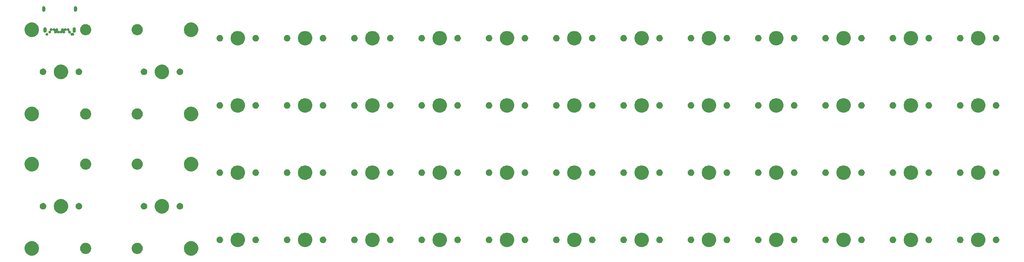
<source format=gbr>
G04 #@! TF.GenerationSoftware,KiCad,Pcbnew,(5.1.5)-3*
G04 #@! TF.CreationDate,2020-01-24T23:39:41-08:00*
G04 #@! TF.ProjectId,EUISOpcb,45554953-4f70-4636-922e-6b696361645f,rev?*
G04 #@! TF.SameCoordinates,Original*
G04 #@! TF.FileFunction,Soldermask,Top*
G04 #@! TF.FilePolarity,Negative*
%FSLAX46Y46*%
G04 Gerber Fmt 4.6, Leading zero omitted, Abs format (unit mm)*
G04 Created by KiCad (PCBNEW (5.1.5)-3) date 2020-01-24 23:39:41*
%MOMM*%
%LPD*%
G04 APERTURE LIST*
%ADD10C,0.100000*%
G04 APERTURE END LIST*
D10*
G36*
X56476474Y-121985684D02*
G01*
X56694474Y-122075983D01*
X56848623Y-122139833D01*
X57183548Y-122363623D01*
X57468377Y-122648452D01*
X57692167Y-122983377D01*
X57692167Y-122983378D01*
X57846316Y-123355526D01*
X57924900Y-123750594D01*
X57924900Y-124153406D01*
X57846316Y-124548474D01*
X57784363Y-124698041D01*
X57692167Y-124920623D01*
X57468377Y-125255548D01*
X57183548Y-125540377D01*
X56848623Y-125764167D01*
X56694474Y-125828017D01*
X56476474Y-125918316D01*
X56081406Y-125996900D01*
X55678594Y-125996900D01*
X55283526Y-125918316D01*
X55065526Y-125828017D01*
X54911377Y-125764167D01*
X54576452Y-125540377D01*
X54291623Y-125255548D01*
X54067833Y-124920623D01*
X53975637Y-124698041D01*
X53913684Y-124548474D01*
X53835100Y-124153406D01*
X53835100Y-123750594D01*
X53913684Y-123355526D01*
X54067833Y-122983378D01*
X54067833Y-122983377D01*
X54291623Y-122648452D01*
X54576452Y-122363623D01*
X54911377Y-122139833D01*
X55065526Y-122075983D01*
X55283526Y-121985684D01*
X55678594Y-121907100D01*
X56081406Y-121907100D01*
X56476474Y-121985684D01*
G37*
G36*
X11391474Y-121985684D02*
G01*
X11609474Y-122075983D01*
X11763623Y-122139833D01*
X12098548Y-122363623D01*
X12383377Y-122648452D01*
X12607167Y-122983377D01*
X12607167Y-122983378D01*
X12761316Y-123355526D01*
X12839900Y-123750594D01*
X12839900Y-124153406D01*
X12761316Y-124548474D01*
X12699363Y-124698041D01*
X12607167Y-124920623D01*
X12383377Y-125255548D01*
X12098548Y-125540377D01*
X11763623Y-125764167D01*
X11609474Y-125828017D01*
X11391474Y-125918316D01*
X10996406Y-125996900D01*
X10593594Y-125996900D01*
X10198526Y-125918316D01*
X9980526Y-125828017D01*
X9826377Y-125764167D01*
X9491452Y-125540377D01*
X9206623Y-125255548D01*
X8982833Y-124920623D01*
X8890637Y-124698041D01*
X8828684Y-124548474D01*
X8750100Y-124153406D01*
X8750100Y-123750594D01*
X8828684Y-123355526D01*
X8982833Y-122983378D01*
X8982833Y-122983377D01*
X9206623Y-122648452D01*
X9491452Y-122363623D01*
X9826377Y-122139833D01*
X9980526Y-122075983D01*
X10198526Y-121985684D01*
X10593594Y-121907100D01*
X10996406Y-121907100D01*
X11391474Y-121985684D01*
G37*
G36*
X40947267Y-122407263D02*
G01*
X41099411Y-122437526D01*
X41218137Y-122486704D01*
X41386041Y-122556252D01*
X41386042Y-122556253D01*
X41644004Y-122728617D01*
X41863383Y-122947996D01*
X41887024Y-122983378D01*
X42035748Y-123205959D01*
X42095895Y-123351167D01*
X42154474Y-123492589D01*
X42172637Y-123583900D01*
X42215000Y-123796875D01*
X42215000Y-124107125D01*
X42154474Y-124411410D01*
X42035748Y-124698041D01*
X42035747Y-124698042D01*
X41863383Y-124956004D01*
X41644004Y-125175383D01*
X41524028Y-125255548D01*
X41386041Y-125347748D01*
X41218137Y-125417296D01*
X41099411Y-125466474D01*
X40947267Y-125496737D01*
X40795125Y-125527000D01*
X40484875Y-125527000D01*
X40332733Y-125496737D01*
X40180589Y-125466474D01*
X40061863Y-125417296D01*
X39893959Y-125347748D01*
X39755972Y-125255548D01*
X39635996Y-125175383D01*
X39416617Y-124956004D01*
X39244253Y-124698042D01*
X39244252Y-124698041D01*
X39125526Y-124411410D01*
X39065000Y-124107125D01*
X39065000Y-123796875D01*
X39107363Y-123583900D01*
X39125526Y-123492589D01*
X39184105Y-123351167D01*
X39244252Y-123205959D01*
X39392976Y-122983378D01*
X39416617Y-122947996D01*
X39635996Y-122728617D01*
X39893958Y-122556253D01*
X39893959Y-122556252D01*
X40061863Y-122486704D01*
X40180589Y-122437526D01*
X40332733Y-122407263D01*
X40484875Y-122377000D01*
X40795125Y-122377000D01*
X40947267Y-122407263D01*
G37*
G36*
X26342267Y-122407263D02*
G01*
X26494411Y-122437526D01*
X26613137Y-122486704D01*
X26781041Y-122556252D01*
X26781042Y-122556253D01*
X27039004Y-122728617D01*
X27258383Y-122947996D01*
X27282024Y-122983378D01*
X27430748Y-123205959D01*
X27490895Y-123351167D01*
X27549474Y-123492589D01*
X27567637Y-123583900D01*
X27610000Y-123796875D01*
X27610000Y-124107125D01*
X27549474Y-124411410D01*
X27430748Y-124698041D01*
X27430747Y-124698042D01*
X27258383Y-124956004D01*
X27039004Y-125175383D01*
X26919028Y-125255548D01*
X26781041Y-125347748D01*
X26613137Y-125417296D01*
X26494411Y-125466474D01*
X26342267Y-125496737D01*
X26190125Y-125527000D01*
X25879875Y-125527000D01*
X25727733Y-125496737D01*
X25575589Y-125466474D01*
X25456863Y-125417296D01*
X25288959Y-125347748D01*
X25150972Y-125255548D01*
X25030996Y-125175383D01*
X24811617Y-124956004D01*
X24639253Y-124698042D01*
X24639252Y-124698041D01*
X24520526Y-124411410D01*
X24460000Y-124107125D01*
X24460000Y-123796875D01*
X24502363Y-123583900D01*
X24520526Y-123492589D01*
X24579105Y-123351167D01*
X24639252Y-123205959D01*
X24787976Y-122983378D01*
X24811617Y-122947996D01*
X25030996Y-122728617D01*
X25288958Y-122556253D01*
X25288959Y-122556252D01*
X25456863Y-122486704D01*
X25575589Y-122437526D01*
X25727733Y-122407263D01*
X25879875Y-122377000D01*
X26190125Y-122377000D01*
X26342267Y-122407263D01*
G37*
G36*
X241134474Y-119572684D02*
G01*
X241352474Y-119662983D01*
X241506623Y-119726833D01*
X241841548Y-119950623D01*
X242126377Y-120235452D01*
X242350167Y-120570377D01*
X242382562Y-120648586D01*
X242504316Y-120942526D01*
X242582900Y-121337594D01*
X242582900Y-121740406D01*
X242504316Y-122135474D01*
X242453451Y-122258272D01*
X242350167Y-122507623D01*
X242126377Y-122842548D01*
X241841548Y-123127377D01*
X241506623Y-123351167D01*
X241352474Y-123415017D01*
X241134474Y-123505316D01*
X240739406Y-123583900D01*
X240336594Y-123583900D01*
X239941526Y-123505316D01*
X239723526Y-123415017D01*
X239569377Y-123351167D01*
X239234452Y-123127377D01*
X238949623Y-122842548D01*
X238725833Y-122507623D01*
X238622549Y-122258272D01*
X238571684Y-122135474D01*
X238493100Y-121740406D01*
X238493100Y-121337594D01*
X238571684Y-120942526D01*
X238693438Y-120648586D01*
X238725833Y-120570377D01*
X238949623Y-120235452D01*
X239234452Y-119950623D01*
X239569377Y-119726833D01*
X239723526Y-119662983D01*
X239941526Y-119572684D01*
X240336594Y-119494100D01*
X240739406Y-119494100D01*
X241134474Y-119572684D01*
G37*
G36*
X279234474Y-119572684D02*
G01*
X279452474Y-119662983D01*
X279606623Y-119726833D01*
X279941548Y-119950623D01*
X280226377Y-120235452D01*
X280450167Y-120570377D01*
X280482562Y-120648586D01*
X280604316Y-120942526D01*
X280682900Y-121337594D01*
X280682900Y-121740406D01*
X280604316Y-122135474D01*
X280553451Y-122258272D01*
X280450167Y-122507623D01*
X280226377Y-122842548D01*
X279941548Y-123127377D01*
X279606623Y-123351167D01*
X279452474Y-123415017D01*
X279234474Y-123505316D01*
X278839406Y-123583900D01*
X278436594Y-123583900D01*
X278041526Y-123505316D01*
X277823526Y-123415017D01*
X277669377Y-123351167D01*
X277334452Y-123127377D01*
X277049623Y-122842548D01*
X276825833Y-122507623D01*
X276722549Y-122258272D01*
X276671684Y-122135474D01*
X276593100Y-121740406D01*
X276593100Y-121337594D01*
X276671684Y-120942526D01*
X276793438Y-120648586D01*
X276825833Y-120570377D01*
X277049623Y-120235452D01*
X277334452Y-119950623D01*
X277669377Y-119726833D01*
X277823526Y-119662983D01*
X278041526Y-119572684D01*
X278436594Y-119494100D01*
X278839406Y-119494100D01*
X279234474Y-119572684D01*
G37*
G36*
X222084474Y-119572684D02*
G01*
X222302474Y-119662983D01*
X222456623Y-119726833D01*
X222791548Y-119950623D01*
X223076377Y-120235452D01*
X223300167Y-120570377D01*
X223332562Y-120648586D01*
X223454316Y-120942526D01*
X223532900Y-121337594D01*
X223532900Y-121740406D01*
X223454316Y-122135474D01*
X223403451Y-122258272D01*
X223300167Y-122507623D01*
X223076377Y-122842548D01*
X222791548Y-123127377D01*
X222456623Y-123351167D01*
X222302474Y-123415017D01*
X222084474Y-123505316D01*
X221689406Y-123583900D01*
X221286594Y-123583900D01*
X220891526Y-123505316D01*
X220673526Y-123415017D01*
X220519377Y-123351167D01*
X220184452Y-123127377D01*
X219899623Y-122842548D01*
X219675833Y-122507623D01*
X219572549Y-122258272D01*
X219521684Y-122135474D01*
X219443100Y-121740406D01*
X219443100Y-121337594D01*
X219521684Y-120942526D01*
X219643438Y-120648586D01*
X219675833Y-120570377D01*
X219899623Y-120235452D01*
X220184452Y-119950623D01*
X220519377Y-119726833D01*
X220673526Y-119662983D01*
X220891526Y-119572684D01*
X221286594Y-119494100D01*
X221689406Y-119494100D01*
X222084474Y-119572684D01*
G37*
G36*
X203034474Y-119572684D02*
G01*
X203252474Y-119662983D01*
X203406623Y-119726833D01*
X203741548Y-119950623D01*
X204026377Y-120235452D01*
X204250167Y-120570377D01*
X204282562Y-120648586D01*
X204404316Y-120942526D01*
X204482900Y-121337594D01*
X204482900Y-121740406D01*
X204404316Y-122135474D01*
X204353451Y-122258272D01*
X204250167Y-122507623D01*
X204026377Y-122842548D01*
X203741548Y-123127377D01*
X203406623Y-123351167D01*
X203252474Y-123415017D01*
X203034474Y-123505316D01*
X202639406Y-123583900D01*
X202236594Y-123583900D01*
X201841526Y-123505316D01*
X201623526Y-123415017D01*
X201469377Y-123351167D01*
X201134452Y-123127377D01*
X200849623Y-122842548D01*
X200625833Y-122507623D01*
X200522549Y-122258272D01*
X200471684Y-122135474D01*
X200393100Y-121740406D01*
X200393100Y-121337594D01*
X200471684Y-120942526D01*
X200593438Y-120648586D01*
X200625833Y-120570377D01*
X200849623Y-120235452D01*
X201134452Y-119950623D01*
X201469377Y-119726833D01*
X201623526Y-119662983D01*
X201841526Y-119572684D01*
X202236594Y-119494100D01*
X202639406Y-119494100D01*
X203034474Y-119572684D01*
G37*
G36*
X69684474Y-119572684D02*
G01*
X69902474Y-119662983D01*
X70056623Y-119726833D01*
X70391548Y-119950623D01*
X70676377Y-120235452D01*
X70900167Y-120570377D01*
X70932562Y-120648586D01*
X71054316Y-120942526D01*
X71132900Y-121337594D01*
X71132900Y-121740406D01*
X71054316Y-122135474D01*
X71003451Y-122258272D01*
X70900167Y-122507623D01*
X70676377Y-122842548D01*
X70391548Y-123127377D01*
X70056623Y-123351167D01*
X69902474Y-123415017D01*
X69684474Y-123505316D01*
X69289406Y-123583900D01*
X68886594Y-123583900D01*
X68491526Y-123505316D01*
X68273526Y-123415017D01*
X68119377Y-123351167D01*
X67784452Y-123127377D01*
X67499623Y-122842548D01*
X67275833Y-122507623D01*
X67172549Y-122258272D01*
X67121684Y-122135474D01*
X67043100Y-121740406D01*
X67043100Y-121337594D01*
X67121684Y-120942526D01*
X67243438Y-120648586D01*
X67275833Y-120570377D01*
X67499623Y-120235452D01*
X67784452Y-119950623D01*
X68119377Y-119726833D01*
X68273526Y-119662983D01*
X68491526Y-119572684D01*
X68886594Y-119494100D01*
X69289406Y-119494100D01*
X69684474Y-119572684D01*
G37*
G36*
X183984474Y-119572684D02*
G01*
X184202474Y-119662983D01*
X184356623Y-119726833D01*
X184691548Y-119950623D01*
X184976377Y-120235452D01*
X185200167Y-120570377D01*
X185232562Y-120648586D01*
X185354316Y-120942526D01*
X185432900Y-121337594D01*
X185432900Y-121740406D01*
X185354316Y-122135474D01*
X185303451Y-122258272D01*
X185200167Y-122507623D01*
X184976377Y-122842548D01*
X184691548Y-123127377D01*
X184356623Y-123351167D01*
X184202474Y-123415017D01*
X183984474Y-123505316D01*
X183589406Y-123583900D01*
X183186594Y-123583900D01*
X182791526Y-123505316D01*
X182573526Y-123415017D01*
X182419377Y-123351167D01*
X182084452Y-123127377D01*
X181799623Y-122842548D01*
X181575833Y-122507623D01*
X181472549Y-122258272D01*
X181421684Y-122135474D01*
X181343100Y-121740406D01*
X181343100Y-121337594D01*
X181421684Y-120942526D01*
X181543438Y-120648586D01*
X181575833Y-120570377D01*
X181799623Y-120235452D01*
X182084452Y-119950623D01*
X182419377Y-119726833D01*
X182573526Y-119662983D01*
X182791526Y-119572684D01*
X183186594Y-119494100D01*
X183589406Y-119494100D01*
X183984474Y-119572684D01*
G37*
G36*
X164934474Y-119572684D02*
G01*
X165152474Y-119662983D01*
X165306623Y-119726833D01*
X165641548Y-119950623D01*
X165926377Y-120235452D01*
X166150167Y-120570377D01*
X166182562Y-120648586D01*
X166304316Y-120942526D01*
X166382900Y-121337594D01*
X166382900Y-121740406D01*
X166304316Y-122135474D01*
X166253451Y-122258272D01*
X166150167Y-122507623D01*
X165926377Y-122842548D01*
X165641548Y-123127377D01*
X165306623Y-123351167D01*
X165152474Y-123415017D01*
X164934474Y-123505316D01*
X164539406Y-123583900D01*
X164136594Y-123583900D01*
X163741526Y-123505316D01*
X163523526Y-123415017D01*
X163369377Y-123351167D01*
X163034452Y-123127377D01*
X162749623Y-122842548D01*
X162525833Y-122507623D01*
X162422549Y-122258272D01*
X162371684Y-122135474D01*
X162293100Y-121740406D01*
X162293100Y-121337594D01*
X162371684Y-120942526D01*
X162493438Y-120648586D01*
X162525833Y-120570377D01*
X162749623Y-120235452D01*
X163034452Y-119950623D01*
X163369377Y-119726833D01*
X163523526Y-119662983D01*
X163741526Y-119572684D01*
X164136594Y-119494100D01*
X164539406Y-119494100D01*
X164934474Y-119572684D01*
G37*
G36*
X145884474Y-119572684D02*
G01*
X146102474Y-119662983D01*
X146256623Y-119726833D01*
X146591548Y-119950623D01*
X146876377Y-120235452D01*
X147100167Y-120570377D01*
X147132562Y-120648586D01*
X147254316Y-120942526D01*
X147332900Y-121337594D01*
X147332900Y-121740406D01*
X147254316Y-122135474D01*
X147203451Y-122258272D01*
X147100167Y-122507623D01*
X146876377Y-122842548D01*
X146591548Y-123127377D01*
X146256623Y-123351167D01*
X146102474Y-123415017D01*
X145884474Y-123505316D01*
X145489406Y-123583900D01*
X145086594Y-123583900D01*
X144691526Y-123505316D01*
X144473526Y-123415017D01*
X144319377Y-123351167D01*
X143984452Y-123127377D01*
X143699623Y-122842548D01*
X143475833Y-122507623D01*
X143372549Y-122258272D01*
X143321684Y-122135474D01*
X143243100Y-121740406D01*
X143243100Y-121337594D01*
X143321684Y-120942526D01*
X143443438Y-120648586D01*
X143475833Y-120570377D01*
X143699623Y-120235452D01*
X143984452Y-119950623D01*
X144319377Y-119726833D01*
X144473526Y-119662983D01*
X144691526Y-119572684D01*
X145086594Y-119494100D01*
X145489406Y-119494100D01*
X145884474Y-119572684D01*
G37*
G36*
X107784474Y-119572684D02*
G01*
X108002474Y-119662983D01*
X108156623Y-119726833D01*
X108491548Y-119950623D01*
X108776377Y-120235452D01*
X109000167Y-120570377D01*
X109032562Y-120648586D01*
X109154316Y-120942526D01*
X109232900Y-121337594D01*
X109232900Y-121740406D01*
X109154316Y-122135474D01*
X109103451Y-122258272D01*
X109000167Y-122507623D01*
X108776377Y-122842548D01*
X108491548Y-123127377D01*
X108156623Y-123351167D01*
X108002474Y-123415017D01*
X107784474Y-123505316D01*
X107389406Y-123583900D01*
X106986594Y-123583900D01*
X106591526Y-123505316D01*
X106373526Y-123415017D01*
X106219377Y-123351167D01*
X105884452Y-123127377D01*
X105599623Y-122842548D01*
X105375833Y-122507623D01*
X105272549Y-122258272D01*
X105221684Y-122135474D01*
X105143100Y-121740406D01*
X105143100Y-121337594D01*
X105221684Y-120942526D01*
X105343438Y-120648586D01*
X105375833Y-120570377D01*
X105599623Y-120235452D01*
X105884452Y-119950623D01*
X106219377Y-119726833D01*
X106373526Y-119662983D01*
X106591526Y-119572684D01*
X106986594Y-119494100D01*
X107389406Y-119494100D01*
X107784474Y-119572684D01*
G37*
G36*
X126834474Y-119572684D02*
G01*
X127052474Y-119662983D01*
X127206623Y-119726833D01*
X127541548Y-119950623D01*
X127826377Y-120235452D01*
X128050167Y-120570377D01*
X128082562Y-120648586D01*
X128204316Y-120942526D01*
X128282900Y-121337594D01*
X128282900Y-121740406D01*
X128204316Y-122135474D01*
X128153451Y-122258272D01*
X128050167Y-122507623D01*
X127826377Y-122842548D01*
X127541548Y-123127377D01*
X127206623Y-123351167D01*
X127052474Y-123415017D01*
X126834474Y-123505316D01*
X126439406Y-123583900D01*
X126036594Y-123583900D01*
X125641526Y-123505316D01*
X125423526Y-123415017D01*
X125269377Y-123351167D01*
X124934452Y-123127377D01*
X124649623Y-122842548D01*
X124425833Y-122507623D01*
X124322549Y-122258272D01*
X124271684Y-122135474D01*
X124193100Y-121740406D01*
X124193100Y-121337594D01*
X124271684Y-120942526D01*
X124393438Y-120648586D01*
X124425833Y-120570377D01*
X124649623Y-120235452D01*
X124934452Y-119950623D01*
X125269377Y-119726833D01*
X125423526Y-119662983D01*
X125641526Y-119572684D01*
X126036594Y-119494100D01*
X126439406Y-119494100D01*
X126834474Y-119572684D01*
G37*
G36*
X88734474Y-119572684D02*
G01*
X88952474Y-119662983D01*
X89106623Y-119726833D01*
X89441548Y-119950623D01*
X89726377Y-120235452D01*
X89950167Y-120570377D01*
X89982562Y-120648586D01*
X90104316Y-120942526D01*
X90182900Y-121337594D01*
X90182900Y-121740406D01*
X90104316Y-122135474D01*
X90053451Y-122258272D01*
X89950167Y-122507623D01*
X89726377Y-122842548D01*
X89441548Y-123127377D01*
X89106623Y-123351167D01*
X88952474Y-123415017D01*
X88734474Y-123505316D01*
X88339406Y-123583900D01*
X87936594Y-123583900D01*
X87541526Y-123505316D01*
X87323526Y-123415017D01*
X87169377Y-123351167D01*
X86834452Y-123127377D01*
X86549623Y-122842548D01*
X86325833Y-122507623D01*
X86222549Y-122258272D01*
X86171684Y-122135474D01*
X86093100Y-121740406D01*
X86093100Y-121337594D01*
X86171684Y-120942526D01*
X86293438Y-120648586D01*
X86325833Y-120570377D01*
X86549623Y-120235452D01*
X86834452Y-119950623D01*
X87169377Y-119726833D01*
X87323526Y-119662983D01*
X87541526Y-119572684D01*
X87936594Y-119494100D01*
X88339406Y-119494100D01*
X88734474Y-119572684D01*
G37*
G36*
X260184474Y-119572684D02*
G01*
X260402474Y-119662983D01*
X260556623Y-119726833D01*
X260891548Y-119950623D01*
X261176377Y-120235452D01*
X261400167Y-120570377D01*
X261432562Y-120648586D01*
X261554316Y-120942526D01*
X261632900Y-121337594D01*
X261632900Y-121740406D01*
X261554316Y-122135474D01*
X261503451Y-122258272D01*
X261400167Y-122507623D01*
X261176377Y-122842548D01*
X260891548Y-123127377D01*
X260556623Y-123351167D01*
X260402474Y-123415017D01*
X260184474Y-123505316D01*
X259789406Y-123583900D01*
X259386594Y-123583900D01*
X258991526Y-123505316D01*
X258773526Y-123415017D01*
X258619377Y-123351167D01*
X258284452Y-123127377D01*
X257999623Y-122842548D01*
X257775833Y-122507623D01*
X257672549Y-122258272D01*
X257621684Y-122135474D01*
X257543100Y-121740406D01*
X257543100Y-121337594D01*
X257621684Y-120942526D01*
X257743438Y-120648586D01*
X257775833Y-120570377D01*
X257999623Y-120235452D01*
X258284452Y-119950623D01*
X258619377Y-119726833D01*
X258773526Y-119662983D01*
X258991526Y-119572684D01*
X259386594Y-119494100D01*
X259789406Y-119494100D01*
X260184474Y-119572684D01*
G37*
G36*
X188738104Y-120648585D02*
G01*
X188906626Y-120718389D01*
X189058291Y-120819728D01*
X189187272Y-120948709D01*
X189288611Y-121100374D01*
X189358415Y-121268896D01*
X189394000Y-121447797D01*
X189394000Y-121630203D01*
X189358415Y-121809104D01*
X189288611Y-121977626D01*
X189187272Y-122129291D01*
X189058291Y-122258272D01*
X188906626Y-122359611D01*
X188738104Y-122429415D01*
X188559203Y-122465000D01*
X188376797Y-122465000D01*
X188197896Y-122429415D01*
X188029374Y-122359611D01*
X187877709Y-122258272D01*
X187748728Y-122129291D01*
X187647389Y-121977626D01*
X187577585Y-121809104D01*
X187542000Y-121630203D01*
X187542000Y-121447797D01*
X187577585Y-121268896D01*
X187647389Y-121100374D01*
X187748728Y-120948709D01*
X187877709Y-120819728D01*
X188029374Y-120718389D01*
X188197896Y-120648585D01*
X188376797Y-120613000D01*
X188559203Y-120613000D01*
X188738104Y-120648585D01*
G37*
G36*
X178578104Y-120648585D02*
G01*
X178746626Y-120718389D01*
X178898291Y-120819728D01*
X179027272Y-120948709D01*
X179128611Y-121100374D01*
X179198415Y-121268896D01*
X179234000Y-121447797D01*
X179234000Y-121630203D01*
X179198415Y-121809104D01*
X179128611Y-121977626D01*
X179027272Y-122129291D01*
X178898291Y-122258272D01*
X178746626Y-122359611D01*
X178578104Y-122429415D01*
X178399203Y-122465000D01*
X178216797Y-122465000D01*
X178037896Y-122429415D01*
X177869374Y-122359611D01*
X177717709Y-122258272D01*
X177588728Y-122129291D01*
X177487389Y-121977626D01*
X177417585Y-121809104D01*
X177382000Y-121630203D01*
X177382000Y-121447797D01*
X177417585Y-121268896D01*
X177487389Y-121100374D01*
X177588728Y-120948709D01*
X177717709Y-120819728D01*
X177869374Y-120718389D01*
X178037896Y-120648585D01*
X178216797Y-120613000D01*
X178399203Y-120613000D01*
X178578104Y-120648585D01*
G37*
G36*
X207788104Y-120648585D02*
G01*
X207956626Y-120718389D01*
X208108291Y-120819728D01*
X208237272Y-120948709D01*
X208338611Y-121100374D01*
X208408415Y-121268896D01*
X208444000Y-121447797D01*
X208444000Y-121630203D01*
X208408415Y-121809104D01*
X208338611Y-121977626D01*
X208237272Y-122129291D01*
X208108291Y-122258272D01*
X207956626Y-122359611D01*
X207788104Y-122429415D01*
X207609203Y-122465000D01*
X207426797Y-122465000D01*
X207247896Y-122429415D01*
X207079374Y-122359611D01*
X206927709Y-122258272D01*
X206798728Y-122129291D01*
X206697389Y-121977626D01*
X206627585Y-121809104D01*
X206592000Y-121630203D01*
X206592000Y-121447797D01*
X206627585Y-121268896D01*
X206697389Y-121100374D01*
X206798728Y-120948709D01*
X206927709Y-120819728D01*
X207079374Y-120718389D01*
X207247896Y-120648585D01*
X207426797Y-120613000D01*
X207609203Y-120613000D01*
X207788104Y-120648585D01*
G37*
G36*
X197628104Y-120648585D02*
G01*
X197796626Y-120718389D01*
X197948291Y-120819728D01*
X198077272Y-120948709D01*
X198178611Y-121100374D01*
X198248415Y-121268896D01*
X198284000Y-121447797D01*
X198284000Y-121630203D01*
X198248415Y-121809104D01*
X198178611Y-121977626D01*
X198077272Y-122129291D01*
X197948291Y-122258272D01*
X197796626Y-122359611D01*
X197628104Y-122429415D01*
X197449203Y-122465000D01*
X197266797Y-122465000D01*
X197087896Y-122429415D01*
X196919374Y-122359611D01*
X196767709Y-122258272D01*
X196638728Y-122129291D01*
X196537389Y-121977626D01*
X196467585Y-121809104D01*
X196432000Y-121630203D01*
X196432000Y-121447797D01*
X196467585Y-121268896D01*
X196537389Y-121100374D01*
X196638728Y-120948709D01*
X196767709Y-120819728D01*
X196919374Y-120718389D01*
X197087896Y-120648585D01*
X197266797Y-120613000D01*
X197449203Y-120613000D01*
X197628104Y-120648585D01*
G37*
G36*
X226838104Y-120648585D02*
G01*
X227006626Y-120718389D01*
X227158291Y-120819728D01*
X227287272Y-120948709D01*
X227388611Y-121100374D01*
X227458415Y-121268896D01*
X227494000Y-121447797D01*
X227494000Y-121630203D01*
X227458415Y-121809104D01*
X227388611Y-121977626D01*
X227287272Y-122129291D01*
X227158291Y-122258272D01*
X227006626Y-122359611D01*
X226838104Y-122429415D01*
X226659203Y-122465000D01*
X226476797Y-122465000D01*
X226297896Y-122429415D01*
X226129374Y-122359611D01*
X225977709Y-122258272D01*
X225848728Y-122129291D01*
X225747389Y-121977626D01*
X225677585Y-121809104D01*
X225642000Y-121630203D01*
X225642000Y-121447797D01*
X225677585Y-121268896D01*
X225747389Y-121100374D01*
X225848728Y-120948709D01*
X225977709Y-120819728D01*
X226129374Y-120718389D01*
X226297896Y-120648585D01*
X226476797Y-120613000D01*
X226659203Y-120613000D01*
X226838104Y-120648585D01*
G37*
G36*
X216678104Y-120648585D02*
G01*
X216846626Y-120718389D01*
X216998291Y-120819728D01*
X217127272Y-120948709D01*
X217228611Y-121100374D01*
X217298415Y-121268896D01*
X217334000Y-121447797D01*
X217334000Y-121630203D01*
X217298415Y-121809104D01*
X217228611Y-121977626D01*
X217127272Y-122129291D01*
X216998291Y-122258272D01*
X216846626Y-122359611D01*
X216678104Y-122429415D01*
X216499203Y-122465000D01*
X216316797Y-122465000D01*
X216137896Y-122429415D01*
X215969374Y-122359611D01*
X215817709Y-122258272D01*
X215688728Y-122129291D01*
X215587389Y-121977626D01*
X215517585Y-121809104D01*
X215482000Y-121630203D01*
X215482000Y-121447797D01*
X215517585Y-121268896D01*
X215587389Y-121100374D01*
X215688728Y-120948709D01*
X215817709Y-120819728D01*
X215969374Y-120718389D01*
X216137896Y-120648585D01*
X216316797Y-120613000D01*
X216499203Y-120613000D01*
X216678104Y-120648585D01*
G37*
G36*
X245888104Y-120648585D02*
G01*
X246056626Y-120718389D01*
X246208291Y-120819728D01*
X246337272Y-120948709D01*
X246438611Y-121100374D01*
X246508415Y-121268896D01*
X246544000Y-121447797D01*
X246544000Y-121630203D01*
X246508415Y-121809104D01*
X246438611Y-121977626D01*
X246337272Y-122129291D01*
X246208291Y-122258272D01*
X246056626Y-122359611D01*
X245888104Y-122429415D01*
X245709203Y-122465000D01*
X245526797Y-122465000D01*
X245347896Y-122429415D01*
X245179374Y-122359611D01*
X245027709Y-122258272D01*
X244898728Y-122129291D01*
X244797389Y-121977626D01*
X244727585Y-121809104D01*
X244692000Y-121630203D01*
X244692000Y-121447797D01*
X244727585Y-121268896D01*
X244797389Y-121100374D01*
X244898728Y-120948709D01*
X245027709Y-120819728D01*
X245179374Y-120718389D01*
X245347896Y-120648585D01*
X245526797Y-120613000D01*
X245709203Y-120613000D01*
X245888104Y-120648585D01*
G37*
G36*
X273828104Y-120648585D02*
G01*
X273996626Y-120718389D01*
X274148291Y-120819728D01*
X274277272Y-120948709D01*
X274378611Y-121100374D01*
X274448415Y-121268896D01*
X274484000Y-121447797D01*
X274484000Y-121630203D01*
X274448415Y-121809104D01*
X274378611Y-121977626D01*
X274277272Y-122129291D01*
X274148291Y-122258272D01*
X273996626Y-122359611D01*
X273828104Y-122429415D01*
X273649203Y-122465000D01*
X273466797Y-122465000D01*
X273287896Y-122429415D01*
X273119374Y-122359611D01*
X272967709Y-122258272D01*
X272838728Y-122129291D01*
X272737389Y-121977626D01*
X272667585Y-121809104D01*
X272632000Y-121630203D01*
X272632000Y-121447797D01*
X272667585Y-121268896D01*
X272737389Y-121100374D01*
X272838728Y-120948709D01*
X272967709Y-120819728D01*
X273119374Y-120718389D01*
X273287896Y-120648585D01*
X273466797Y-120613000D01*
X273649203Y-120613000D01*
X273828104Y-120648585D01*
G37*
G36*
X283988104Y-120648585D02*
G01*
X284156626Y-120718389D01*
X284308291Y-120819728D01*
X284437272Y-120948709D01*
X284538611Y-121100374D01*
X284608415Y-121268896D01*
X284644000Y-121447797D01*
X284644000Y-121630203D01*
X284608415Y-121809104D01*
X284538611Y-121977626D01*
X284437272Y-122129291D01*
X284308291Y-122258272D01*
X284156626Y-122359611D01*
X283988104Y-122429415D01*
X283809203Y-122465000D01*
X283626797Y-122465000D01*
X283447896Y-122429415D01*
X283279374Y-122359611D01*
X283127709Y-122258272D01*
X282998728Y-122129291D01*
X282897389Y-121977626D01*
X282827585Y-121809104D01*
X282792000Y-121630203D01*
X282792000Y-121447797D01*
X282827585Y-121268896D01*
X282897389Y-121100374D01*
X282998728Y-120948709D01*
X283127709Y-120819728D01*
X283279374Y-120718389D01*
X283447896Y-120648585D01*
X283626797Y-120613000D01*
X283809203Y-120613000D01*
X283988104Y-120648585D01*
G37*
G36*
X254778104Y-120648585D02*
G01*
X254946626Y-120718389D01*
X255098291Y-120819728D01*
X255227272Y-120948709D01*
X255328611Y-121100374D01*
X255398415Y-121268896D01*
X255434000Y-121447797D01*
X255434000Y-121630203D01*
X255398415Y-121809104D01*
X255328611Y-121977626D01*
X255227272Y-122129291D01*
X255098291Y-122258272D01*
X254946626Y-122359611D01*
X254778104Y-122429415D01*
X254599203Y-122465000D01*
X254416797Y-122465000D01*
X254237896Y-122429415D01*
X254069374Y-122359611D01*
X253917709Y-122258272D01*
X253788728Y-122129291D01*
X253687389Y-121977626D01*
X253617585Y-121809104D01*
X253582000Y-121630203D01*
X253582000Y-121447797D01*
X253617585Y-121268896D01*
X253687389Y-121100374D01*
X253788728Y-120948709D01*
X253917709Y-120819728D01*
X254069374Y-120718389D01*
X254237896Y-120648585D01*
X254416797Y-120613000D01*
X254599203Y-120613000D01*
X254778104Y-120648585D01*
G37*
G36*
X264938104Y-120648585D02*
G01*
X265106626Y-120718389D01*
X265258291Y-120819728D01*
X265387272Y-120948709D01*
X265488611Y-121100374D01*
X265558415Y-121268896D01*
X265594000Y-121447797D01*
X265594000Y-121630203D01*
X265558415Y-121809104D01*
X265488611Y-121977626D01*
X265387272Y-122129291D01*
X265258291Y-122258272D01*
X265106626Y-122359611D01*
X264938104Y-122429415D01*
X264759203Y-122465000D01*
X264576797Y-122465000D01*
X264397896Y-122429415D01*
X264229374Y-122359611D01*
X264077709Y-122258272D01*
X263948728Y-122129291D01*
X263847389Y-121977626D01*
X263777585Y-121809104D01*
X263742000Y-121630203D01*
X263742000Y-121447797D01*
X263777585Y-121268896D01*
X263847389Y-121100374D01*
X263948728Y-120948709D01*
X264077709Y-120819728D01*
X264229374Y-120718389D01*
X264397896Y-120648585D01*
X264576797Y-120613000D01*
X264759203Y-120613000D01*
X264938104Y-120648585D01*
G37*
G36*
X169688104Y-120648585D02*
G01*
X169856626Y-120718389D01*
X170008291Y-120819728D01*
X170137272Y-120948709D01*
X170238611Y-121100374D01*
X170308415Y-121268896D01*
X170344000Y-121447797D01*
X170344000Y-121630203D01*
X170308415Y-121809104D01*
X170238611Y-121977626D01*
X170137272Y-122129291D01*
X170008291Y-122258272D01*
X169856626Y-122359611D01*
X169688104Y-122429415D01*
X169509203Y-122465000D01*
X169326797Y-122465000D01*
X169147896Y-122429415D01*
X168979374Y-122359611D01*
X168827709Y-122258272D01*
X168698728Y-122129291D01*
X168597389Y-121977626D01*
X168527585Y-121809104D01*
X168492000Y-121630203D01*
X168492000Y-121447797D01*
X168527585Y-121268896D01*
X168597389Y-121100374D01*
X168698728Y-120948709D01*
X168827709Y-120819728D01*
X168979374Y-120718389D01*
X169147896Y-120648585D01*
X169326797Y-120613000D01*
X169509203Y-120613000D01*
X169688104Y-120648585D01*
G37*
G36*
X83328104Y-120648585D02*
G01*
X83496626Y-120718389D01*
X83648291Y-120819728D01*
X83777272Y-120948709D01*
X83878611Y-121100374D01*
X83948415Y-121268896D01*
X83984000Y-121447797D01*
X83984000Y-121630203D01*
X83948415Y-121809104D01*
X83878611Y-121977626D01*
X83777272Y-122129291D01*
X83648291Y-122258272D01*
X83496626Y-122359611D01*
X83328104Y-122429415D01*
X83149203Y-122465000D01*
X82966797Y-122465000D01*
X82787896Y-122429415D01*
X82619374Y-122359611D01*
X82467709Y-122258272D01*
X82338728Y-122129291D01*
X82237389Y-121977626D01*
X82167585Y-121809104D01*
X82132000Y-121630203D01*
X82132000Y-121447797D01*
X82167585Y-121268896D01*
X82237389Y-121100374D01*
X82338728Y-120948709D01*
X82467709Y-120819728D01*
X82619374Y-120718389D01*
X82787896Y-120648585D01*
X82966797Y-120613000D01*
X83149203Y-120613000D01*
X83328104Y-120648585D01*
G37*
G36*
X93488104Y-120648585D02*
G01*
X93656626Y-120718389D01*
X93808291Y-120819728D01*
X93937272Y-120948709D01*
X94038611Y-121100374D01*
X94108415Y-121268896D01*
X94144000Y-121447797D01*
X94144000Y-121630203D01*
X94108415Y-121809104D01*
X94038611Y-121977626D01*
X93937272Y-122129291D01*
X93808291Y-122258272D01*
X93656626Y-122359611D01*
X93488104Y-122429415D01*
X93309203Y-122465000D01*
X93126797Y-122465000D01*
X92947896Y-122429415D01*
X92779374Y-122359611D01*
X92627709Y-122258272D01*
X92498728Y-122129291D01*
X92397389Y-121977626D01*
X92327585Y-121809104D01*
X92292000Y-121630203D01*
X92292000Y-121447797D01*
X92327585Y-121268896D01*
X92397389Y-121100374D01*
X92498728Y-120948709D01*
X92627709Y-120819728D01*
X92779374Y-120718389D01*
X92947896Y-120648585D01*
X93126797Y-120613000D01*
X93309203Y-120613000D01*
X93488104Y-120648585D01*
G37*
G36*
X64278104Y-120648585D02*
G01*
X64446626Y-120718389D01*
X64598291Y-120819728D01*
X64727272Y-120948709D01*
X64828611Y-121100374D01*
X64898415Y-121268896D01*
X64934000Y-121447797D01*
X64934000Y-121630203D01*
X64898415Y-121809104D01*
X64828611Y-121977626D01*
X64727272Y-122129291D01*
X64598291Y-122258272D01*
X64446626Y-122359611D01*
X64278104Y-122429415D01*
X64099203Y-122465000D01*
X63916797Y-122465000D01*
X63737896Y-122429415D01*
X63569374Y-122359611D01*
X63417709Y-122258272D01*
X63288728Y-122129291D01*
X63187389Y-121977626D01*
X63117585Y-121809104D01*
X63082000Y-121630203D01*
X63082000Y-121447797D01*
X63117585Y-121268896D01*
X63187389Y-121100374D01*
X63288728Y-120948709D01*
X63417709Y-120819728D01*
X63569374Y-120718389D01*
X63737896Y-120648585D01*
X63916797Y-120613000D01*
X64099203Y-120613000D01*
X64278104Y-120648585D01*
G37*
G36*
X74438104Y-120648585D02*
G01*
X74606626Y-120718389D01*
X74758291Y-120819728D01*
X74887272Y-120948709D01*
X74988611Y-121100374D01*
X75058415Y-121268896D01*
X75094000Y-121447797D01*
X75094000Y-121630203D01*
X75058415Y-121809104D01*
X74988611Y-121977626D01*
X74887272Y-122129291D01*
X74758291Y-122258272D01*
X74606626Y-122359611D01*
X74438104Y-122429415D01*
X74259203Y-122465000D01*
X74076797Y-122465000D01*
X73897896Y-122429415D01*
X73729374Y-122359611D01*
X73577709Y-122258272D01*
X73448728Y-122129291D01*
X73347389Y-121977626D01*
X73277585Y-121809104D01*
X73242000Y-121630203D01*
X73242000Y-121447797D01*
X73277585Y-121268896D01*
X73347389Y-121100374D01*
X73448728Y-120948709D01*
X73577709Y-120819728D01*
X73729374Y-120718389D01*
X73897896Y-120648585D01*
X74076797Y-120613000D01*
X74259203Y-120613000D01*
X74438104Y-120648585D01*
G37*
G36*
X112538104Y-120648585D02*
G01*
X112706626Y-120718389D01*
X112858291Y-120819728D01*
X112987272Y-120948709D01*
X113088611Y-121100374D01*
X113158415Y-121268896D01*
X113194000Y-121447797D01*
X113194000Y-121630203D01*
X113158415Y-121809104D01*
X113088611Y-121977626D01*
X112987272Y-122129291D01*
X112858291Y-122258272D01*
X112706626Y-122359611D01*
X112538104Y-122429415D01*
X112359203Y-122465000D01*
X112176797Y-122465000D01*
X111997896Y-122429415D01*
X111829374Y-122359611D01*
X111677709Y-122258272D01*
X111548728Y-122129291D01*
X111447389Y-121977626D01*
X111377585Y-121809104D01*
X111342000Y-121630203D01*
X111342000Y-121447797D01*
X111377585Y-121268896D01*
X111447389Y-121100374D01*
X111548728Y-120948709D01*
X111677709Y-120819728D01*
X111829374Y-120718389D01*
X111997896Y-120648585D01*
X112176797Y-120613000D01*
X112359203Y-120613000D01*
X112538104Y-120648585D01*
G37*
G36*
X102378104Y-120648585D02*
G01*
X102546626Y-120718389D01*
X102698291Y-120819728D01*
X102827272Y-120948709D01*
X102928611Y-121100374D01*
X102998415Y-121268896D01*
X103034000Y-121447797D01*
X103034000Y-121630203D01*
X102998415Y-121809104D01*
X102928611Y-121977626D01*
X102827272Y-122129291D01*
X102698291Y-122258272D01*
X102546626Y-122359611D01*
X102378104Y-122429415D01*
X102199203Y-122465000D01*
X102016797Y-122465000D01*
X101837896Y-122429415D01*
X101669374Y-122359611D01*
X101517709Y-122258272D01*
X101388728Y-122129291D01*
X101287389Y-121977626D01*
X101217585Y-121809104D01*
X101182000Y-121630203D01*
X101182000Y-121447797D01*
X101217585Y-121268896D01*
X101287389Y-121100374D01*
X101388728Y-120948709D01*
X101517709Y-120819728D01*
X101669374Y-120718389D01*
X101837896Y-120648585D01*
X102016797Y-120613000D01*
X102199203Y-120613000D01*
X102378104Y-120648585D01*
G37*
G36*
X235728104Y-120648585D02*
G01*
X235896626Y-120718389D01*
X236048291Y-120819728D01*
X236177272Y-120948709D01*
X236278611Y-121100374D01*
X236348415Y-121268896D01*
X236384000Y-121447797D01*
X236384000Y-121630203D01*
X236348415Y-121809104D01*
X236278611Y-121977626D01*
X236177272Y-122129291D01*
X236048291Y-122258272D01*
X235896626Y-122359611D01*
X235728104Y-122429415D01*
X235549203Y-122465000D01*
X235366797Y-122465000D01*
X235187896Y-122429415D01*
X235019374Y-122359611D01*
X234867709Y-122258272D01*
X234738728Y-122129291D01*
X234637389Y-121977626D01*
X234567585Y-121809104D01*
X234532000Y-121630203D01*
X234532000Y-121447797D01*
X234567585Y-121268896D01*
X234637389Y-121100374D01*
X234738728Y-120948709D01*
X234867709Y-120819728D01*
X235019374Y-120718389D01*
X235187896Y-120648585D01*
X235366797Y-120613000D01*
X235549203Y-120613000D01*
X235728104Y-120648585D01*
G37*
G36*
X131588104Y-120648585D02*
G01*
X131756626Y-120718389D01*
X131908291Y-120819728D01*
X132037272Y-120948709D01*
X132138611Y-121100374D01*
X132208415Y-121268896D01*
X132244000Y-121447797D01*
X132244000Y-121630203D01*
X132208415Y-121809104D01*
X132138611Y-121977626D01*
X132037272Y-122129291D01*
X131908291Y-122258272D01*
X131756626Y-122359611D01*
X131588104Y-122429415D01*
X131409203Y-122465000D01*
X131226797Y-122465000D01*
X131047896Y-122429415D01*
X130879374Y-122359611D01*
X130727709Y-122258272D01*
X130598728Y-122129291D01*
X130497389Y-121977626D01*
X130427585Y-121809104D01*
X130392000Y-121630203D01*
X130392000Y-121447797D01*
X130427585Y-121268896D01*
X130497389Y-121100374D01*
X130598728Y-120948709D01*
X130727709Y-120819728D01*
X130879374Y-120718389D01*
X131047896Y-120648585D01*
X131226797Y-120613000D01*
X131409203Y-120613000D01*
X131588104Y-120648585D01*
G37*
G36*
X121428104Y-120648585D02*
G01*
X121596626Y-120718389D01*
X121748291Y-120819728D01*
X121877272Y-120948709D01*
X121978611Y-121100374D01*
X122048415Y-121268896D01*
X122084000Y-121447797D01*
X122084000Y-121630203D01*
X122048415Y-121809104D01*
X121978611Y-121977626D01*
X121877272Y-122129291D01*
X121748291Y-122258272D01*
X121596626Y-122359611D01*
X121428104Y-122429415D01*
X121249203Y-122465000D01*
X121066797Y-122465000D01*
X120887896Y-122429415D01*
X120719374Y-122359611D01*
X120567709Y-122258272D01*
X120438728Y-122129291D01*
X120337389Y-121977626D01*
X120267585Y-121809104D01*
X120232000Y-121630203D01*
X120232000Y-121447797D01*
X120267585Y-121268896D01*
X120337389Y-121100374D01*
X120438728Y-120948709D01*
X120567709Y-120819728D01*
X120719374Y-120718389D01*
X120887896Y-120648585D01*
X121066797Y-120613000D01*
X121249203Y-120613000D01*
X121428104Y-120648585D01*
G37*
G36*
X150638104Y-120648585D02*
G01*
X150806626Y-120718389D01*
X150958291Y-120819728D01*
X151087272Y-120948709D01*
X151188611Y-121100374D01*
X151258415Y-121268896D01*
X151294000Y-121447797D01*
X151294000Y-121630203D01*
X151258415Y-121809104D01*
X151188611Y-121977626D01*
X151087272Y-122129291D01*
X150958291Y-122258272D01*
X150806626Y-122359611D01*
X150638104Y-122429415D01*
X150459203Y-122465000D01*
X150276797Y-122465000D01*
X150097896Y-122429415D01*
X149929374Y-122359611D01*
X149777709Y-122258272D01*
X149648728Y-122129291D01*
X149547389Y-121977626D01*
X149477585Y-121809104D01*
X149442000Y-121630203D01*
X149442000Y-121447797D01*
X149477585Y-121268896D01*
X149547389Y-121100374D01*
X149648728Y-120948709D01*
X149777709Y-120819728D01*
X149929374Y-120718389D01*
X150097896Y-120648585D01*
X150276797Y-120613000D01*
X150459203Y-120613000D01*
X150638104Y-120648585D01*
G37*
G36*
X140478104Y-120648585D02*
G01*
X140646626Y-120718389D01*
X140798291Y-120819728D01*
X140927272Y-120948709D01*
X141028611Y-121100374D01*
X141098415Y-121268896D01*
X141134000Y-121447797D01*
X141134000Y-121630203D01*
X141098415Y-121809104D01*
X141028611Y-121977626D01*
X140927272Y-122129291D01*
X140798291Y-122258272D01*
X140646626Y-122359611D01*
X140478104Y-122429415D01*
X140299203Y-122465000D01*
X140116797Y-122465000D01*
X139937896Y-122429415D01*
X139769374Y-122359611D01*
X139617709Y-122258272D01*
X139488728Y-122129291D01*
X139387389Y-121977626D01*
X139317585Y-121809104D01*
X139282000Y-121630203D01*
X139282000Y-121447797D01*
X139317585Y-121268896D01*
X139387389Y-121100374D01*
X139488728Y-120948709D01*
X139617709Y-120819728D01*
X139769374Y-120718389D01*
X139937896Y-120648585D01*
X140116797Y-120613000D01*
X140299203Y-120613000D01*
X140478104Y-120648585D01*
G37*
G36*
X159528104Y-120648585D02*
G01*
X159696626Y-120718389D01*
X159848291Y-120819728D01*
X159977272Y-120948709D01*
X160078611Y-121100374D01*
X160148415Y-121268896D01*
X160184000Y-121447797D01*
X160184000Y-121630203D01*
X160148415Y-121809104D01*
X160078611Y-121977626D01*
X159977272Y-122129291D01*
X159848291Y-122258272D01*
X159696626Y-122359611D01*
X159528104Y-122429415D01*
X159349203Y-122465000D01*
X159166797Y-122465000D01*
X158987896Y-122429415D01*
X158819374Y-122359611D01*
X158667709Y-122258272D01*
X158538728Y-122129291D01*
X158437389Y-121977626D01*
X158367585Y-121809104D01*
X158332000Y-121630203D01*
X158332000Y-121447797D01*
X158367585Y-121268896D01*
X158437389Y-121100374D01*
X158538728Y-120948709D01*
X158667709Y-120819728D01*
X158819374Y-120718389D01*
X158987896Y-120648585D01*
X159166797Y-120613000D01*
X159349203Y-120613000D01*
X159528104Y-120648585D01*
G37*
G36*
X19646474Y-110047684D02*
G01*
X19864474Y-110137983D01*
X20018623Y-110201833D01*
X20353548Y-110425623D01*
X20638377Y-110710452D01*
X20862167Y-111045377D01*
X20894562Y-111123586D01*
X21016316Y-111417526D01*
X21094900Y-111812594D01*
X21094900Y-112215406D01*
X21016316Y-112610474D01*
X20965451Y-112733272D01*
X20862167Y-112982623D01*
X20638377Y-113317548D01*
X20353548Y-113602377D01*
X20018623Y-113826167D01*
X19864474Y-113890017D01*
X19646474Y-113980316D01*
X19251406Y-114058900D01*
X18848594Y-114058900D01*
X18453526Y-113980316D01*
X18235526Y-113890017D01*
X18081377Y-113826167D01*
X17746452Y-113602377D01*
X17461623Y-113317548D01*
X17237833Y-112982623D01*
X17134549Y-112733272D01*
X17083684Y-112610474D01*
X17005100Y-112215406D01*
X17005100Y-111812594D01*
X17083684Y-111417526D01*
X17205438Y-111123586D01*
X17237833Y-111045377D01*
X17461623Y-110710452D01*
X17746452Y-110425623D01*
X18081377Y-110201833D01*
X18235526Y-110137983D01*
X18453526Y-110047684D01*
X18848594Y-109969100D01*
X19251406Y-109969100D01*
X19646474Y-110047684D01*
G37*
G36*
X48221474Y-110047684D02*
G01*
X48439474Y-110137983D01*
X48593623Y-110201833D01*
X48928548Y-110425623D01*
X49213377Y-110710452D01*
X49437167Y-111045377D01*
X49469562Y-111123586D01*
X49591316Y-111417526D01*
X49669900Y-111812594D01*
X49669900Y-112215406D01*
X49591316Y-112610474D01*
X49540451Y-112733272D01*
X49437167Y-112982623D01*
X49213377Y-113317548D01*
X48928548Y-113602377D01*
X48593623Y-113826167D01*
X48439474Y-113890017D01*
X48221474Y-113980316D01*
X47826406Y-114058900D01*
X47423594Y-114058900D01*
X47028526Y-113980316D01*
X46810526Y-113890017D01*
X46656377Y-113826167D01*
X46321452Y-113602377D01*
X46036623Y-113317548D01*
X45812833Y-112982623D01*
X45709549Y-112733272D01*
X45658684Y-112610474D01*
X45580100Y-112215406D01*
X45580100Y-111812594D01*
X45658684Y-111417526D01*
X45780438Y-111123586D01*
X45812833Y-111045377D01*
X46036623Y-110710452D01*
X46321452Y-110425623D01*
X46656377Y-110201833D01*
X46810526Y-110137983D01*
X47028526Y-110047684D01*
X47423594Y-109969100D01*
X47826406Y-109969100D01*
X48221474Y-110047684D01*
G37*
G36*
X24400104Y-111123585D02*
G01*
X24568626Y-111193389D01*
X24720291Y-111294728D01*
X24849272Y-111423709D01*
X24950611Y-111575374D01*
X25020415Y-111743896D01*
X25056000Y-111922797D01*
X25056000Y-112105203D01*
X25020415Y-112284104D01*
X24950611Y-112452626D01*
X24849272Y-112604291D01*
X24720291Y-112733272D01*
X24568626Y-112834611D01*
X24400104Y-112904415D01*
X24221203Y-112940000D01*
X24038797Y-112940000D01*
X23859896Y-112904415D01*
X23691374Y-112834611D01*
X23539709Y-112733272D01*
X23410728Y-112604291D01*
X23309389Y-112452626D01*
X23239585Y-112284104D01*
X23204000Y-112105203D01*
X23204000Y-111922797D01*
X23239585Y-111743896D01*
X23309389Y-111575374D01*
X23410728Y-111423709D01*
X23539709Y-111294728D01*
X23691374Y-111193389D01*
X23859896Y-111123585D01*
X24038797Y-111088000D01*
X24221203Y-111088000D01*
X24400104Y-111123585D01*
G37*
G36*
X42815104Y-111123585D02*
G01*
X42983626Y-111193389D01*
X43135291Y-111294728D01*
X43264272Y-111423709D01*
X43365611Y-111575374D01*
X43435415Y-111743896D01*
X43471000Y-111922797D01*
X43471000Y-112105203D01*
X43435415Y-112284104D01*
X43365611Y-112452626D01*
X43264272Y-112604291D01*
X43135291Y-112733272D01*
X42983626Y-112834611D01*
X42815104Y-112904415D01*
X42636203Y-112940000D01*
X42453797Y-112940000D01*
X42274896Y-112904415D01*
X42106374Y-112834611D01*
X41954709Y-112733272D01*
X41825728Y-112604291D01*
X41724389Y-112452626D01*
X41654585Y-112284104D01*
X41619000Y-112105203D01*
X41619000Y-111922797D01*
X41654585Y-111743896D01*
X41724389Y-111575374D01*
X41825728Y-111423709D01*
X41954709Y-111294728D01*
X42106374Y-111193389D01*
X42274896Y-111123585D01*
X42453797Y-111088000D01*
X42636203Y-111088000D01*
X42815104Y-111123585D01*
G37*
G36*
X52975104Y-111123585D02*
G01*
X53143626Y-111193389D01*
X53295291Y-111294728D01*
X53424272Y-111423709D01*
X53525611Y-111575374D01*
X53595415Y-111743896D01*
X53631000Y-111922797D01*
X53631000Y-112105203D01*
X53595415Y-112284104D01*
X53525611Y-112452626D01*
X53424272Y-112604291D01*
X53295291Y-112733272D01*
X53143626Y-112834611D01*
X52975104Y-112904415D01*
X52796203Y-112940000D01*
X52613797Y-112940000D01*
X52434896Y-112904415D01*
X52266374Y-112834611D01*
X52114709Y-112733272D01*
X51985728Y-112604291D01*
X51884389Y-112452626D01*
X51814585Y-112284104D01*
X51779000Y-112105203D01*
X51779000Y-111922797D01*
X51814585Y-111743896D01*
X51884389Y-111575374D01*
X51985728Y-111423709D01*
X52114709Y-111294728D01*
X52266374Y-111193389D01*
X52434896Y-111123585D01*
X52613797Y-111088000D01*
X52796203Y-111088000D01*
X52975104Y-111123585D01*
G37*
G36*
X14240104Y-111123585D02*
G01*
X14408626Y-111193389D01*
X14560291Y-111294728D01*
X14689272Y-111423709D01*
X14790611Y-111575374D01*
X14860415Y-111743896D01*
X14896000Y-111922797D01*
X14896000Y-112105203D01*
X14860415Y-112284104D01*
X14790611Y-112452626D01*
X14689272Y-112604291D01*
X14560291Y-112733272D01*
X14408626Y-112834611D01*
X14240104Y-112904415D01*
X14061203Y-112940000D01*
X13878797Y-112940000D01*
X13699896Y-112904415D01*
X13531374Y-112834611D01*
X13379709Y-112733272D01*
X13250728Y-112604291D01*
X13149389Y-112452626D01*
X13079585Y-112284104D01*
X13044000Y-112105203D01*
X13044000Y-111922797D01*
X13079585Y-111743896D01*
X13149389Y-111575374D01*
X13250728Y-111423709D01*
X13379709Y-111294728D01*
X13531374Y-111193389D01*
X13699896Y-111123585D01*
X13878797Y-111088000D01*
X14061203Y-111088000D01*
X14240104Y-111123585D01*
G37*
G36*
X69684474Y-100522684D02*
G01*
X69902474Y-100612983D01*
X70056623Y-100676833D01*
X70391548Y-100900623D01*
X70676377Y-101185452D01*
X70900167Y-101520377D01*
X70959813Y-101664377D01*
X71054316Y-101892526D01*
X71132900Y-102287594D01*
X71132900Y-102690406D01*
X71054316Y-103085474D01*
X71003451Y-103208272D01*
X70900167Y-103457623D01*
X70676377Y-103792548D01*
X70391548Y-104077377D01*
X70056623Y-104301167D01*
X69902474Y-104365017D01*
X69684474Y-104455316D01*
X69289406Y-104533900D01*
X68886594Y-104533900D01*
X68491526Y-104455316D01*
X68273526Y-104365017D01*
X68119377Y-104301167D01*
X67784452Y-104077377D01*
X67499623Y-103792548D01*
X67275833Y-103457623D01*
X67172549Y-103208272D01*
X67121684Y-103085474D01*
X67043100Y-102690406D01*
X67043100Y-102287594D01*
X67121684Y-101892526D01*
X67216187Y-101664377D01*
X67275833Y-101520377D01*
X67499623Y-101185452D01*
X67784452Y-100900623D01*
X68119377Y-100676833D01*
X68273526Y-100612983D01*
X68491526Y-100522684D01*
X68886594Y-100444100D01*
X69289406Y-100444100D01*
X69684474Y-100522684D01*
G37*
G36*
X241134474Y-100522684D02*
G01*
X241352474Y-100612983D01*
X241506623Y-100676833D01*
X241841548Y-100900623D01*
X242126377Y-101185452D01*
X242350167Y-101520377D01*
X242409813Y-101664377D01*
X242504316Y-101892526D01*
X242582900Y-102287594D01*
X242582900Y-102690406D01*
X242504316Y-103085474D01*
X242453451Y-103208272D01*
X242350167Y-103457623D01*
X242126377Y-103792548D01*
X241841548Y-104077377D01*
X241506623Y-104301167D01*
X241352474Y-104365017D01*
X241134474Y-104455316D01*
X240739406Y-104533900D01*
X240336594Y-104533900D01*
X239941526Y-104455316D01*
X239723526Y-104365017D01*
X239569377Y-104301167D01*
X239234452Y-104077377D01*
X238949623Y-103792548D01*
X238725833Y-103457623D01*
X238622549Y-103208272D01*
X238571684Y-103085474D01*
X238493100Y-102690406D01*
X238493100Y-102287594D01*
X238571684Y-101892526D01*
X238666187Y-101664377D01*
X238725833Y-101520377D01*
X238949623Y-101185452D01*
X239234452Y-100900623D01*
X239569377Y-100676833D01*
X239723526Y-100612983D01*
X239941526Y-100522684D01*
X240336594Y-100444100D01*
X240739406Y-100444100D01*
X241134474Y-100522684D01*
G37*
G36*
X222084474Y-100522684D02*
G01*
X222302474Y-100612983D01*
X222456623Y-100676833D01*
X222791548Y-100900623D01*
X223076377Y-101185452D01*
X223300167Y-101520377D01*
X223359813Y-101664377D01*
X223454316Y-101892526D01*
X223532900Y-102287594D01*
X223532900Y-102690406D01*
X223454316Y-103085474D01*
X223403451Y-103208272D01*
X223300167Y-103457623D01*
X223076377Y-103792548D01*
X222791548Y-104077377D01*
X222456623Y-104301167D01*
X222302474Y-104365017D01*
X222084474Y-104455316D01*
X221689406Y-104533900D01*
X221286594Y-104533900D01*
X220891526Y-104455316D01*
X220673526Y-104365017D01*
X220519377Y-104301167D01*
X220184452Y-104077377D01*
X219899623Y-103792548D01*
X219675833Y-103457623D01*
X219572549Y-103208272D01*
X219521684Y-103085474D01*
X219443100Y-102690406D01*
X219443100Y-102287594D01*
X219521684Y-101892526D01*
X219616187Y-101664377D01*
X219675833Y-101520377D01*
X219899623Y-101185452D01*
X220184452Y-100900623D01*
X220519377Y-100676833D01*
X220673526Y-100612983D01*
X220891526Y-100522684D01*
X221286594Y-100444100D01*
X221689406Y-100444100D01*
X222084474Y-100522684D01*
G37*
G36*
X279234474Y-100522684D02*
G01*
X279452474Y-100612983D01*
X279606623Y-100676833D01*
X279941548Y-100900623D01*
X280226377Y-101185452D01*
X280450167Y-101520377D01*
X280509813Y-101664377D01*
X280604316Y-101892526D01*
X280682900Y-102287594D01*
X280682900Y-102690406D01*
X280604316Y-103085474D01*
X280553451Y-103208272D01*
X280450167Y-103457623D01*
X280226377Y-103792548D01*
X279941548Y-104077377D01*
X279606623Y-104301167D01*
X279452474Y-104365017D01*
X279234474Y-104455316D01*
X278839406Y-104533900D01*
X278436594Y-104533900D01*
X278041526Y-104455316D01*
X277823526Y-104365017D01*
X277669377Y-104301167D01*
X277334452Y-104077377D01*
X277049623Y-103792548D01*
X276825833Y-103457623D01*
X276722549Y-103208272D01*
X276671684Y-103085474D01*
X276593100Y-102690406D01*
X276593100Y-102287594D01*
X276671684Y-101892526D01*
X276766187Y-101664377D01*
X276825833Y-101520377D01*
X277049623Y-101185452D01*
X277334452Y-100900623D01*
X277669377Y-100676833D01*
X277823526Y-100612983D01*
X278041526Y-100522684D01*
X278436594Y-100444100D01*
X278839406Y-100444100D01*
X279234474Y-100522684D01*
G37*
G36*
X203034474Y-100522684D02*
G01*
X203252474Y-100612983D01*
X203406623Y-100676833D01*
X203741548Y-100900623D01*
X204026377Y-101185452D01*
X204250167Y-101520377D01*
X204309813Y-101664377D01*
X204404316Y-101892526D01*
X204482900Y-102287594D01*
X204482900Y-102690406D01*
X204404316Y-103085474D01*
X204353451Y-103208272D01*
X204250167Y-103457623D01*
X204026377Y-103792548D01*
X203741548Y-104077377D01*
X203406623Y-104301167D01*
X203252474Y-104365017D01*
X203034474Y-104455316D01*
X202639406Y-104533900D01*
X202236594Y-104533900D01*
X201841526Y-104455316D01*
X201623526Y-104365017D01*
X201469377Y-104301167D01*
X201134452Y-104077377D01*
X200849623Y-103792548D01*
X200625833Y-103457623D01*
X200522549Y-103208272D01*
X200471684Y-103085474D01*
X200393100Y-102690406D01*
X200393100Y-102287594D01*
X200471684Y-101892526D01*
X200566187Y-101664377D01*
X200625833Y-101520377D01*
X200849623Y-101185452D01*
X201134452Y-100900623D01*
X201469377Y-100676833D01*
X201623526Y-100612983D01*
X201841526Y-100522684D01*
X202236594Y-100444100D01*
X202639406Y-100444100D01*
X203034474Y-100522684D01*
G37*
G36*
X183984474Y-100522684D02*
G01*
X184202474Y-100612983D01*
X184356623Y-100676833D01*
X184691548Y-100900623D01*
X184976377Y-101185452D01*
X185200167Y-101520377D01*
X185259813Y-101664377D01*
X185354316Y-101892526D01*
X185432900Y-102287594D01*
X185432900Y-102690406D01*
X185354316Y-103085474D01*
X185303451Y-103208272D01*
X185200167Y-103457623D01*
X184976377Y-103792548D01*
X184691548Y-104077377D01*
X184356623Y-104301167D01*
X184202474Y-104365017D01*
X183984474Y-104455316D01*
X183589406Y-104533900D01*
X183186594Y-104533900D01*
X182791526Y-104455316D01*
X182573526Y-104365017D01*
X182419377Y-104301167D01*
X182084452Y-104077377D01*
X181799623Y-103792548D01*
X181575833Y-103457623D01*
X181472549Y-103208272D01*
X181421684Y-103085474D01*
X181343100Y-102690406D01*
X181343100Y-102287594D01*
X181421684Y-101892526D01*
X181516187Y-101664377D01*
X181575833Y-101520377D01*
X181799623Y-101185452D01*
X182084452Y-100900623D01*
X182419377Y-100676833D01*
X182573526Y-100612983D01*
X182791526Y-100522684D01*
X183186594Y-100444100D01*
X183589406Y-100444100D01*
X183984474Y-100522684D01*
G37*
G36*
X107784474Y-100522684D02*
G01*
X108002474Y-100612983D01*
X108156623Y-100676833D01*
X108491548Y-100900623D01*
X108776377Y-101185452D01*
X109000167Y-101520377D01*
X109059813Y-101664377D01*
X109154316Y-101892526D01*
X109232900Y-102287594D01*
X109232900Y-102690406D01*
X109154316Y-103085474D01*
X109103451Y-103208272D01*
X109000167Y-103457623D01*
X108776377Y-103792548D01*
X108491548Y-104077377D01*
X108156623Y-104301167D01*
X108002474Y-104365017D01*
X107784474Y-104455316D01*
X107389406Y-104533900D01*
X106986594Y-104533900D01*
X106591526Y-104455316D01*
X106373526Y-104365017D01*
X106219377Y-104301167D01*
X105884452Y-104077377D01*
X105599623Y-103792548D01*
X105375833Y-103457623D01*
X105272549Y-103208272D01*
X105221684Y-103085474D01*
X105143100Y-102690406D01*
X105143100Y-102287594D01*
X105221684Y-101892526D01*
X105316187Y-101664377D01*
X105375833Y-101520377D01*
X105599623Y-101185452D01*
X105884452Y-100900623D01*
X106219377Y-100676833D01*
X106373526Y-100612983D01*
X106591526Y-100522684D01*
X106986594Y-100444100D01*
X107389406Y-100444100D01*
X107784474Y-100522684D01*
G37*
G36*
X260184474Y-100522684D02*
G01*
X260402474Y-100612983D01*
X260556623Y-100676833D01*
X260891548Y-100900623D01*
X261176377Y-101185452D01*
X261400167Y-101520377D01*
X261459813Y-101664377D01*
X261554316Y-101892526D01*
X261632900Y-102287594D01*
X261632900Y-102690406D01*
X261554316Y-103085474D01*
X261503451Y-103208272D01*
X261400167Y-103457623D01*
X261176377Y-103792548D01*
X260891548Y-104077377D01*
X260556623Y-104301167D01*
X260402474Y-104365017D01*
X260184474Y-104455316D01*
X259789406Y-104533900D01*
X259386594Y-104533900D01*
X258991526Y-104455316D01*
X258773526Y-104365017D01*
X258619377Y-104301167D01*
X258284452Y-104077377D01*
X257999623Y-103792548D01*
X257775833Y-103457623D01*
X257672549Y-103208272D01*
X257621684Y-103085474D01*
X257543100Y-102690406D01*
X257543100Y-102287594D01*
X257621684Y-101892526D01*
X257716187Y-101664377D01*
X257775833Y-101520377D01*
X257999623Y-101185452D01*
X258284452Y-100900623D01*
X258619377Y-100676833D01*
X258773526Y-100612983D01*
X258991526Y-100522684D01*
X259386594Y-100444100D01*
X259789406Y-100444100D01*
X260184474Y-100522684D01*
G37*
G36*
X126834474Y-100522684D02*
G01*
X127052474Y-100612983D01*
X127206623Y-100676833D01*
X127541548Y-100900623D01*
X127826377Y-101185452D01*
X128050167Y-101520377D01*
X128109813Y-101664377D01*
X128204316Y-101892526D01*
X128282900Y-102287594D01*
X128282900Y-102690406D01*
X128204316Y-103085474D01*
X128153451Y-103208272D01*
X128050167Y-103457623D01*
X127826377Y-103792548D01*
X127541548Y-104077377D01*
X127206623Y-104301167D01*
X127052474Y-104365017D01*
X126834474Y-104455316D01*
X126439406Y-104533900D01*
X126036594Y-104533900D01*
X125641526Y-104455316D01*
X125423526Y-104365017D01*
X125269377Y-104301167D01*
X124934452Y-104077377D01*
X124649623Y-103792548D01*
X124425833Y-103457623D01*
X124322549Y-103208272D01*
X124271684Y-103085474D01*
X124193100Y-102690406D01*
X124193100Y-102287594D01*
X124271684Y-101892526D01*
X124366187Y-101664377D01*
X124425833Y-101520377D01*
X124649623Y-101185452D01*
X124934452Y-100900623D01*
X125269377Y-100676833D01*
X125423526Y-100612983D01*
X125641526Y-100522684D01*
X126036594Y-100444100D01*
X126439406Y-100444100D01*
X126834474Y-100522684D01*
G37*
G36*
X145884474Y-100522684D02*
G01*
X146102474Y-100612983D01*
X146256623Y-100676833D01*
X146591548Y-100900623D01*
X146876377Y-101185452D01*
X147100167Y-101520377D01*
X147159813Y-101664377D01*
X147254316Y-101892526D01*
X147332900Y-102287594D01*
X147332900Y-102690406D01*
X147254316Y-103085474D01*
X147203451Y-103208272D01*
X147100167Y-103457623D01*
X146876377Y-103792548D01*
X146591548Y-104077377D01*
X146256623Y-104301167D01*
X146102474Y-104365017D01*
X145884474Y-104455316D01*
X145489406Y-104533900D01*
X145086594Y-104533900D01*
X144691526Y-104455316D01*
X144473526Y-104365017D01*
X144319377Y-104301167D01*
X143984452Y-104077377D01*
X143699623Y-103792548D01*
X143475833Y-103457623D01*
X143372549Y-103208272D01*
X143321684Y-103085474D01*
X143243100Y-102690406D01*
X143243100Y-102287594D01*
X143321684Y-101892526D01*
X143416187Y-101664377D01*
X143475833Y-101520377D01*
X143699623Y-101185452D01*
X143984452Y-100900623D01*
X144319377Y-100676833D01*
X144473526Y-100612983D01*
X144691526Y-100522684D01*
X145086594Y-100444100D01*
X145489406Y-100444100D01*
X145884474Y-100522684D01*
G37*
G36*
X164934474Y-100522684D02*
G01*
X165152474Y-100612983D01*
X165306623Y-100676833D01*
X165641548Y-100900623D01*
X165926377Y-101185452D01*
X166150167Y-101520377D01*
X166209813Y-101664377D01*
X166304316Y-101892526D01*
X166382900Y-102287594D01*
X166382900Y-102690406D01*
X166304316Y-103085474D01*
X166253451Y-103208272D01*
X166150167Y-103457623D01*
X165926377Y-103792548D01*
X165641548Y-104077377D01*
X165306623Y-104301167D01*
X165152474Y-104365017D01*
X164934474Y-104455316D01*
X164539406Y-104533900D01*
X164136594Y-104533900D01*
X163741526Y-104455316D01*
X163523526Y-104365017D01*
X163369377Y-104301167D01*
X163034452Y-104077377D01*
X162749623Y-103792548D01*
X162525833Y-103457623D01*
X162422549Y-103208272D01*
X162371684Y-103085474D01*
X162293100Y-102690406D01*
X162293100Y-102287594D01*
X162371684Y-101892526D01*
X162466187Y-101664377D01*
X162525833Y-101520377D01*
X162749623Y-101185452D01*
X163034452Y-100900623D01*
X163369377Y-100676833D01*
X163523526Y-100612983D01*
X163741526Y-100522684D01*
X164136594Y-100444100D01*
X164539406Y-100444100D01*
X164934474Y-100522684D01*
G37*
G36*
X88734474Y-100522684D02*
G01*
X88952474Y-100612983D01*
X89106623Y-100676833D01*
X89441548Y-100900623D01*
X89726377Y-101185452D01*
X89950167Y-101520377D01*
X90009813Y-101664377D01*
X90104316Y-101892526D01*
X90182900Y-102287594D01*
X90182900Y-102690406D01*
X90104316Y-103085474D01*
X90053451Y-103208272D01*
X89950167Y-103457623D01*
X89726377Y-103792548D01*
X89441548Y-104077377D01*
X89106623Y-104301167D01*
X88952474Y-104365017D01*
X88734474Y-104455316D01*
X88339406Y-104533900D01*
X87936594Y-104533900D01*
X87541526Y-104455316D01*
X87323526Y-104365017D01*
X87169377Y-104301167D01*
X86834452Y-104077377D01*
X86549623Y-103792548D01*
X86325833Y-103457623D01*
X86222549Y-103208272D01*
X86171684Y-103085474D01*
X86093100Y-102690406D01*
X86093100Y-102287594D01*
X86171684Y-101892526D01*
X86266187Y-101664377D01*
X86325833Y-101520377D01*
X86549623Y-101185452D01*
X86834452Y-100900623D01*
X87169377Y-100676833D01*
X87323526Y-100612983D01*
X87541526Y-100522684D01*
X87936594Y-100444100D01*
X88339406Y-100444100D01*
X88734474Y-100522684D01*
G37*
G36*
X150638104Y-101598585D02*
G01*
X150806626Y-101668389D01*
X150958291Y-101769728D01*
X151087272Y-101898709D01*
X151188611Y-102050374D01*
X151258415Y-102218896D01*
X151294000Y-102397797D01*
X151294000Y-102580203D01*
X151258415Y-102759104D01*
X151188611Y-102927626D01*
X151087272Y-103079291D01*
X150958291Y-103208272D01*
X150806626Y-103309611D01*
X150638104Y-103379415D01*
X150459203Y-103415000D01*
X150276797Y-103415000D01*
X150097896Y-103379415D01*
X149929374Y-103309611D01*
X149777709Y-103208272D01*
X149648728Y-103079291D01*
X149547389Y-102927626D01*
X149477585Y-102759104D01*
X149442000Y-102580203D01*
X149442000Y-102397797D01*
X149477585Y-102218896D01*
X149547389Y-102050374D01*
X149648728Y-101898709D01*
X149777709Y-101769728D01*
X149929374Y-101668389D01*
X150097896Y-101598585D01*
X150276797Y-101563000D01*
X150459203Y-101563000D01*
X150638104Y-101598585D01*
G37*
G36*
X159528104Y-101598585D02*
G01*
X159696626Y-101668389D01*
X159848291Y-101769728D01*
X159977272Y-101898709D01*
X160078611Y-102050374D01*
X160148415Y-102218896D01*
X160184000Y-102397797D01*
X160184000Y-102580203D01*
X160148415Y-102759104D01*
X160078611Y-102927626D01*
X159977272Y-103079291D01*
X159848291Y-103208272D01*
X159696626Y-103309611D01*
X159528104Y-103379415D01*
X159349203Y-103415000D01*
X159166797Y-103415000D01*
X158987896Y-103379415D01*
X158819374Y-103309611D01*
X158667709Y-103208272D01*
X158538728Y-103079291D01*
X158437389Y-102927626D01*
X158367585Y-102759104D01*
X158332000Y-102580203D01*
X158332000Y-102397797D01*
X158367585Y-102218896D01*
X158437389Y-102050374D01*
X158538728Y-101898709D01*
X158667709Y-101769728D01*
X158819374Y-101668389D01*
X158987896Y-101598585D01*
X159166797Y-101563000D01*
X159349203Y-101563000D01*
X159528104Y-101598585D01*
G37*
G36*
X140478104Y-101598585D02*
G01*
X140646626Y-101668389D01*
X140798291Y-101769728D01*
X140927272Y-101898709D01*
X141028611Y-102050374D01*
X141098415Y-102218896D01*
X141134000Y-102397797D01*
X141134000Y-102580203D01*
X141098415Y-102759104D01*
X141028611Y-102927626D01*
X140927272Y-103079291D01*
X140798291Y-103208272D01*
X140646626Y-103309611D01*
X140478104Y-103379415D01*
X140299203Y-103415000D01*
X140116797Y-103415000D01*
X139937896Y-103379415D01*
X139769374Y-103309611D01*
X139617709Y-103208272D01*
X139488728Y-103079291D01*
X139387389Y-102927626D01*
X139317585Y-102759104D01*
X139282000Y-102580203D01*
X139282000Y-102397797D01*
X139317585Y-102218896D01*
X139387389Y-102050374D01*
X139488728Y-101898709D01*
X139617709Y-101769728D01*
X139769374Y-101668389D01*
X139937896Y-101598585D01*
X140116797Y-101563000D01*
X140299203Y-101563000D01*
X140478104Y-101598585D01*
G37*
G36*
X216678104Y-101598585D02*
G01*
X216846626Y-101668389D01*
X216998291Y-101769728D01*
X217127272Y-101898709D01*
X217228611Y-102050374D01*
X217298415Y-102218896D01*
X217334000Y-102397797D01*
X217334000Y-102580203D01*
X217298415Y-102759104D01*
X217228611Y-102927626D01*
X217127272Y-103079291D01*
X216998291Y-103208272D01*
X216846626Y-103309611D01*
X216678104Y-103379415D01*
X216499203Y-103415000D01*
X216316797Y-103415000D01*
X216137896Y-103379415D01*
X215969374Y-103309611D01*
X215817709Y-103208272D01*
X215688728Y-103079291D01*
X215587389Y-102927626D01*
X215517585Y-102759104D01*
X215482000Y-102580203D01*
X215482000Y-102397797D01*
X215517585Y-102218896D01*
X215587389Y-102050374D01*
X215688728Y-101898709D01*
X215817709Y-101769728D01*
X215969374Y-101668389D01*
X216137896Y-101598585D01*
X216316797Y-101563000D01*
X216499203Y-101563000D01*
X216678104Y-101598585D01*
G37*
G36*
X169688104Y-101598585D02*
G01*
X169856626Y-101668389D01*
X170008291Y-101769728D01*
X170137272Y-101898709D01*
X170238611Y-102050374D01*
X170308415Y-102218896D01*
X170344000Y-102397797D01*
X170344000Y-102580203D01*
X170308415Y-102759104D01*
X170238611Y-102927626D01*
X170137272Y-103079291D01*
X170008291Y-103208272D01*
X169856626Y-103309611D01*
X169688104Y-103379415D01*
X169509203Y-103415000D01*
X169326797Y-103415000D01*
X169147896Y-103379415D01*
X168979374Y-103309611D01*
X168827709Y-103208272D01*
X168698728Y-103079291D01*
X168597389Y-102927626D01*
X168527585Y-102759104D01*
X168492000Y-102580203D01*
X168492000Y-102397797D01*
X168527585Y-102218896D01*
X168597389Y-102050374D01*
X168698728Y-101898709D01*
X168827709Y-101769728D01*
X168979374Y-101668389D01*
X169147896Y-101598585D01*
X169326797Y-101563000D01*
X169509203Y-101563000D01*
X169688104Y-101598585D01*
G37*
G36*
X226838104Y-101598585D02*
G01*
X227006626Y-101668389D01*
X227158291Y-101769728D01*
X227287272Y-101898709D01*
X227388611Y-102050374D01*
X227458415Y-102218896D01*
X227494000Y-102397797D01*
X227494000Y-102580203D01*
X227458415Y-102759104D01*
X227388611Y-102927626D01*
X227287272Y-103079291D01*
X227158291Y-103208272D01*
X227006626Y-103309611D01*
X226838104Y-103379415D01*
X226659203Y-103415000D01*
X226476797Y-103415000D01*
X226297896Y-103379415D01*
X226129374Y-103309611D01*
X225977709Y-103208272D01*
X225848728Y-103079291D01*
X225747389Y-102927626D01*
X225677585Y-102759104D01*
X225642000Y-102580203D01*
X225642000Y-102397797D01*
X225677585Y-102218896D01*
X225747389Y-102050374D01*
X225848728Y-101898709D01*
X225977709Y-101769728D01*
X226129374Y-101668389D01*
X226297896Y-101598585D01*
X226476797Y-101563000D01*
X226659203Y-101563000D01*
X226838104Y-101598585D01*
G37*
G36*
X188738104Y-101598585D02*
G01*
X188906626Y-101668389D01*
X189058291Y-101769728D01*
X189187272Y-101898709D01*
X189288611Y-102050374D01*
X189358415Y-102218896D01*
X189394000Y-102397797D01*
X189394000Y-102580203D01*
X189358415Y-102759104D01*
X189288611Y-102927626D01*
X189187272Y-103079291D01*
X189058291Y-103208272D01*
X188906626Y-103309611D01*
X188738104Y-103379415D01*
X188559203Y-103415000D01*
X188376797Y-103415000D01*
X188197896Y-103379415D01*
X188029374Y-103309611D01*
X187877709Y-103208272D01*
X187748728Y-103079291D01*
X187647389Y-102927626D01*
X187577585Y-102759104D01*
X187542000Y-102580203D01*
X187542000Y-102397797D01*
X187577585Y-102218896D01*
X187647389Y-102050374D01*
X187748728Y-101898709D01*
X187877709Y-101769728D01*
X188029374Y-101668389D01*
X188197896Y-101598585D01*
X188376797Y-101563000D01*
X188559203Y-101563000D01*
X188738104Y-101598585D01*
G37*
G36*
X178578104Y-101598585D02*
G01*
X178746626Y-101668389D01*
X178898291Y-101769728D01*
X179027272Y-101898709D01*
X179128611Y-102050374D01*
X179198415Y-102218896D01*
X179234000Y-102397797D01*
X179234000Y-102580203D01*
X179198415Y-102759104D01*
X179128611Y-102927626D01*
X179027272Y-103079291D01*
X178898291Y-103208272D01*
X178746626Y-103309611D01*
X178578104Y-103379415D01*
X178399203Y-103415000D01*
X178216797Y-103415000D01*
X178037896Y-103379415D01*
X177869374Y-103309611D01*
X177717709Y-103208272D01*
X177588728Y-103079291D01*
X177487389Y-102927626D01*
X177417585Y-102759104D01*
X177382000Y-102580203D01*
X177382000Y-102397797D01*
X177417585Y-102218896D01*
X177487389Y-102050374D01*
X177588728Y-101898709D01*
X177717709Y-101769728D01*
X177869374Y-101668389D01*
X178037896Y-101598585D01*
X178216797Y-101563000D01*
X178399203Y-101563000D01*
X178578104Y-101598585D01*
G37*
G36*
X207788104Y-101598585D02*
G01*
X207956626Y-101668389D01*
X208108291Y-101769728D01*
X208237272Y-101898709D01*
X208338611Y-102050374D01*
X208408415Y-102218896D01*
X208444000Y-102397797D01*
X208444000Y-102580203D01*
X208408415Y-102759104D01*
X208338611Y-102927626D01*
X208237272Y-103079291D01*
X208108291Y-103208272D01*
X207956626Y-103309611D01*
X207788104Y-103379415D01*
X207609203Y-103415000D01*
X207426797Y-103415000D01*
X207247896Y-103379415D01*
X207079374Y-103309611D01*
X206927709Y-103208272D01*
X206798728Y-103079291D01*
X206697389Y-102927626D01*
X206627585Y-102759104D01*
X206592000Y-102580203D01*
X206592000Y-102397797D01*
X206627585Y-102218896D01*
X206697389Y-102050374D01*
X206798728Y-101898709D01*
X206927709Y-101769728D01*
X207079374Y-101668389D01*
X207247896Y-101598585D01*
X207426797Y-101563000D01*
X207609203Y-101563000D01*
X207788104Y-101598585D01*
G37*
G36*
X83328104Y-101598585D02*
G01*
X83496626Y-101668389D01*
X83648291Y-101769728D01*
X83777272Y-101898709D01*
X83878611Y-102050374D01*
X83948415Y-102218896D01*
X83984000Y-102397797D01*
X83984000Y-102580203D01*
X83948415Y-102759104D01*
X83878611Y-102927626D01*
X83777272Y-103079291D01*
X83648291Y-103208272D01*
X83496626Y-103309611D01*
X83328104Y-103379415D01*
X83149203Y-103415000D01*
X82966797Y-103415000D01*
X82787896Y-103379415D01*
X82619374Y-103309611D01*
X82467709Y-103208272D01*
X82338728Y-103079291D01*
X82237389Y-102927626D01*
X82167585Y-102759104D01*
X82132000Y-102580203D01*
X82132000Y-102397797D01*
X82167585Y-102218896D01*
X82237389Y-102050374D01*
X82338728Y-101898709D01*
X82467709Y-101769728D01*
X82619374Y-101668389D01*
X82787896Y-101598585D01*
X82966797Y-101563000D01*
X83149203Y-101563000D01*
X83328104Y-101598585D01*
G37*
G36*
X64278104Y-101598585D02*
G01*
X64446626Y-101668389D01*
X64598291Y-101769728D01*
X64727272Y-101898709D01*
X64828611Y-102050374D01*
X64898415Y-102218896D01*
X64934000Y-102397797D01*
X64934000Y-102580203D01*
X64898415Y-102759104D01*
X64828611Y-102927626D01*
X64727272Y-103079291D01*
X64598291Y-103208272D01*
X64446626Y-103309611D01*
X64278104Y-103379415D01*
X64099203Y-103415000D01*
X63916797Y-103415000D01*
X63737896Y-103379415D01*
X63569374Y-103309611D01*
X63417709Y-103208272D01*
X63288728Y-103079291D01*
X63187389Y-102927626D01*
X63117585Y-102759104D01*
X63082000Y-102580203D01*
X63082000Y-102397797D01*
X63117585Y-102218896D01*
X63187389Y-102050374D01*
X63288728Y-101898709D01*
X63417709Y-101769728D01*
X63569374Y-101668389D01*
X63737896Y-101598585D01*
X63916797Y-101563000D01*
X64099203Y-101563000D01*
X64278104Y-101598585D01*
G37*
G36*
X74438104Y-101598585D02*
G01*
X74606626Y-101668389D01*
X74758291Y-101769728D01*
X74887272Y-101898709D01*
X74988611Y-102050374D01*
X75058415Y-102218896D01*
X75094000Y-102397797D01*
X75094000Y-102580203D01*
X75058415Y-102759104D01*
X74988611Y-102927626D01*
X74887272Y-103079291D01*
X74758291Y-103208272D01*
X74606626Y-103309611D01*
X74438104Y-103379415D01*
X74259203Y-103415000D01*
X74076797Y-103415000D01*
X73897896Y-103379415D01*
X73729374Y-103309611D01*
X73577709Y-103208272D01*
X73448728Y-103079291D01*
X73347389Y-102927626D01*
X73277585Y-102759104D01*
X73242000Y-102580203D01*
X73242000Y-102397797D01*
X73277585Y-102218896D01*
X73347389Y-102050374D01*
X73448728Y-101898709D01*
X73577709Y-101769728D01*
X73729374Y-101668389D01*
X73897896Y-101598585D01*
X74076797Y-101563000D01*
X74259203Y-101563000D01*
X74438104Y-101598585D01*
G37*
G36*
X235728104Y-101598585D02*
G01*
X235896626Y-101668389D01*
X236048291Y-101769728D01*
X236177272Y-101898709D01*
X236278611Y-102050374D01*
X236348415Y-102218896D01*
X236384000Y-102397797D01*
X236384000Y-102580203D01*
X236348415Y-102759104D01*
X236278611Y-102927626D01*
X236177272Y-103079291D01*
X236048291Y-103208272D01*
X235896626Y-103309611D01*
X235728104Y-103379415D01*
X235549203Y-103415000D01*
X235366797Y-103415000D01*
X235187896Y-103379415D01*
X235019374Y-103309611D01*
X234867709Y-103208272D01*
X234738728Y-103079291D01*
X234637389Y-102927626D01*
X234567585Y-102759104D01*
X234532000Y-102580203D01*
X234532000Y-102397797D01*
X234567585Y-102218896D01*
X234637389Y-102050374D01*
X234738728Y-101898709D01*
X234867709Y-101769728D01*
X235019374Y-101668389D01*
X235187896Y-101598585D01*
X235366797Y-101563000D01*
X235549203Y-101563000D01*
X235728104Y-101598585D01*
G37*
G36*
X197628104Y-101598585D02*
G01*
X197796626Y-101668389D01*
X197948291Y-101769728D01*
X198077272Y-101898709D01*
X198178611Y-102050374D01*
X198248415Y-102218896D01*
X198284000Y-102397797D01*
X198284000Y-102580203D01*
X198248415Y-102759104D01*
X198178611Y-102927626D01*
X198077272Y-103079291D01*
X197948291Y-103208272D01*
X197796626Y-103309611D01*
X197628104Y-103379415D01*
X197449203Y-103415000D01*
X197266797Y-103415000D01*
X197087896Y-103379415D01*
X196919374Y-103309611D01*
X196767709Y-103208272D01*
X196638728Y-103079291D01*
X196537389Y-102927626D01*
X196467585Y-102759104D01*
X196432000Y-102580203D01*
X196432000Y-102397797D01*
X196467585Y-102218896D01*
X196537389Y-102050374D01*
X196638728Y-101898709D01*
X196767709Y-101769728D01*
X196919374Y-101668389D01*
X197087896Y-101598585D01*
X197266797Y-101563000D01*
X197449203Y-101563000D01*
X197628104Y-101598585D01*
G37*
G36*
X121428104Y-101598585D02*
G01*
X121596626Y-101668389D01*
X121748291Y-101769728D01*
X121877272Y-101898709D01*
X121978611Y-102050374D01*
X122048415Y-102218896D01*
X122084000Y-102397797D01*
X122084000Y-102580203D01*
X122048415Y-102759104D01*
X121978611Y-102927626D01*
X121877272Y-103079291D01*
X121748291Y-103208272D01*
X121596626Y-103309611D01*
X121428104Y-103379415D01*
X121249203Y-103415000D01*
X121066797Y-103415000D01*
X120887896Y-103379415D01*
X120719374Y-103309611D01*
X120567709Y-103208272D01*
X120438728Y-103079291D01*
X120337389Y-102927626D01*
X120267585Y-102759104D01*
X120232000Y-102580203D01*
X120232000Y-102397797D01*
X120267585Y-102218896D01*
X120337389Y-102050374D01*
X120438728Y-101898709D01*
X120567709Y-101769728D01*
X120719374Y-101668389D01*
X120887896Y-101598585D01*
X121066797Y-101563000D01*
X121249203Y-101563000D01*
X121428104Y-101598585D01*
G37*
G36*
X254778104Y-101598585D02*
G01*
X254946626Y-101668389D01*
X255098291Y-101769728D01*
X255227272Y-101898709D01*
X255328611Y-102050374D01*
X255398415Y-102218896D01*
X255434000Y-102397797D01*
X255434000Y-102580203D01*
X255398415Y-102759104D01*
X255328611Y-102927626D01*
X255227272Y-103079291D01*
X255098291Y-103208272D01*
X254946626Y-103309611D01*
X254778104Y-103379415D01*
X254599203Y-103415000D01*
X254416797Y-103415000D01*
X254237896Y-103379415D01*
X254069374Y-103309611D01*
X253917709Y-103208272D01*
X253788728Y-103079291D01*
X253687389Y-102927626D01*
X253617585Y-102759104D01*
X253582000Y-102580203D01*
X253582000Y-102397797D01*
X253617585Y-102218896D01*
X253687389Y-102050374D01*
X253788728Y-101898709D01*
X253917709Y-101769728D01*
X254069374Y-101668389D01*
X254237896Y-101598585D01*
X254416797Y-101563000D01*
X254599203Y-101563000D01*
X254778104Y-101598585D01*
G37*
G36*
X131588104Y-101598585D02*
G01*
X131756626Y-101668389D01*
X131908291Y-101769728D01*
X132037272Y-101898709D01*
X132138611Y-102050374D01*
X132208415Y-102218896D01*
X132244000Y-102397797D01*
X132244000Y-102580203D01*
X132208415Y-102759104D01*
X132138611Y-102927626D01*
X132037272Y-103079291D01*
X131908291Y-103208272D01*
X131756626Y-103309611D01*
X131588104Y-103379415D01*
X131409203Y-103415000D01*
X131226797Y-103415000D01*
X131047896Y-103379415D01*
X130879374Y-103309611D01*
X130727709Y-103208272D01*
X130598728Y-103079291D01*
X130497389Y-102927626D01*
X130427585Y-102759104D01*
X130392000Y-102580203D01*
X130392000Y-102397797D01*
X130427585Y-102218896D01*
X130497389Y-102050374D01*
X130598728Y-101898709D01*
X130727709Y-101769728D01*
X130879374Y-101668389D01*
X131047896Y-101598585D01*
X131226797Y-101563000D01*
X131409203Y-101563000D01*
X131588104Y-101598585D01*
G37*
G36*
X93488104Y-101598585D02*
G01*
X93656626Y-101668389D01*
X93808291Y-101769728D01*
X93937272Y-101898709D01*
X94038611Y-102050374D01*
X94108415Y-102218896D01*
X94144000Y-102397797D01*
X94144000Y-102580203D01*
X94108415Y-102759104D01*
X94038611Y-102927626D01*
X93937272Y-103079291D01*
X93808291Y-103208272D01*
X93656626Y-103309611D01*
X93488104Y-103379415D01*
X93309203Y-103415000D01*
X93126797Y-103415000D01*
X92947896Y-103379415D01*
X92779374Y-103309611D01*
X92627709Y-103208272D01*
X92498728Y-103079291D01*
X92397389Y-102927626D01*
X92327585Y-102759104D01*
X92292000Y-102580203D01*
X92292000Y-102397797D01*
X92327585Y-102218896D01*
X92397389Y-102050374D01*
X92498728Y-101898709D01*
X92627709Y-101769728D01*
X92779374Y-101668389D01*
X92947896Y-101598585D01*
X93126797Y-101563000D01*
X93309203Y-101563000D01*
X93488104Y-101598585D01*
G37*
G36*
X264938104Y-101598585D02*
G01*
X265106626Y-101668389D01*
X265258291Y-101769728D01*
X265387272Y-101898709D01*
X265488611Y-102050374D01*
X265558415Y-102218896D01*
X265594000Y-102397797D01*
X265594000Y-102580203D01*
X265558415Y-102759104D01*
X265488611Y-102927626D01*
X265387272Y-103079291D01*
X265258291Y-103208272D01*
X265106626Y-103309611D01*
X264938104Y-103379415D01*
X264759203Y-103415000D01*
X264576797Y-103415000D01*
X264397896Y-103379415D01*
X264229374Y-103309611D01*
X264077709Y-103208272D01*
X263948728Y-103079291D01*
X263847389Y-102927626D01*
X263777585Y-102759104D01*
X263742000Y-102580203D01*
X263742000Y-102397797D01*
X263777585Y-102218896D01*
X263847389Y-102050374D01*
X263948728Y-101898709D01*
X264077709Y-101769728D01*
X264229374Y-101668389D01*
X264397896Y-101598585D01*
X264576797Y-101563000D01*
X264759203Y-101563000D01*
X264938104Y-101598585D01*
G37*
G36*
X283988104Y-101598585D02*
G01*
X284156626Y-101668389D01*
X284308291Y-101769728D01*
X284437272Y-101898709D01*
X284538611Y-102050374D01*
X284608415Y-102218896D01*
X284644000Y-102397797D01*
X284644000Y-102580203D01*
X284608415Y-102759104D01*
X284538611Y-102927626D01*
X284437272Y-103079291D01*
X284308291Y-103208272D01*
X284156626Y-103309611D01*
X283988104Y-103379415D01*
X283809203Y-103415000D01*
X283626797Y-103415000D01*
X283447896Y-103379415D01*
X283279374Y-103309611D01*
X283127709Y-103208272D01*
X282998728Y-103079291D01*
X282897389Y-102927626D01*
X282827585Y-102759104D01*
X282792000Y-102580203D01*
X282792000Y-102397797D01*
X282827585Y-102218896D01*
X282897389Y-102050374D01*
X282998728Y-101898709D01*
X283127709Y-101769728D01*
X283279374Y-101668389D01*
X283447896Y-101598585D01*
X283626797Y-101563000D01*
X283809203Y-101563000D01*
X283988104Y-101598585D01*
G37*
G36*
X273828104Y-101598585D02*
G01*
X273996626Y-101668389D01*
X274148291Y-101769728D01*
X274277272Y-101898709D01*
X274378611Y-102050374D01*
X274448415Y-102218896D01*
X274484000Y-102397797D01*
X274484000Y-102580203D01*
X274448415Y-102759104D01*
X274378611Y-102927626D01*
X274277272Y-103079291D01*
X274148291Y-103208272D01*
X273996626Y-103309611D01*
X273828104Y-103379415D01*
X273649203Y-103415000D01*
X273466797Y-103415000D01*
X273287896Y-103379415D01*
X273119374Y-103309611D01*
X272967709Y-103208272D01*
X272838728Y-103079291D01*
X272737389Y-102927626D01*
X272667585Y-102759104D01*
X272632000Y-102580203D01*
X272632000Y-102397797D01*
X272667585Y-102218896D01*
X272737389Y-102050374D01*
X272838728Y-101898709D01*
X272967709Y-101769728D01*
X273119374Y-101668389D01*
X273287896Y-101598585D01*
X273466797Y-101563000D01*
X273649203Y-101563000D01*
X273828104Y-101598585D01*
G37*
G36*
X112538104Y-101598585D02*
G01*
X112706626Y-101668389D01*
X112858291Y-101769728D01*
X112987272Y-101898709D01*
X113088611Y-102050374D01*
X113158415Y-102218896D01*
X113194000Y-102397797D01*
X113194000Y-102580203D01*
X113158415Y-102759104D01*
X113088611Y-102927626D01*
X112987272Y-103079291D01*
X112858291Y-103208272D01*
X112706626Y-103309611D01*
X112538104Y-103379415D01*
X112359203Y-103415000D01*
X112176797Y-103415000D01*
X111997896Y-103379415D01*
X111829374Y-103309611D01*
X111677709Y-103208272D01*
X111548728Y-103079291D01*
X111447389Y-102927626D01*
X111377585Y-102759104D01*
X111342000Y-102580203D01*
X111342000Y-102397797D01*
X111377585Y-102218896D01*
X111447389Y-102050374D01*
X111548728Y-101898709D01*
X111677709Y-101769728D01*
X111829374Y-101668389D01*
X111997896Y-101598585D01*
X112176797Y-101563000D01*
X112359203Y-101563000D01*
X112538104Y-101598585D01*
G37*
G36*
X102378104Y-101598585D02*
G01*
X102546626Y-101668389D01*
X102698291Y-101769728D01*
X102827272Y-101898709D01*
X102928611Y-102050374D01*
X102998415Y-102218896D01*
X103034000Y-102397797D01*
X103034000Y-102580203D01*
X102998415Y-102759104D01*
X102928611Y-102927626D01*
X102827272Y-103079291D01*
X102698291Y-103208272D01*
X102546626Y-103309611D01*
X102378104Y-103379415D01*
X102199203Y-103415000D01*
X102016797Y-103415000D01*
X101837896Y-103379415D01*
X101669374Y-103309611D01*
X101517709Y-103208272D01*
X101388728Y-103079291D01*
X101287389Y-102927626D01*
X101217585Y-102759104D01*
X101182000Y-102580203D01*
X101182000Y-102397797D01*
X101217585Y-102218896D01*
X101287389Y-102050374D01*
X101388728Y-101898709D01*
X101517709Y-101769728D01*
X101669374Y-101668389D01*
X101837896Y-101598585D01*
X102016797Y-101563000D01*
X102199203Y-101563000D01*
X102378104Y-101598585D01*
G37*
G36*
X245888104Y-101598585D02*
G01*
X246056626Y-101668389D01*
X246208291Y-101769728D01*
X246337272Y-101898709D01*
X246438611Y-102050374D01*
X246508415Y-102218896D01*
X246544000Y-102397797D01*
X246544000Y-102580203D01*
X246508415Y-102759104D01*
X246438611Y-102927626D01*
X246337272Y-103079291D01*
X246208291Y-103208272D01*
X246056626Y-103309611D01*
X245888104Y-103379415D01*
X245709203Y-103415000D01*
X245526797Y-103415000D01*
X245347896Y-103379415D01*
X245179374Y-103309611D01*
X245027709Y-103208272D01*
X244898728Y-103079291D01*
X244797389Y-102927626D01*
X244727585Y-102759104D01*
X244692000Y-102580203D01*
X244692000Y-102397797D01*
X244727585Y-102218896D01*
X244797389Y-102050374D01*
X244898728Y-101898709D01*
X245027709Y-101769728D01*
X245179374Y-101668389D01*
X245347896Y-101598585D01*
X245526797Y-101563000D01*
X245709203Y-101563000D01*
X245888104Y-101598585D01*
G37*
G36*
X56476474Y-98109684D02*
G01*
X56694474Y-98199983D01*
X56848623Y-98263833D01*
X57183548Y-98487623D01*
X57468377Y-98772452D01*
X57692167Y-99107377D01*
X57692167Y-99107378D01*
X57846316Y-99479526D01*
X57924900Y-99874594D01*
X57924900Y-100277406D01*
X57846316Y-100672474D01*
X57844510Y-100676833D01*
X57692167Y-101044623D01*
X57468377Y-101379548D01*
X57183548Y-101664377D01*
X56848623Y-101888167D01*
X56694474Y-101952017D01*
X56476474Y-102042316D01*
X56081406Y-102120900D01*
X55678594Y-102120900D01*
X55283526Y-102042316D01*
X55065526Y-101952017D01*
X54911377Y-101888167D01*
X54576452Y-101664377D01*
X54291623Y-101379548D01*
X54067833Y-101044623D01*
X53915490Y-100676833D01*
X53913684Y-100672474D01*
X53835100Y-100277406D01*
X53835100Y-99874594D01*
X53913684Y-99479526D01*
X54067833Y-99107378D01*
X54067833Y-99107377D01*
X54291623Y-98772452D01*
X54576452Y-98487623D01*
X54911377Y-98263833D01*
X55065526Y-98199983D01*
X55283526Y-98109684D01*
X55678594Y-98031100D01*
X56081406Y-98031100D01*
X56476474Y-98109684D01*
G37*
G36*
X11391474Y-98109684D02*
G01*
X11609474Y-98199983D01*
X11763623Y-98263833D01*
X12098548Y-98487623D01*
X12383377Y-98772452D01*
X12607167Y-99107377D01*
X12607167Y-99107378D01*
X12761316Y-99479526D01*
X12839900Y-99874594D01*
X12839900Y-100277406D01*
X12761316Y-100672474D01*
X12759510Y-100676833D01*
X12607167Y-101044623D01*
X12383377Y-101379548D01*
X12098548Y-101664377D01*
X11763623Y-101888167D01*
X11609474Y-101952017D01*
X11391474Y-102042316D01*
X10996406Y-102120900D01*
X10593594Y-102120900D01*
X10198526Y-102042316D01*
X9980526Y-101952017D01*
X9826377Y-101888167D01*
X9491452Y-101664377D01*
X9206623Y-101379548D01*
X8982833Y-101044623D01*
X8830490Y-100676833D01*
X8828684Y-100672474D01*
X8750100Y-100277406D01*
X8750100Y-99874594D01*
X8828684Y-99479526D01*
X8982833Y-99107378D01*
X8982833Y-99107377D01*
X9206623Y-98772452D01*
X9491452Y-98487623D01*
X9826377Y-98263833D01*
X9980526Y-98199983D01*
X10198526Y-98109684D01*
X10593594Y-98031100D01*
X10996406Y-98031100D01*
X11391474Y-98109684D01*
G37*
G36*
X26342267Y-98531263D02*
G01*
X26494411Y-98561526D01*
X26613137Y-98610704D01*
X26781041Y-98680252D01*
X26781042Y-98680253D01*
X27039004Y-98852617D01*
X27258383Y-99071996D01*
X27282024Y-99107378D01*
X27430748Y-99329959D01*
X27492700Y-99479525D01*
X27549474Y-99616589D01*
X27610000Y-99920876D01*
X27610000Y-100231124D01*
X27552006Y-100522684D01*
X27549474Y-100535410D01*
X27430748Y-100822041D01*
X27430747Y-100822042D01*
X27258383Y-101080004D01*
X27039004Y-101299383D01*
X26919028Y-101379548D01*
X26781041Y-101471748D01*
X26663637Y-101520378D01*
X26494411Y-101590474D01*
X26342267Y-101620737D01*
X26190125Y-101651000D01*
X25879875Y-101651000D01*
X25727733Y-101620737D01*
X25575589Y-101590474D01*
X25406363Y-101520378D01*
X25288959Y-101471748D01*
X25150972Y-101379548D01*
X25030996Y-101299383D01*
X24811617Y-101080004D01*
X24639253Y-100822042D01*
X24639252Y-100822041D01*
X24520526Y-100535410D01*
X24517995Y-100522684D01*
X24460000Y-100231124D01*
X24460000Y-99920876D01*
X24520526Y-99616589D01*
X24577300Y-99479525D01*
X24639252Y-99329959D01*
X24787976Y-99107378D01*
X24811617Y-99071996D01*
X25030996Y-98852617D01*
X25288958Y-98680253D01*
X25288959Y-98680252D01*
X25456863Y-98610704D01*
X25575589Y-98561526D01*
X25727733Y-98531263D01*
X25879875Y-98501000D01*
X26190125Y-98501000D01*
X26342267Y-98531263D01*
G37*
G36*
X40947267Y-98531263D02*
G01*
X41099411Y-98561526D01*
X41218137Y-98610704D01*
X41386041Y-98680252D01*
X41386042Y-98680253D01*
X41644004Y-98852617D01*
X41863383Y-99071996D01*
X41887024Y-99107378D01*
X42035748Y-99329959D01*
X42097700Y-99479525D01*
X42154474Y-99616589D01*
X42215000Y-99920876D01*
X42215000Y-100231124D01*
X42157006Y-100522684D01*
X42154474Y-100535410D01*
X42035748Y-100822041D01*
X42035747Y-100822042D01*
X41863383Y-101080004D01*
X41644004Y-101299383D01*
X41524028Y-101379548D01*
X41386041Y-101471748D01*
X41268637Y-101520378D01*
X41099411Y-101590474D01*
X40947267Y-101620737D01*
X40795125Y-101651000D01*
X40484875Y-101651000D01*
X40332733Y-101620737D01*
X40180589Y-101590474D01*
X40011363Y-101520378D01*
X39893959Y-101471748D01*
X39755972Y-101379548D01*
X39635996Y-101299383D01*
X39416617Y-101080004D01*
X39244253Y-100822042D01*
X39244252Y-100822041D01*
X39125526Y-100535410D01*
X39122995Y-100522684D01*
X39065000Y-100231124D01*
X39065000Y-99920876D01*
X39125526Y-99616589D01*
X39182300Y-99479525D01*
X39244252Y-99329959D01*
X39392976Y-99107378D01*
X39416617Y-99071996D01*
X39635996Y-98852617D01*
X39893958Y-98680253D01*
X39893959Y-98680252D01*
X40061863Y-98610704D01*
X40180589Y-98561526D01*
X40332733Y-98531263D01*
X40484875Y-98501000D01*
X40795125Y-98501000D01*
X40947267Y-98531263D01*
G37*
G36*
X56476474Y-83885684D02*
G01*
X56694474Y-83975983D01*
X56848623Y-84039833D01*
X57183548Y-84263623D01*
X57468377Y-84548452D01*
X57692167Y-84883377D01*
X57692167Y-84883378D01*
X57846316Y-85255526D01*
X57924900Y-85650594D01*
X57924900Y-86053406D01*
X57846316Y-86448474D01*
X57784363Y-86598041D01*
X57692167Y-86820623D01*
X57468377Y-87155548D01*
X57183548Y-87440377D01*
X56848623Y-87664167D01*
X56694474Y-87728017D01*
X56476474Y-87818316D01*
X56081406Y-87896900D01*
X55678594Y-87896900D01*
X55283526Y-87818316D01*
X55065526Y-87728017D01*
X54911377Y-87664167D01*
X54576452Y-87440377D01*
X54291623Y-87155548D01*
X54067833Y-86820623D01*
X53975637Y-86598041D01*
X53913684Y-86448474D01*
X53835100Y-86053406D01*
X53835100Y-85650594D01*
X53913684Y-85255526D01*
X54067833Y-84883378D01*
X54067833Y-84883377D01*
X54291623Y-84548452D01*
X54576452Y-84263623D01*
X54911377Y-84039833D01*
X55065526Y-83975983D01*
X55283526Y-83885684D01*
X55678594Y-83807100D01*
X56081406Y-83807100D01*
X56476474Y-83885684D01*
G37*
G36*
X11391474Y-83885684D02*
G01*
X11609474Y-83975983D01*
X11763623Y-84039833D01*
X12098548Y-84263623D01*
X12383377Y-84548452D01*
X12607167Y-84883377D01*
X12607167Y-84883378D01*
X12761316Y-85255526D01*
X12839900Y-85650594D01*
X12839900Y-86053406D01*
X12761316Y-86448474D01*
X12699363Y-86598041D01*
X12607167Y-86820623D01*
X12383377Y-87155548D01*
X12098548Y-87440377D01*
X11763623Y-87664167D01*
X11609474Y-87728017D01*
X11391474Y-87818316D01*
X10996406Y-87896900D01*
X10593594Y-87896900D01*
X10198526Y-87818316D01*
X9980526Y-87728017D01*
X9826377Y-87664167D01*
X9491452Y-87440377D01*
X9206623Y-87155548D01*
X8982833Y-86820623D01*
X8890637Y-86598041D01*
X8828684Y-86448474D01*
X8750100Y-86053406D01*
X8750100Y-85650594D01*
X8828684Y-85255526D01*
X8982833Y-84883378D01*
X8982833Y-84883377D01*
X9206623Y-84548452D01*
X9491452Y-84263623D01*
X9826377Y-84039833D01*
X9980526Y-83975983D01*
X10198526Y-83885684D01*
X10593594Y-83807100D01*
X10996406Y-83807100D01*
X11391474Y-83885684D01*
G37*
G36*
X41099411Y-84337526D02*
G01*
X41218137Y-84386704D01*
X41386041Y-84456252D01*
X41386042Y-84456253D01*
X41644004Y-84628617D01*
X41863383Y-84847996D01*
X41887024Y-84883378D01*
X42035748Y-85105959D01*
X42095895Y-85251167D01*
X42154474Y-85392589D01*
X42172637Y-85483900D01*
X42215000Y-85696875D01*
X42215000Y-86007125D01*
X42154474Y-86311410D01*
X42035748Y-86598041D01*
X42035747Y-86598042D01*
X41863383Y-86856004D01*
X41644004Y-87075383D01*
X41524028Y-87155548D01*
X41386041Y-87247748D01*
X41218137Y-87317296D01*
X41099411Y-87366474D01*
X40947267Y-87396737D01*
X40795125Y-87427000D01*
X40484875Y-87427000D01*
X40332733Y-87396737D01*
X40180589Y-87366474D01*
X40061863Y-87317296D01*
X39893959Y-87247748D01*
X39755972Y-87155548D01*
X39635996Y-87075383D01*
X39416617Y-86856004D01*
X39244253Y-86598042D01*
X39244252Y-86598041D01*
X39125526Y-86311410D01*
X39065000Y-86007125D01*
X39065000Y-85696875D01*
X39107363Y-85483900D01*
X39125526Y-85392589D01*
X39184105Y-85251167D01*
X39244252Y-85105959D01*
X39392976Y-84883378D01*
X39416617Y-84847996D01*
X39635996Y-84628617D01*
X39893958Y-84456253D01*
X39893959Y-84456252D01*
X40061863Y-84386704D01*
X40180589Y-84337526D01*
X40484875Y-84277000D01*
X40795125Y-84277000D01*
X41099411Y-84337526D01*
G37*
G36*
X26494411Y-84337526D02*
G01*
X26613137Y-84386704D01*
X26781041Y-84456252D01*
X26781042Y-84456253D01*
X27039004Y-84628617D01*
X27258383Y-84847996D01*
X27282024Y-84883378D01*
X27430748Y-85105959D01*
X27490895Y-85251167D01*
X27549474Y-85392589D01*
X27567637Y-85483900D01*
X27610000Y-85696875D01*
X27610000Y-86007125D01*
X27549474Y-86311410D01*
X27430748Y-86598041D01*
X27430747Y-86598042D01*
X27258383Y-86856004D01*
X27039004Y-87075383D01*
X26919028Y-87155548D01*
X26781041Y-87247748D01*
X26613137Y-87317296D01*
X26494411Y-87366474D01*
X26342267Y-87396737D01*
X26190125Y-87427000D01*
X25879875Y-87427000D01*
X25727733Y-87396737D01*
X25575589Y-87366474D01*
X25456863Y-87317296D01*
X25288959Y-87247748D01*
X25150972Y-87155548D01*
X25030996Y-87075383D01*
X24811617Y-86856004D01*
X24639253Y-86598042D01*
X24639252Y-86598041D01*
X24520526Y-86311410D01*
X24460000Y-86007125D01*
X24460000Y-85696875D01*
X24502363Y-85483900D01*
X24520526Y-85392589D01*
X24579105Y-85251167D01*
X24639252Y-85105959D01*
X24787976Y-84883378D01*
X24811617Y-84847996D01*
X25030996Y-84628617D01*
X25288958Y-84456253D01*
X25288959Y-84456252D01*
X25456863Y-84386704D01*
X25575589Y-84337526D01*
X25879875Y-84277000D01*
X26190125Y-84277000D01*
X26494411Y-84337526D01*
G37*
G36*
X69684474Y-81472684D02*
G01*
X69902474Y-81562983D01*
X70056623Y-81626833D01*
X70391548Y-81850623D01*
X70676377Y-82135452D01*
X70900167Y-82470377D01*
X70932562Y-82548586D01*
X71054316Y-82842526D01*
X71132900Y-83237594D01*
X71132900Y-83640406D01*
X71054316Y-84035474D01*
X71003451Y-84158272D01*
X70900167Y-84407623D01*
X70676377Y-84742548D01*
X70391548Y-85027377D01*
X70056623Y-85251167D01*
X69902474Y-85315017D01*
X69684474Y-85405316D01*
X69289406Y-85483900D01*
X68886594Y-85483900D01*
X68491526Y-85405316D01*
X68273526Y-85315017D01*
X68119377Y-85251167D01*
X67784452Y-85027377D01*
X67499623Y-84742548D01*
X67275833Y-84407623D01*
X67172549Y-84158272D01*
X67121684Y-84035474D01*
X67043100Y-83640406D01*
X67043100Y-83237594D01*
X67121684Y-82842526D01*
X67243438Y-82548586D01*
X67275833Y-82470377D01*
X67499623Y-82135452D01*
X67784452Y-81850623D01*
X68119377Y-81626833D01*
X68273526Y-81562983D01*
X68491526Y-81472684D01*
X68886594Y-81394100D01*
X69289406Y-81394100D01*
X69684474Y-81472684D01*
G37*
G36*
X183984474Y-81472684D02*
G01*
X184202474Y-81562983D01*
X184356623Y-81626833D01*
X184691548Y-81850623D01*
X184976377Y-82135452D01*
X185200167Y-82470377D01*
X185232562Y-82548586D01*
X185354316Y-82842526D01*
X185432900Y-83237594D01*
X185432900Y-83640406D01*
X185354316Y-84035474D01*
X185303451Y-84158272D01*
X185200167Y-84407623D01*
X184976377Y-84742548D01*
X184691548Y-85027377D01*
X184356623Y-85251167D01*
X184202474Y-85315017D01*
X183984474Y-85405316D01*
X183589406Y-85483900D01*
X183186594Y-85483900D01*
X182791526Y-85405316D01*
X182573526Y-85315017D01*
X182419377Y-85251167D01*
X182084452Y-85027377D01*
X181799623Y-84742548D01*
X181575833Y-84407623D01*
X181472549Y-84158272D01*
X181421684Y-84035474D01*
X181343100Y-83640406D01*
X181343100Y-83237594D01*
X181421684Y-82842526D01*
X181543438Y-82548586D01*
X181575833Y-82470377D01*
X181799623Y-82135452D01*
X182084452Y-81850623D01*
X182419377Y-81626833D01*
X182573526Y-81562983D01*
X182791526Y-81472684D01*
X183186594Y-81394100D01*
X183589406Y-81394100D01*
X183984474Y-81472684D01*
G37*
G36*
X88734474Y-81472684D02*
G01*
X88952474Y-81562983D01*
X89106623Y-81626833D01*
X89441548Y-81850623D01*
X89726377Y-82135452D01*
X89950167Y-82470377D01*
X89982562Y-82548586D01*
X90104316Y-82842526D01*
X90182900Y-83237594D01*
X90182900Y-83640406D01*
X90104316Y-84035474D01*
X90053451Y-84158272D01*
X89950167Y-84407623D01*
X89726377Y-84742548D01*
X89441548Y-85027377D01*
X89106623Y-85251167D01*
X88952474Y-85315017D01*
X88734474Y-85405316D01*
X88339406Y-85483900D01*
X87936594Y-85483900D01*
X87541526Y-85405316D01*
X87323526Y-85315017D01*
X87169377Y-85251167D01*
X86834452Y-85027377D01*
X86549623Y-84742548D01*
X86325833Y-84407623D01*
X86222549Y-84158272D01*
X86171684Y-84035474D01*
X86093100Y-83640406D01*
X86093100Y-83237594D01*
X86171684Y-82842526D01*
X86293438Y-82548586D01*
X86325833Y-82470377D01*
X86549623Y-82135452D01*
X86834452Y-81850623D01*
X87169377Y-81626833D01*
X87323526Y-81562983D01*
X87541526Y-81472684D01*
X87936594Y-81394100D01*
X88339406Y-81394100D01*
X88734474Y-81472684D01*
G37*
G36*
X107784474Y-81472684D02*
G01*
X108002474Y-81562983D01*
X108156623Y-81626833D01*
X108491548Y-81850623D01*
X108776377Y-82135452D01*
X109000167Y-82470377D01*
X109032562Y-82548586D01*
X109154316Y-82842526D01*
X109232900Y-83237594D01*
X109232900Y-83640406D01*
X109154316Y-84035474D01*
X109103451Y-84158272D01*
X109000167Y-84407623D01*
X108776377Y-84742548D01*
X108491548Y-85027377D01*
X108156623Y-85251167D01*
X108002474Y-85315017D01*
X107784474Y-85405316D01*
X107389406Y-85483900D01*
X106986594Y-85483900D01*
X106591526Y-85405316D01*
X106373526Y-85315017D01*
X106219377Y-85251167D01*
X105884452Y-85027377D01*
X105599623Y-84742548D01*
X105375833Y-84407623D01*
X105272549Y-84158272D01*
X105221684Y-84035474D01*
X105143100Y-83640406D01*
X105143100Y-83237594D01*
X105221684Y-82842526D01*
X105343438Y-82548586D01*
X105375833Y-82470377D01*
X105599623Y-82135452D01*
X105884452Y-81850623D01*
X106219377Y-81626833D01*
X106373526Y-81562983D01*
X106591526Y-81472684D01*
X106986594Y-81394100D01*
X107389406Y-81394100D01*
X107784474Y-81472684D01*
G37*
G36*
X203034474Y-81472684D02*
G01*
X203252474Y-81562983D01*
X203406623Y-81626833D01*
X203741548Y-81850623D01*
X204026377Y-82135452D01*
X204250167Y-82470377D01*
X204282562Y-82548586D01*
X204404316Y-82842526D01*
X204482900Y-83237594D01*
X204482900Y-83640406D01*
X204404316Y-84035474D01*
X204353451Y-84158272D01*
X204250167Y-84407623D01*
X204026377Y-84742548D01*
X203741548Y-85027377D01*
X203406623Y-85251167D01*
X203252474Y-85315017D01*
X203034474Y-85405316D01*
X202639406Y-85483900D01*
X202236594Y-85483900D01*
X201841526Y-85405316D01*
X201623526Y-85315017D01*
X201469377Y-85251167D01*
X201134452Y-85027377D01*
X200849623Y-84742548D01*
X200625833Y-84407623D01*
X200522549Y-84158272D01*
X200471684Y-84035474D01*
X200393100Y-83640406D01*
X200393100Y-83237594D01*
X200471684Y-82842526D01*
X200593438Y-82548586D01*
X200625833Y-82470377D01*
X200849623Y-82135452D01*
X201134452Y-81850623D01*
X201469377Y-81626833D01*
X201623526Y-81562983D01*
X201841526Y-81472684D01*
X202236594Y-81394100D01*
X202639406Y-81394100D01*
X203034474Y-81472684D01*
G37*
G36*
X222084474Y-81472684D02*
G01*
X222302474Y-81562983D01*
X222456623Y-81626833D01*
X222791548Y-81850623D01*
X223076377Y-82135452D01*
X223300167Y-82470377D01*
X223332562Y-82548586D01*
X223454316Y-82842526D01*
X223532900Y-83237594D01*
X223532900Y-83640406D01*
X223454316Y-84035474D01*
X223403451Y-84158272D01*
X223300167Y-84407623D01*
X223076377Y-84742548D01*
X222791548Y-85027377D01*
X222456623Y-85251167D01*
X222302474Y-85315017D01*
X222084474Y-85405316D01*
X221689406Y-85483900D01*
X221286594Y-85483900D01*
X220891526Y-85405316D01*
X220673526Y-85315017D01*
X220519377Y-85251167D01*
X220184452Y-85027377D01*
X219899623Y-84742548D01*
X219675833Y-84407623D01*
X219572549Y-84158272D01*
X219521684Y-84035474D01*
X219443100Y-83640406D01*
X219443100Y-83237594D01*
X219521684Y-82842526D01*
X219643438Y-82548586D01*
X219675833Y-82470377D01*
X219899623Y-82135452D01*
X220184452Y-81850623D01*
X220519377Y-81626833D01*
X220673526Y-81562983D01*
X220891526Y-81472684D01*
X221286594Y-81394100D01*
X221689406Y-81394100D01*
X222084474Y-81472684D01*
G37*
G36*
X279234474Y-81472684D02*
G01*
X279452474Y-81562983D01*
X279606623Y-81626833D01*
X279941548Y-81850623D01*
X280226377Y-82135452D01*
X280450167Y-82470377D01*
X280482562Y-82548586D01*
X280604316Y-82842526D01*
X280682900Y-83237594D01*
X280682900Y-83640406D01*
X280604316Y-84035474D01*
X280553451Y-84158272D01*
X280450167Y-84407623D01*
X280226377Y-84742548D01*
X279941548Y-85027377D01*
X279606623Y-85251167D01*
X279452474Y-85315017D01*
X279234474Y-85405316D01*
X278839406Y-85483900D01*
X278436594Y-85483900D01*
X278041526Y-85405316D01*
X277823526Y-85315017D01*
X277669377Y-85251167D01*
X277334452Y-85027377D01*
X277049623Y-84742548D01*
X276825833Y-84407623D01*
X276722549Y-84158272D01*
X276671684Y-84035474D01*
X276593100Y-83640406D01*
X276593100Y-83237594D01*
X276671684Y-82842526D01*
X276793438Y-82548586D01*
X276825833Y-82470377D01*
X277049623Y-82135452D01*
X277334452Y-81850623D01*
X277669377Y-81626833D01*
X277823526Y-81562983D01*
X278041526Y-81472684D01*
X278436594Y-81394100D01*
X278839406Y-81394100D01*
X279234474Y-81472684D01*
G37*
G36*
X145884474Y-81472684D02*
G01*
X146102474Y-81562983D01*
X146256623Y-81626833D01*
X146591548Y-81850623D01*
X146876377Y-82135452D01*
X147100167Y-82470377D01*
X147132562Y-82548586D01*
X147254316Y-82842526D01*
X147332900Y-83237594D01*
X147332900Y-83640406D01*
X147254316Y-84035474D01*
X147203451Y-84158272D01*
X147100167Y-84407623D01*
X146876377Y-84742548D01*
X146591548Y-85027377D01*
X146256623Y-85251167D01*
X146102474Y-85315017D01*
X145884474Y-85405316D01*
X145489406Y-85483900D01*
X145086594Y-85483900D01*
X144691526Y-85405316D01*
X144473526Y-85315017D01*
X144319377Y-85251167D01*
X143984452Y-85027377D01*
X143699623Y-84742548D01*
X143475833Y-84407623D01*
X143372549Y-84158272D01*
X143321684Y-84035474D01*
X143243100Y-83640406D01*
X143243100Y-83237594D01*
X143321684Y-82842526D01*
X143443438Y-82548586D01*
X143475833Y-82470377D01*
X143699623Y-82135452D01*
X143984452Y-81850623D01*
X144319377Y-81626833D01*
X144473526Y-81562983D01*
X144691526Y-81472684D01*
X145086594Y-81394100D01*
X145489406Y-81394100D01*
X145884474Y-81472684D01*
G37*
G36*
X164934474Y-81472684D02*
G01*
X165152474Y-81562983D01*
X165306623Y-81626833D01*
X165641548Y-81850623D01*
X165926377Y-82135452D01*
X166150167Y-82470377D01*
X166182562Y-82548586D01*
X166304316Y-82842526D01*
X166382900Y-83237594D01*
X166382900Y-83640406D01*
X166304316Y-84035474D01*
X166253451Y-84158272D01*
X166150167Y-84407623D01*
X165926377Y-84742548D01*
X165641548Y-85027377D01*
X165306623Y-85251167D01*
X165152474Y-85315017D01*
X164934474Y-85405316D01*
X164539406Y-85483900D01*
X164136594Y-85483900D01*
X163741526Y-85405316D01*
X163523526Y-85315017D01*
X163369377Y-85251167D01*
X163034452Y-85027377D01*
X162749623Y-84742548D01*
X162525833Y-84407623D01*
X162422549Y-84158272D01*
X162371684Y-84035474D01*
X162293100Y-83640406D01*
X162293100Y-83237594D01*
X162371684Y-82842526D01*
X162493438Y-82548586D01*
X162525833Y-82470377D01*
X162749623Y-82135452D01*
X163034452Y-81850623D01*
X163369377Y-81626833D01*
X163523526Y-81562983D01*
X163741526Y-81472684D01*
X164136594Y-81394100D01*
X164539406Y-81394100D01*
X164934474Y-81472684D01*
G37*
G36*
X241134474Y-81472684D02*
G01*
X241352474Y-81562983D01*
X241506623Y-81626833D01*
X241841548Y-81850623D01*
X242126377Y-82135452D01*
X242350167Y-82470377D01*
X242382562Y-82548586D01*
X242504316Y-82842526D01*
X242582900Y-83237594D01*
X242582900Y-83640406D01*
X242504316Y-84035474D01*
X242453451Y-84158272D01*
X242350167Y-84407623D01*
X242126377Y-84742548D01*
X241841548Y-85027377D01*
X241506623Y-85251167D01*
X241352474Y-85315017D01*
X241134474Y-85405316D01*
X240739406Y-85483900D01*
X240336594Y-85483900D01*
X239941526Y-85405316D01*
X239723526Y-85315017D01*
X239569377Y-85251167D01*
X239234452Y-85027377D01*
X238949623Y-84742548D01*
X238725833Y-84407623D01*
X238622549Y-84158272D01*
X238571684Y-84035474D01*
X238493100Y-83640406D01*
X238493100Y-83237594D01*
X238571684Y-82842526D01*
X238693438Y-82548586D01*
X238725833Y-82470377D01*
X238949623Y-82135452D01*
X239234452Y-81850623D01*
X239569377Y-81626833D01*
X239723526Y-81562983D01*
X239941526Y-81472684D01*
X240336594Y-81394100D01*
X240739406Y-81394100D01*
X241134474Y-81472684D01*
G37*
G36*
X260184474Y-81472684D02*
G01*
X260402474Y-81562983D01*
X260556623Y-81626833D01*
X260891548Y-81850623D01*
X261176377Y-82135452D01*
X261400167Y-82470377D01*
X261432562Y-82548586D01*
X261554316Y-82842526D01*
X261632900Y-83237594D01*
X261632900Y-83640406D01*
X261554316Y-84035474D01*
X261503451Y-84158272D01*
X261400167Y-84407623D01*
X261176377Y-84742548D01*
X260891548Y-85027377D01*
X260556623Y-85251167D01*
X260402474Y-85315017D01*
X260184474Y-85405316D01*
X259789406Y-85483900D01*
X259386594Y-85483900D01*
X258991526Y-85405316D01*
X258773526Y-85315017D01*
X258619377Y-85251167D01*
X258284452Y-85027377D01*
X257999623Y-84742548D01*
X257775833Y-84407623D01*
X257672549Y-84158272D01*
X257621684Y-84035474D01*
X257543100Y-83640406D01*
X257543100Y-83237594D01*
X257621684Y-82842526D01*
X257743438Y-82548586D01*
X257775833Y-82470377D01*
X257999623Y-82135452D01*
X258284452Y-81850623D01*
X258619377Y-81626833D01*
X258773526Y-81562983D01*
X258991526Y-81472684D01*
X259386594Y-81394100D01*
X259789406Y-81394100D01*
X260184474Y-81472684D01*
G37*
G36*
X126834474Y-81472684D02*
G01*
X127052474Y-81562983D01*
X127206623Y-81626833D01*
X127541548Y-81850623D01*
X127826377Y-82135452D01*
X128050167Y-82470377D01*
X128082562Y-82548586D01*
X128204316Y-82842526D01*
X128282900Y-83237594D01*
X128282900Y-83640406D01*
X128204316Y-84035474D01*
X128153451Y-84158272D01*
X128050167Y-84407623D01*
X127826377Y-84742548D01*
X127541548Y-85027377D01*
X127206623Y-85251167D01*
X127052474Y-85315017D01*
X126834474Y-85405316D01*
X126439406Y-85483900D01*
X126036594Y-85483900D01*
X125641526Y-85405316D01*
X125423526Y-85315017D01*
X125269377Y-85251167D01*
X124934452Y-85027377D01*
X124649623Y-84742548D01*
X124425833Y-84407623D01*
X124322549Y-84158272D01*
X124271684Y-84035474D01*
X124193100Y-83640406D01*
X124193100Y-83237594D01*
X124271684Y-82842526D01*
X124393438Y-82548586D01*
X124425833Y-82470377D01*
X124649623Y-82135452D01*
X124934452Y-81850623D01*
X125269377Y-81626833D01*
X125423526Y-81562983D01*
X125641526Y-81472684D01*
X126036594Y-81394100D01*
X126439406Y-81394100D01*
X126834474Y-81472684D01*
G37*
G36*
X150638104Y-82548585D02*
G01*
X150806626Y-82618389D01*
X150958291Y-82719728D01*
X151087272Y-82848709D01*
X151188611Y-83000374D01*
X151258415Y-83168896D01*
X151294000Y-83347797D01*
X151294000Y-83530203D01*
X151258415Y-83709104D01*
X151188611Y-83877626D01*
X151087272Y-84029291D01*
X150958291Y-84158272D01*
X150806626Y-84259611D01*
X150638104Y-84329415D01*
X150459203Y-84365000D01*
X150276797Y-84365000D01*
X150097896Y-84329415D01*
X149929374Y-84259611D01*
X149777709Y-84158272D01*
X149648728Y-84029291D01*
X149547389Y-83877626D01*
X149477585Y-83709104D01*
X149442000Y-83530203D01*
X149442000Y-83347797D01*
X149477585Y-83168896D01*
X149547389Y-83000374D01*
X149648728Y-82848709D01*
X149777709Y-82719728D01*
X149929374Y-82618389D01*
X150097896Y-82548585D01*
X150276797Y-82513000D01*
X150459203Y-82513000D01*
X150638104Y-82548585D01*
G37*
G36*
X140478104Y-82548585D02*
G01*
X140646626Y-82618389D01*
X140798291Y-82719728D01*
X140927272Y-82848709D01*
X141028611Y-83000374D01*
X141098415Y-83168896D01*
X141134000Y-83347797D01*
X141134000Y-83530203D01*
X141098415Y-83709104D01*
X141028611Y-83877626D01*
X140927272Y-84029291D01*
X140798291Y-84158272D01*
X140646626Y-84259611D01*
X140478104Y-84329415D01*
X140299203Y-84365000D01*
X140116797Y-84365000D01*
X139937896Y-84329415D01*
X139769374Y-84259611D01*
X139617709Y-84158272D01*
X139488728Y-84029291D01*
X139387389Y-83877626D01*
X139317585Y-83709104D01*
X139282000Y-83530203D01*
X139282000Y-83347797D01*
X139317585Y-83168896D01*
X139387389Y-83000374D01*
X139488728Y-82848709D01*
X139617709Y-82719728D01*
X139769374Y-82618389D01*
X139937896Y-82548585D01*
X140116797Y-82513000D01*
X140299203Y-82513000D01*
X140478104Y-82548585D01*
G37*
G36*
X169688104Y-82548585D02*
G01*
X169856626Y-82618389D01*
X170008291Y-82719728D01*
X170137272Y-82848709D01*
X170238611Y-83000374D01*
X170308415Y-83168896D01*
X170344000Y-83347797D01*
X170344000Y-83530203D01*
X170308415Y-83709104D01*
X170238611Y-83877626D01*
X170137272Y-84029291D01*
X170008291Y-84158272D01*
X169856626Y-84259611D01*
X169688104Y-84329415D01*
X169509203Y-84365000D01*
X169326797Y-84365000D01*
X169147896Y-84329415D01*
X168979374Y-84259611D01*
X168827709Y-84158272D01*
X168698728Y-84029291D01*
X168597389Y-83877626D01*
X168527585Y-83709104D01*
X168492000Y-83530203D01*
X168492000Y-83347797D01*
X168527585Y-83168896D01*
X168597389Y-83000374D01*
X168698728Y-82848709D01*
X168827709Y-82719728D01*
X168979374Y-82618389D01*
X169147896Y-82548585D01*
X169326797Y-82513000D01*
X169509203Y-82513000D01*
X169688104Y-82548585D01*
G37*
G36*
X159528104Y-82548585D02*
G01*
X159696626Y-82618389D01*
X159848291Y-82719728D01*
X159977272Y-82848709D01*
X160078611Y-83000374D01*
X160148415Y-83168896D01*
X160184000Y-83347797D01*
X160184000Y-83530203D01*
X160148415Y-83709104D01*
X160078611Y-83877626D01*
X159977272Y-84029291D01*
X159848291Y-84158272D01*
X159696626Y-84259611D01*
X159528104Y-84329415D01*
X159349203Y-84365000D01*
X159166797Y-84365000D01*
X158987896Y-84329415D01*
X158819374Y-84259611D01*
X158667709Y-84158272D01*
X158538728Y-84029291D01*
X158437389Y-83877626D01*
X158367585Y-83709104D01*
X158332000Y-83530203D01*
X158332000Y-83347797D01*
X158367585Y-83168896D01*
X158437389Y-83000374D01*
X158538728Y-82848709D01*
X158667709Y-82719728D01*
X158819374Y-82618389D01*
X158987896Y-82548585D01*
X159166797Y-82513000D01*
X159349203Y-82513000D01*
X159528104Y-82548585D01*
G37*
G36*
X131588104Y-82548585D02*
G01*
X131756626Y-82618389D01*
X131908291Y-82719728D01*
X132037272Y-82848709D01*
X132138611Y-83000374D01*
X132208415Y-83168896D01*
X132244000Y-83347797D01*
X132244000Y-83530203D01*
X132208415Y-83709104D01*
X132138611Y-83877626D01*
X132037272Y-84029291D01*
X131908291Y-84158272D01*
X131756626Y-84259611D01*
X131588104Y-84329415D01*
X131409203Y-84365000D01*
X131226797Y-84365000D01*
X131047896Y-84329415D01*
X130879374Y-84259611D01*
X130727709Y-84158272D01*
X130598728Y-84029291D01*
X130497389Y-83877626D01*
X130427585Y-83709104D01*
X130392000Y-83530203D01*
X130392000Y-83347797D01*
X130427585Y-83168896D01*
X130497389Y-83000374D01*
X130598728Y-82848709D01*
X130727709Y-82719728D01*
X130879374Y-82618389D01*
X131047896Y-82548585D01*
X131226797Y-82513000D01*
X131409203Y-82513000D01*
X131588104Y-82548585D01*
G37*
G36*
X121428104Y-82548585D02*
G01*
X121596626Y-82618389D01*
X121748291Y-82719728D01*
X121877272Y-82848709D01*
X121978611Y-83000374D01*
X122048415Y-83168896D01*
X122084000Y-83347797D01*
X122084000Y-83530203D01*
X122048415Y-83709104D01*
X121978611Y-83877626D01*
X121877272Y-84029291D01*
X121748291Y-84158272D01*
X121596626Y-84259611D01*
X121428104Y-84329415D01*
X121249203Y-84365000D01*
X121066797Y-84365000D01*
X120887896Y-84329415D01*
X120719374Y-84259611D01*
X120567709Y-84158272D01*
X120438728Y-84029291D01*
X120337389Y-83877626D01*
X120267585Y-83709104D01*
X120232000Y-83530203D01*
X120232000Y-83347797D01*
X120267585Y-83168896D01*
X120337389Y-83000374D01*
X120438728Y-82848709D01*
X120567709Y-82719728D01*
X120719374Y-82618389D01*
X120887896Y-82548585D01*
X121066797Y-82513000D01*
X121249203Y-82513000D01*
X121428104Y-82548585D01*
G37*
G36*
X112538104Y-82548585D02*
G01*
X112706626Y-82618389D01*
X112858291Y-82719728D01*
X112987272Y-82848709D01*
X113088611Y-83000374D01*
X113158415Y-83168896D01*
X113194000Y-83347797D01*
X113194000Y-83530203D01*
X113158415Y-83709104D01*
X113088611Y-83877626D01*
X112987272Y-84029291D01*
X112858291Y-84158272D01*
X112706626Y-84259611D01*
X112538104Y-84329415D01*
X112359203Y-84365000D01*
X112176797Y-84365000D01*
X111997896Y-84329415D01*
X111829374Y-84259611D01*
X111677709Y-84158272D01*
X111548728Y-84029291D01*
X111447389Y-83877626D01*
X111377585Y-83709104D01*
X111342000Y-83530203D01*
X111342000Y-83347797D01*
X111377585Y-83168896D01*
X111447389Y-83000374D01*
X111548728Y-82848709D01*
X111677709Y-82719728D01*
X111829374Y-82618389D01*
X111997896Y-82548585D01*
X112176797Y-82513000D01*
X112359203Y-82513000D01*
X112538104Y-82548585D01*
G37*
G36*
X102378104Y-82548585D02*
G01*
X102546626Y-82618389D01*
X102698291Y-82719728D01*
X102827272Y-82848709D01*
X102928611Y-83000374D01*
X102998415Y-83168896D01*
X103034000Y-83347797D01*
X103034000Y-83530203D01*
X102998415Y-83709104D01*
X102928611Y-83877626D01*
X102827272Y-84029291D01*
X102698291Y-84158272D01*
X102546626Y-84259611D01*
X102378104Y-84329415D01*
X102199203Y-84365000D01*
X102016797Y-84365000D01*
X101837896Y-84329415D01*
X101669374Y-84259611D01*
X101517709Y-84158272D01*
X101388728Y-84029291D01*
X101287389Y-83877626D01*
X101217585Y-83709104D01*
X101182000Y-83530203D01*
X101182000Y-83347797D01*
X101217585Y-83168896D01*
X101287389Y-83000374D01*
X101388728Y-82848709D01*
X101517709Y-82719728D01*
X101669374Y-82618389D01*
X101837896Y-82548585D01*
X102016797Y-82513000D01*
X102199203Y-82513000D01*
X102378104Y-82548585D01*
G37*
G36*
X93488104Y-82548585D02*
G01*
X93656626Y-82618389D01*
X93808291Y-82719728D01*
X93937272Y-82848709D01*
X94038611Y-83000374D01*
X94108415Y-83168896D01*
X94144000Y-83347797D01*
X94144000Y-83530203D01*
X94108415Y-83709104D01*
X94038611Y-83877626D01*
X93937272Y-84029291D01*
X93808291Y-84158272D01*
X93656626Y-84259611D01*
X93488104Y-84329415D01*
X93309203Y-84365000D01*
X93126797Y-84365000D01*
X92947896Y-84329415D01*
X92779374Y-84259611D01*
X92627709Y-84158272D01*
X92498728Y-84029291D01*
X92397389Y-83877626D01*
X92327585Y-83709104D01*
X92292000Y-83530203D01*
X92292000Y-83347797D01*
X92327585Y-83168896D01*
X92397389Y-83000374D01*
X92498728Y-82848709D01*
X92627709Y-82719728D01*
X92779374Y-82618389D01*
X92947896Y-82548585D01*
X93126797Y-82513000D01*
X93309203Y-82513000D01*
X93488104Y-82548585D01*
G37*
G36*
X83328104Y-82548585D02*
G01*
X83496626Y-82618389D01*
X83648291Y-82719728D01*
X83777272Y-82848709D01*
X83878611Y-83000374D01*
X83948415Y-83168896D01*
X83984000Y-83347797D01*
X83984000Y-83530203D01*
X83948415Y-83709104D01*
X83878611Y-83877626D01*
X83777272Y-84029291D01*
X83648291Y-84158272D01*
X83496626Y-84259611D01*
X83328104Y-84329415D01*
X83149203Y-84365000D01*
X82966797Y-84365000D01*
X82787896Y-84329415D01*
X82619374Y-84259611D01*
X82467709Y-84158272D01*
X82338728Y-84029291D01*
X82237389Y-83877626D01*
X82167585Y-83709104D01*
X82132000Y-83530203D01*
X82132000Y-83347797D01*
X82167585Y-83168896D01*
X82237389Y-83000374D01*
X82338728Y-82848709D01*
X82467709Y-82719728D01*
X82619374Y-82618389D01*
X82787896Y-82548585D01*
X82966797Y-82513000D01*
X83149203Y-82513000D01*
X83328104Y-82548585D01*
G37*
G36*
X74438104Y-82548585D02*
G01*
X74606626Y-82618389D01*
X74758291Y-82719728D01*
X74887272Y-82848709D01*
X74988611Y-83000374D01*
X75058415Y-83168896D01*
X75094000Y-83347797D01*
X75094000Y-83530203D01*
X75058415Y-83709104D01*
X74988611Y-83877626D01*
X74887272Y-84029291D01*
X74758291Y-84158272D01*
X74606626Y-84259611D01*
X74438104Y-84329415D01*
X74259203Y-84365000D01*
X74076797Y-84365000D01*
X73897896Y-84329415D01*
X73729374Y-84259611D01*
X73577709Y-84158272D01*
X73448728Y-84029291D01*
X73347389Y-83877626D01*
X73277585Y-83709104D01*
X73242000Y-83530203D01*
X73242000Y-83347797D01*
X73277585Y-83168896D01*
X73347389Y-83000374D01*
X73448728Y-82848709D01*
X73577709Y-82719728D01*
X73729374Y-82618389D01*
X73897896Y-82548585D01*
X74076797Y-82513000D01*
X74259203Y-82513000D01*
X74438104Y-82548585D01*
G37*
G36*
X64278104Y-82548585D02*
G01*
X64446626Y-82618389D01*
X64598291Y-82719728D01*
X64727272Y-82848709D01*
X64828611Y-83000374D01*
X64898415Y-83168896D01*
X64934000Y-83347797D01*
X64934000Y-83530203D01*
X64898415Y-83709104D01*
X64828611Y-83877626D01*
X64727272Y-84029291D01*
X64598291Y-84158272D01*
X64446626Y-84259611D01*
X64278104Y-84329415D01*
X64099203Y-84365000D01*
X63916797Y-84365000D01*
X63737896Y-84329415D01*
X63569374Y-84259611D01*
X63417709Y-84158272D01*
X63288728Y-84029291D01*
X63187389Y-83877626D01*
X63117585Y-83709104D01*
X63082000Y-83530203D01*
X63082000Y-83347797D01*
X63117585Y-83168896D01*
X63187389Y-83000374D01*
X63288728Y-82848709D01*
X63417709Y-82719728D01*
X63569374Y-82618389D01*
X63737896Y-82548585D01*
X63916797Y-82513000D01*
X64099203Y-82513000D01*
X64278104Y-82548585D01*
G37*
G36*
X207788104Y-82548585D02*
G01*
X207956626Y-82618389D01*
X208108291Y-82719728D01*
X208237272Y-82848709D01*
X208338611Y-83000374D01*
X208408415Y-83168896D01*
X208444000Y-83347797D01*
X208444000Y-83530203D01*
X208408415Y-83709104D01*
X208338611Y-83877626D01*
X208237272Y-84029291D01*
X208108291Y-84158272D01*
X207956626Y-84259611D01*
X207788104Y-84329415D01*
X207609203Y-84365000D01*
X207426797Y-84365000D01*
X207247896Y-84329415D01*
X207079374Y-84259611D01*
X206927709Y-84158272D01*
X206798728Y-84029291D01*
X206697389Y-83877626D01*
X206627585Y-83709104D01*
X206592000Y-83530203D01*
X206592000Y-83347797D01*
X206627585Y-83168896D01*
X206697389Y-83000374D01*
X206798728Y-82848709D01*
X206927709Y-82719728D01*
X207079374Y-82618389D01*
X207247896Y-82548585D01*
X207426797Y-82513000D01*
X207609203Y-82513000D01*
X207788104Y-82548585D01*
G37*
G36*
X197628104Y-82548585D02*
G01*
X197796626Y-82618389D01*
X197948291Y-82719728D01*
X198077272Y-82848709D01*
X198178611Y-83000374D01*
X198248415Y-83168896D01*
X198284000Y-83347797D01*
X198284000Y-83530203D01*
X198248415Y-83709104D01*
X198178611Y-83877626D01*
X198077272Y-84029291D01*
X197948291Y-84158272D01*
X197796626Y-84259611D01*
X197628104Y-84329415D01*
X197449203Y-84365000D01*
X197266797Y-84365000D01*
X197087896Y-84329415D01*
X196919374Y-84259611D01*
X196767709Y-84158272D01*
X196638728Y-84029291D01*
X196537389Y-83877626D01*
X196467585Y-83709104D01*
X196432000Y-83530203D01*
X196432000Y-83347797D01*
X196467585Y-83168896D01*
X196537389Y-83000374D01*
X196638728Y-82848709D01*
X196767709Y-82719728D01*
X196919374Y-82618389D01*
X197087896Y-82548585D01*
X197266797Y-82513000D01*
X197449203Y-82513000D01*
X197628104Y-82548585D01*
G37*
G36*
X283988104Y-82548585D02*
G01*
X284156626Y-82618389D01*
X284308291Y-82719728D01*
X284437272Y-82848709D01*
X284538611Y-83000374D01*
X284608415Y-83168896D01*
X284644000Y-83347797D01*
X284644000Y-83530203D01*
X284608415Y-83709104D01*
X284538611Y-83877626D01*
X284437272Y-84029291D01*
X284308291Y-84158272D01*
X284156626Y-84259611D01*
X283988104Y-84329415D01*
X283809203Y-84365000D01*
X283626797Y-84365000D01*
X283447896Y-84329415D01*
X283279374Y-84259611D01*
X283127709Y-84158272D01*
X282998728Y-84029291D01*
X282897389Y-83877626D01*
X282827585Y-83709104D01*
X282792000Y-83530203D01*
X282792000Y-83347797D01*
X282827585Y-83168896D01*
X282897389Y-83000374D01*
X282998728Y-82848709D01*
X283127709Y-82719728D01*
X283279374Y-82618389D01*
X283447896Y-82548585D01*
X283626797Y-82513000D01*
X283809203Y-82513000D01*
X283988104Y-82548585D01*
G37*
G36*
X226838104Y-82548585D02*
G01*
X227006626Y-82618389D01*
X227158291Y-82719728D01*
X227287272Y-82848709D01*
X227388611Y-83000374D01*
X227458415Y-83168896D01*
X227494000Y-83347797D01*
X227494000Y-83530203D01*
X227458415Y-83709104D01*
X227388611Y-83877626D01*
X227287272Y-84029291D01*
X227158291Y-84158272D01*
X227006626Y-84259611D01*
X226838104Y-84329415D01*
X226659203Y-84365000D01*
X226476797Y-84365000D01*
X226297896Y-84329415D01*
X226129374Y-84259611D01*
X225977709Y-84158272D01*
X225848728Y-84029291D01*
X225747389Y-83877626D01*
X225677585Y-83709104D01*
X225642000Y-83530203D01*
X225642000Y-83347797D01*
X225677585Y-83168896D01*
X225747389Y-83000374D01*
X225848728Y-82848709D01*
X225977709Y-82719728D01*
X226129374Y-82618389D01*
X226297896Y-82548585D01*
X226476797Y-82513000D01*
X226659203Y-82513000D01*
X226838104Y-82548585D01*
G37*
G36*
X216678104Y-82548585D02*
G01*
X216846626Y-82618389D01*
X216998291Y-82719728D01*
X217127272Y-82848709D01*
X217228611Y-83000374D01*
X217298415Y-83168896D01*
X217334000Y-83347797D01*
X217334000Y-83530203D01*
X217298415Y-83709104D01*
X217228611Y-83877626D01*
X217127272Y-84029291D01*
X216998291Y-84158272D01*
X216846626Y-84259611D01*
X216678104Y-84329415D01*
X216499203Y-84365000D01*
X216316797Y-84365000D01*
X216137896Y-84329415D01*
X215969374Y-84259611D01*
X215817709Y-84158272D01*
X215688728Y-84029291D01*
X215587389Y-83877626D01*
X215517585Y-83709104D01*
X215482000Y-83530203D01*
X215482000Y-83347797D01*
X215517585Y-83168896D01*
X215587389Y-83000374D01*
X215688728Y-82848709D01*
X215817709Y-82719728D01*
X215969374Y-82618389D01*
X216137896Y-82548585D01*
X216316797Y-82513000D01*
X216499203Y-82513000D01*
X216678104Y-82548585D01*
G37*
G36*
X245888104Y-82548585D02*
G01*
X246056626Y-82618389D01*
X246208291Y-82719728D01*
X246337272Y-82848709D01*
X246438611Y-83000374D01*
X246508415Y-83168896D01*
X246544000Y-83347797D01*
X246544000Y-83530203D01*
X246508415Y-83709104D01*
X246438611Y-83877626D01*
X246337272Y-84029291D01*
X246208291Y-84158272D01*
X246056626Y-84259611D01*
X245888104Y-84329415D01*
X245709203Y-84365000D01*
X245526797Y-84365000D01*
X245347896Y-84329415D01*
X245179374Y-84259611D01*
X245027709Y-84158272D01*
X244898728Y-84029291D01*
X244797389Y-83877626D01*
X244727585Y-83709104D01*
X244692000Y-83530203D01*
X244692000Y-83347797D01*
X244727585Y-83168896D01*
X244797389Y-83000374D01*
X244898728Y-82848709D01*
X245027709Y-82719728D01*
X245179374Y-82618389D01*
X245347896Y-82548585D01*
X245526797Y-82513000D01*
X245709203Y-82513000D01*
X245888104Y-82548585D01*
G37*
G36*
X235728104Y-82548585D02*
G01*
X235896626Y-82618389D01*
X236048291Y-82719728D01*
X236177272Y-82848709D01*
X236278611Y-83000374D01*
X236348415Y-83168896D01*
X236384000Y-83347797D01*
X236384000Y-83530203D01*
X236348415Y-83709104D01*
X236278611Y-83877626D01*
X236177272Y-84029291D01*
X236048291Y-84158272D01*
X235896626Y-84259611D01*
X235728104Y-84329415D01*
X235549203Y-84365000D01*
X235366797Y-84365000D01*
X235187896Y-84329415D01*
X235019374Y-84259611D01*
X234867709Y-84158272D01*
X234738728Y-84029291D01*
X234637389Y-83877626D01*
X234567585Y-83709104D01*
X234532000Y-83530203D01*
X234532000Y-83347797D01*
X234567585Y-83168896D01*
X234637389Y-83000374D01*
X234738728Y-82848709D01*
X234867709Y-82719728D01*
X235019374Y-82618389D01*
X235187896Y-82548585D01*
X235366797Y-82513000D01*
X235549203Y-82513000D01*
X235728104Y-82548585D01*
G37*
G36*
X188738104Y-82548585D02*
G01*
X188906626Y-82618389D01*
X189058291Y-82719728D01*
X189187272Y-82848709D01*
X189288611Y-83000374D01*
X189358415Y-83168896D01*
X189394000Y-83347797D01*
X189394000Y-83530203D01*
X189358415Y-83709104D01*
X189288611Y-83877626D01*
X189187272Y-84029291D01*
X189058291Y-84158272D01*
X188906626Y-84259611D01*
X188738104Y-84329415D01*
X188559203Y-84365000D01*
X188376797Y-84365000D01*
X188197896Y-84329415D01*
X188029374Y-84259611D01*
X187877709Y-84158272D01*
X187748728Y-84029291D01*
X187647389Y-83877626D01*
X187577585Y-83709104D01*
X187542000Y-83530203D01*
X187542000Y-83347797D01*
X187577585Y-83168896D01*
X187647389Y-83000374D01*
X187748728Y-82848709D01*
X187877709Y-82719728D01*
X188029374Y-82618389D01*
X188197896Y-82548585D01*
X188376797Y-82513000D01*
X188559203Y-82513000D01*
X188738104Y-82548585D01*
G37*
G36*
X264938104Y-82548585D02*
G01*
X265106626Y-82618389D01*
X265258291Y-82719728D01*
X265387272Y-82848709D01*
X265488611Y-83000374D01*
X265558415Y-83168896D01*
X265594000Y-83347797D01*
X265594000Y-83530203D01*
X265558415Y-83709104D01*
X265488611Y-83877626D01*
X265387272Y-84029291D01*
X265258291Y-84158272D01*
X265106626Y-84259611D01*
X264938104Y-84329415D01*
X264759203Y-84365000D01*
X264576797Y-84365000D01*
X264397896Y-84329415D01*
X264229374Y-84259611D01*
X264077709Y-84158272D01*
X263948728Y-84029291D01*
X263847389Y-83877626D01*
X263777585Y-83709104D01*
X263742000Y-83530203D01*
X263742000Y-83347797D01*
X263777585Y-83168896D01*
X263847389Y-83000374D01*
X263948728Y-82848709D01*
X264077709Y-82719728D01*
X264229374Y-82618389D01*
X264397896Y-82548585D01*
X264576797Y-82513000D01*
X264759203Y-82513000D01*
X264938104Y-82548585D01*
G37*
G36*
X254778104Y-82548585D02*
G01*
X254946626Y-82618389D01*
X255098291Y-82719728D01*
X255227272Y-82848709D01*
X255328611Y-83000374D01*
X255398415Y-83168896D01*
X255434000Y-83347797D01*
X255434000Y-83530203D01*
X255398415Y-83709104D01*
X255328611Y-83877626D01*
X255227272Y-84029291D01*
X255098291Y-84158272D01*
X254946626Y-84259611D01*
X254778104Y-84329415D01*
X254599203Y-84365000D01*
X254416797Y-84365000D01*
X254237896Y-84329415D01*
X254069374Y-84259611D01*
X253917709Y-84158272D01*
X253788728Y-84029291D01*
X253687389Y-83877626D01*
X253617585Y-83709104D01*
X253582000Y-83530203D01*
X253582000Y-83347797D01*
X253617585Y-83168896D01*
X253687389Y-83000374D01*
X253788728Y-82848709D01*
X253917709Y-82719728D01*
X254069374Y-82618389D01*
X254237896Y-82548585D01*
X254416797Y-82513000D01*
X254599203Y-82513000D01*
X254778104Y-82548585D01*
G37*
G36*
X273828104Y-82548585D02*
G01*
X273996626Y-82618389D01*
X274148291Y-82719728D01*
X274277272Y-82848709D01*
X274378611Y-83000374D01*
X274448415Y-83168896D01*
X274484000Y-83347797D01*
X274484000Y-83530203D01*
X274448415Y-83709104D01*
X274378611Y-83877626D01*
X274277272Y-84029291D01*
X274148291Y-84158272D01*
X273996626Y-84259611D01*
X273828104Y-84329415D01*
X273649203Y-84365000D01*
X273466797Y-84365000D01*
X273287896Y-84329415D01*
X273119374Y-84259611D01*
X272967709Y-84158272D01*
X272838728Y-84029291D01*
X272737389Y-83877626D01*
X272667585Y-83709104D01*
X272632000Y-83530203D01*
X272632000Y-83347797D01*
X272667585Y-83168896D01*
X272737389Y-83000374D01*
X272838728Y-82848709D01*
X272967709Y-82719728D01*
X273119374Y-82618389D01*
X273287896Y-82548585D01*
X273466797Y-82513000D01*
X273649203Y-82513000D01*
X273828104Y-82548585D01*
G37*
G36*
X178578104Y-82548585D02*
G01*
X178746626Y-82618389D01*
X178898291Y-82719728D01*
X179027272Y-82848709D01*
X179128611Y-83000374D01*
X179198415Y-83168896D01*
X179234000Y-83347797D01*
X179234000Y-83530203D01*
X179198415Y-83709104D01*
X179128611Y-83877626D01*
X179027272Y-84029291D01*
X178898291Y-84158272D01*
X178746626Y-84259611D01*
X178578104Y-84329415D01*
X178399203Y-84365000D01*
X178216797Y-84365000D01*
X178037896Y-84329415D01*
X177869374Y-84259611D01*
X177717709Y-84158272D01*
X177588728Y-84029291D01*
X177487389Y-83877626D01*
X177417585Y-83709104D01*
X177382000Y-83530203D01*
X177382000Y-83347797D01*
X177417585Y-83168896D01*
X177487389Y-83000374D01*
X177588728Y-82848709D01*
X177717709Y-82719728D01*
X177869374Y-82618389D01*
X178037896Y-82548585D01*
X178216797Y-82513000D01*
X178399203Y-82513000D01*
X178578104Y-82548585D01*
G37*
G36*
X48221474Y-71947684D02*
G01*
X48439474Y-72037983D01*
X48593623Y-72101833D01*
X48928548Y-72325623D01*
X49213377Y-72610452D01*
X49437167Y-72945377D01*
X49469562Y-73023586D01*
X49591316Y-73317526D01*
X49669900Y-73712594D01*
X49669900Y-74115406D01*
X49591316Y-74510474D01*
X49540451Y-74633272D01*
X49437167Y-74882623D01*
X49213377Y-75217548D01*
X48928548Y-75502377D01*
X48593623Y-75726167D01*
X48439474Y-75790017D01*
X48221474Y-75880316D01*
X47826406Y-75958900D01*
X47423594Y-75958900D01*
X47028526Y-75880316D01*
X46810526Y-75790017D01*
X46656377Y-75726167D01*
X46321452Y-75502377D01*
X46036623Y-75217548D01*
X45812833Y-74882623D01*
X45709549Y-74633272D01*
X45658684Y-74510474D01*
X45580100Y-74115406D01*
X45580100Y-73712594D01*
X45658684Y-73317526D01*
X45780438Y-73023586D01*
X45812833Y-72945377D01*
X46036623Y-72610452D01*
X46321452Y-72325623D01*
X46656377Y-72101833D01*
X46810526Y-72037983D01*
X47028526Y-71947684D01*
X47423594Y-71869100D01*
X47826406Y-71869100D01*
X48221474Y-71947684D01*
G37*
G36*
X19646474Y-71947684D02*
G01*
X19864474Y-72037983D01*
X20018623Y-72101833D01*
X20353548Y-72325623D01*
X20638377Y-72610452D01*
X20862167Y-72945377D01*
X20894562Y-73023586D01*
X21016316Y-73317526D01*
X21094900Y-73712594D01*
X21094900Y-74115406D01*
X21016316Y-74510474D01*
X20965451Y-74633272D01*
X20862167Y-74882623D01*
X20638377Y-75217548D01*
X20353548Y-75502377D01*
X20018623Y-75726167D01*
X19864474Y-75790017D01*
X19646474Y-75880316D01*
X19251406Y-75958900D01*
X18848594Y-75958900D01*
X18453526Y-75880316D01*
X18235526Y-75790017D01*
X18081377Y-75726167D01*
X17746452Y-75502377D01*
X17461623Y-75217548D01*
X17237833Y-74882623D01*
X17134549Y-74633272D01*
X17083684Y-74510474D01*
X17005100Y-74115406D01*
X17005100Y-73712594D01*
X17083684Y-73317526D01*
X17205438Y-73023586D01*
X17237833Y-72945377D01*
X17461623Y-72610452D01*
X17746452Y-72325623D01*
X18081377Y-72101833D01*
X18235526Y-72037983D01*
X18453526Y-71947684D01*
X18848594Y-71869100D01*
X19251406Y-71869100D01*
X19646474Y-71947684D01*
G37*
G36*
X52975104Y-73023585D02*
G01*
X53143626Y-73093389D01*
X53295291Y-73194728D01*
X53424272Y-73323709D01*
X53525611Y-73475374D01*
X53595415Y-73643896D01*
X53631000Y-73822797D01*
X53631000Y-74005203D01*
X53595415Y-74184104D01*
X53525611Y-74352626D01*
X53424272Y-74504291D01*
X53295291Y-74633272D01*
X53143626Y-74734611D01*
X52975104Y-74804415D01*
X52796203Y-74840000D01*
X52613797Y-74840000D01*
X52434896Y-74804415D01*
X52266374Y-74734611D01*
X52114709Y-74633272D01*
X51985728Y-74504291D01*
X51884389Y-74352626D01*
X51814585Y-74184104D01*
X51779000Y-74005203D01*
X51779000Y-73822797D01*
X51814585Y-73643896D01*
X51884389Y-73475374D01*
X51985728Y-73323709D01*
X52114709Y-73194728D01*
X52266374Y-73093389D01*
X52434896Y-73023585D01*
X52613797Y-72988000D01*
X52796203Y-72988000D01*
X52975104Y-73023585D01*
G37*
G36*
X14240104Y-73023585D02*
G01*
X14408626Y-73093389D01*
X14560291Y-73194728D01*
X14689272Y-73323709D01*
X14790611Y-73475374D01*
X14860415Y-73643896D01*
X14896000Y-73822797D01*
X14896000Y-74005203D01*
X14860415Y-74184104D01*
X14790611Y-74352626D01*
X14689272Y-74504291D01*
X14560291Y-74633272D01*
X14408626Y-74734611D01*
X14240104Y-74804415D01*
X14061203Y-74840000D01*
X13878797Y-74840000D01*
X13699896Y-74804415D01*
X13531374Y-74734611D01*
X13379709Y-74633272D01*
X13250728Y-74504291D01*
X13149389Y-74352626D01*
X13079585Y-74184104D01*
X13044000Y-74005203D01*
X13044000Y-73822797D01*
X13079585Y-73643896D01*
X13149389Y-73475374D01*
X13250728Y-73323709D01*
X13379709Y-73194728D01*
X13531374Y-73093389D01*
X13699896Y-73023585D01*
X13878797Y-72988000D01*
X14061203Y-72988000D01*
X14240104Y-73023585D01*
G37*
G36*
X24400104Y-73023585D02*
G01*
X24568626Y-73093389D01*
X24720291Y-73194728D01*
X24849272Y-73323709D01*
X24950611Y-73475374D01*
X25020415Y-73643896D01*
X25056000Y-73822797D01*
X25056000Y-74005203D01*
X25020415Y-74184104D01*
X24950611Y-74352626D01*
X24849272Y-74504291D01*
X24720291Y-74633272D01*
X24568626Y-74734611D01*
X24400104Y-74804415D01*
X24221203Y-74840000D01*
X24038797Y-74840000D01*
X23859896Y-74804415D01*
X23691374Y-74734611D01*
X23539709Y-74633272D01*
X23410728Y-74504291D01*
X23309389Y-74352626D01*
X23239585Y-74184104D01*
X23204000Y-74005203D01*
X23204000Y-73822797D01*
X23239585Y-73643896D01*
X23309389Y-73475374D01*
X23410728Y-73323709D01*
X23539709Y-73194728D01*
X23691374Y-73093389D01*
X23859896Y-73023585D01*
X24038797Y-72988000D01*
X24221203Y-72988000D01*
X24400104Y-73023585D01*
G37*
G36*
X42815104Y-73023585D02*
G01*
X42983626Y-73093389D01*
X43135291Y-73194728D01*
X43264272Y-73323709D01*
X43365611Y-73475374D01*
X43435415Y-73643896D01*
X43471000Y-73822797D01*
X43471000Y-74005203D01*
X43435415Y-74184104D01*
X43365611Y-74352626D01*
X43264272Y-74504291D01*
X43135291Y-74633272D01*
X42983626Y-74734611D01*
X42815104Y-74804415D01*
X42636203Y-74840000D01*
X42453797Y-74840000D01*
X42274896Y-74804415D01*
X42106374Y-74734611D01*
X41954709Y-74633272D01*
X41825728Y-74504291D01*
X41724389Y-74352626D01*
X41654585Y-74184104D01*
X41619000Y-74005203D01*
X41619000Y-73822797D01*
X41654585Y-73643896D01*
X41724389Y-73475374D01*
X41825728Y-73323709D01*
X41954709Y-73194728D01*
X42106374Y-73093389D01*
X42274896Y-73023585D01*
X42453797Y-72988000D01*
X42636203Y-72988000D01*
X42815104Y-73023585D01*
G37*
G36*
X69684474Y-62422684D02*
G01*
X69834686Y-62484904D01*
X70056623Y-62576833D01*
X70391548Y-62800623D01*
X70676377Y-63085452D01*
X70900167Y-63420377D01*
X70955995Y-63555158D01*
X71054316Y-63792526D01*
X71132900Y-64187594D01*
X71132900Y-64590406D01*
X71054316Y-64985474D01*
X71003451Y-65108272D01*
X70900167Y-65357623D01*
X70676377Y-65692548D01*
X70391548Y-65977377D01*
X70056623Y-66201167D01*
X69902474Y-66265017D01*
X69684474Y-66355316D01*
X69289406Y-66433900D01*
X68886594Y-66433900D01*
X68491526Y-66355316D01*
X68273526Y-66265017D01*
X68119377Y-66201167D01*
X67784452Y-65977377D01*
X67499623Y-65692548D01*
X67275833Y-65357623D01*
X67172549Y-65108272D01*
X67121684Y-64985474D01*
X67043100Y-64590406D01*
X67043100Y-64187594D01*
X67121684Y-63792526D01*
X67220005Y-63555158D01*
X67275833Y-63420377D01*
X67499623Y-63085452D01*
X67784452Y-62800623D01*
X68119377Y-62576833D01*
X68341314Y-62484904D01*
X68491526Y-62422684D01*
X68886594Y-62344100D01*
X69289406Y-62344100D01*
X69684474Y-62422684D01*
G37*
G36*
X126834474Y-62422684D02*
G01*
X126984686Y-62484904D01*
X127206623Y-62576833D01*
X127541548Y-62800623D01*
X127826377Y-63085452D01*
X128050167Y-63420377D01*
X128105995Y-63555158D01*
X128204316Y-63792526D01*
X128282900Y-64187594D01*
X128282900Y-64590406D01*
X128204316Y-64985474D01*
X128153451Y-65108272D01*
X128050167Y-65357623D01*
X127826377Y-65692548D01*
X127541548Y-65977377D01*
X127206623Y-66201167D01*
X127052474Y-66265017D01*
X126834474Y-66355316D01*
X126439406Y-66433900D01*
X126036594Y-66433900D01*
X125641526Y-66355316D01*
X125423526Y-66265017D01*
X125269377Y-66201167D01*
X124934452Y-65977377D01*
X124649623Y-65692548D01*
X124425833Y-65357623D01*
X124322549Y-65108272D01*
X124271684Y-64985474D01*
X124193100Y-64590406D01*
X124193100Y-64187594D01*
X124271684Y-63792526D01*
X124370005Y-63555158D01*
X124425833Y-63420377D01*
X124649623Y-63085452D01*
X124934452Y-62800623D01*
X125269377Y-62576833D01*
X125491314Y-62484904D01*
X125641526Y-62422684D01*
X126036594Y-62344100D01*
X126439406Y-62344100D01*
X126834474Y-62422684D01*
G37*
G36*
X107784474Y-62422684D02*
G01*
X107934686Y-62484904D01*
X108156623Y-62576833D01*
X108491548Y-62800623D01*
X108776377Y-63085452D01*
X109000167Y-63420377D01*
X109055995Y-63555158D01*
X109154316Y-63792526D01*
X109232900Y-64187594D01*
X109232900Y-64590406D01*
X109154316Y-64985474D01*
X109103451Y-65108272D01*
X109000167Y-65357623D01*
X108776377Y-65692548D01*
X108491548Y-65977377D01*
X108156623Y-66201167D01*
X108002474Y-66265017D01*
X107784474Y-66355316D01*
X107389406Y-66433900D01*
X106986594Y-66433900D01*
X106591526Y-66355316D01*
X106373526Y-66265017D01*
X106219377Y-66201167D01*
X105884452Y-65977377D01*
X105599623Y-65692548D01*
X105375833Y-65357623D01*
X105272549Y-65108272D01*
X105221684Y-64985474D01*
X105143100Y-64590406D01*
X105143100Y-64187594D01*
X105221684Y-63792526D01*
X105320005Y-63555158D01*
X105375833Y-63420377D01*
X105599623Y-63085452D01*
X105884452Y-62800623D01*
X106219377Y-62576833D01*
X106441314Y-62484904D01*
X106591526Y-62422684D01*
X106986594Y-62344100D01*
X107389406Y-62344100D01*
X107784474Y-62422684D01*
G37*
G36*
X145884474Y-62422684D02*
G01*
X146034686Y-62484904D01*
X146256623Y-62576833D01*
X146591548Y-62800623D01*
X146876377Y-63085452D01*
X147100167Y-63420377D01*
X147155995Y-63555158D01*
X147254316Y-63792526D01*
X147332900Y-64187594D01*
X147332900Y-64590406D01*
X147254316Y-64985474D01*
X147203451Y-65108272D01*
X147100167Y-65357623D01*
X146876377Y-65692548D01*
X146591548Y-65977377D01*
X146256623Y-66201167D01*
X146102474Y-66265017D01*
X145884474Y-66355316D01*
X145489406Y-66433900D01*
X145086594Y-66433900D01*
X144691526Y-66355316D01*
X144473526Y-66265017D01*
X144319377Y-66201167D01*
X143984452Y-65977377D01*
X143699623Y-65692548D01*
X143475833Y-65357623D01*
X143372549Y-65108272D01*
X143321684Y-64985474D01*
X143243100Y-64590406D01*
X143243100Y-64187594D01*
X143321684Y-63792526D01*
X143420005Y-63555158D01*
X143475833Y-63420377D01*
X143699623Y-63085452D01*
X143984452Y-62800623D01*
X144319377Y-62576833D01*
X144541314Y-62484904D01*
X144691526Y-62422684D01*
X145086594Y-62344100D01*
X145489406Y-62344100D01*
X145884474Y-62422684D01*
G37*
G36*
X164934474Y-62422684D02*
G01*
X165084686Y-62484904D01*
X165306623Y-62576833D01*
X165641548Y-62800623D01*
X165926377Y-63085452D01*
X166150167Y-63420377D01*
X166205995Y-63555158D01*
X166304316Y-63792526D01*
X166382900Y-64187594D01*
X166382900Y-64590406D01*
X166304316Y-64985474D01*
X166253451Y-65108272D01*
X166150167Y-65357623D01*
X165926377Y-65692548D01*
X165641548Y-65977377D01*
X165306623Y-66201167D01*
X165152474Y-66265017D01*
X164934474Y-66355316D01*
X164539406Y-66433900D01*
X164136594Y-66433900D01*
X163741526Y-66355316D01*
X163523526Y-66265017D01*
X163369377Y-66201167D01*
X163034452Y-65977377D01*
X162749623Y-65692548D01*
X162525833Y-65357623D01*
X162422549Y-65108272D01*
X162371684Y-64985474D01*
X162293100Y-64590406D01*
X162293100Y-64187594D01*
X162371684Y-63792526D01*
X162470005Y-63555158D01*
X162525833Y-63420377D01*
X162749623Y-63085452D01*
X163034452Y-62800623D01*
X163369377Y-62576833D01*
X163591314Y-62484904D01*
X163741526Y-62422684D01*
X164136594Y-62344100D01*
X164539406Y-62344100D01*
X164934474Y-62422684D01*
G37*
G36*
X183984474Y-62422684D02*
G01*
X184134686Y-62484904D01*
X184356623Y-62576833D01*
X184691548Y-62800623D01*
X184976377Y-63085452D01*
X185200167Y-63420377D01*
X185255995Y-63555158D01*
X185354316Y-63792526D01*
X185432900Y-64187594D01*
X185432900Y-64590406D01*
X185354316Y-64985474D01*
X185303451Y-65108272D01*
X185200167Y-65357623D01*
X184976377Y-65692548D01*
X184691548Y-65977377D01*
X184356623Y-66201167D01*
X184202474Y-66265017D01*
X183984474Y-66355316D01*
X183589406Y-66433900D01*
X183186594Y-66433900D01*
X182791526Y-66355316D01*
X182573526Y-66265017D01*
X182419377Y-66201167D01*
X182084452Y-65977377D01*
X181799623Y-65692548D01*
X181575833Y-65357623D01*
X181472549Y-65108272D01*
X181421684Y-64985474D01*
X181343100Y-64590406D01*
X181343100Y-64187594D01*
X181421684Y-63792526D01*
X181520005Y-63555158D01*
X181575833Y-63420377D01*
X181799623Y-63085452D01*
X182084452Y-62800623D01*
X182419377Y-62576833D01*
X182641314Y-62484904D01*
X182791526Y-62422684D01*
X183186594Y-62344100D01*
X183589406Y-62344100D01*
X183984474Y-62422684D01*
G37*
G36*
X222084474Y-62422684D02*
G01*
X222234686Y-62484904D01*
X222456623Y-62576833D01*
X222791548Y-62800623D01*
X223076377Y-63085452D01*
X223300167Y-63420377D01*
X223355995Y-63555158D01*
X223454316Y-63792526D01*
X223532900Y-64187594D01*
X223532900Y-64590406D01*
X223454316Y-64985474D01*
X223403451Y-65108272D01*
X223300167Y-65357623D01*
X223076377Y-65692548D01*
X222791548Y-65977377D01*
X222456623Y-66201167D01*
X222302474Y-66265017D01*
X222084474Y-66355316D01*
X221689406Y-66433900D01*
X221286594Y-66433900D01*
X220891526Y-66355316D01*
X220673526Y-66265017D01*
X220519377Y-66201167D01*
X220184452Y-65977377D01*
X219899623Y-65692548D01*
X219675833Y-65357623D01*
X219572549Y-65108272D01*
X219521684Y-64985474D01*
X219443100Y-64590406D01*
X219443100Y-64187594D01*
X219521684Y-63792526D01*
X219620005Y-63555158D01*
X219675833Y-63420377D01*
X219899623Y-63085452D01*
X220184452Y-62800623D01*
X220519377Y-62576833D01*
X220741314Y-62484904D01*
X220891526Y-62422684D01*
X221286594Y-62344100D01*
X221689406Y-62344100D01*
X222084474Y-62422684D01*
G37*
G36*
X203034474Y-62422684D02*
G01*
X203184686Y-62484904D01*
X203406623Y-62576833D01*
X203741548Y-62800623D01*
X204026377Y-63085452D01*
X204250167Y-63420377D01*
X204305995Y-63555158D01*
X204404316Y-63792526D01*
X204482900Y-64187594D01*
X204482900Y-64590406D01*
X204404316Y-64985474D01*
X204353451Y-65108272D01*
X204250167Y-65357623D01*
X204026377Y-65692548D01*
X203741548Y-65977377D01*
X203406623Y-66201167D01*
X203252474Y-66265017D01*
X203034474Y-66355316D01*
X202639406Y-66433900D01*
X202236594Y-66433900D01*
X201841526Y-66355316D01*
X201623526Y-66265017D01*
X201469377Y-66201167D01*
X201134452Y-65977377D01*
X200849623Y-65692548D01*
X200625833Y-65357623D01*
X200522549Y-65108272D01*
X200471684Y-64985474D01*
X200393100Y-64590406D01*
X200393100Y-64187594D01*
X200471684Y-63792526D01*
X200570005Y-63555158D01*
X200625833Y-63420377D01*
X200849623Y-63085452D01*
X201134452Y-62800623D01*
X201469377Y-62576833D01*
X201691314Y-62484904D01*
X201841526Y-62422684D01*
X202236594Y-62344100D01*
X202639406Y-62344100D01*
X203034474Y-62422684D01*
G37*
G36*
X88734474Y-62422684D02*
G01*
X88884686Y-62484904D01*
X89106623Y-62576833D01*
X89441548Y-62800623D01*
X89726377Y-63085452D01*
X89950167Y-63420377D01*
X90005995Y-63555158D01*
X90104316Y-63792526D01*
X90182900Y-64187594D01*
X90182900Y-64590406D01*
X90104316Y-64985474D01*
X90053451Y-65108272D01*
X89950167Y-65357623D01*
X89726377Y-65692548D01*
X89441548Y-65977377D01*
X89106623Y-66201167D01*
X88952474Y-66265017D01*
X88734474Y-66355316D01*
X88339406Y-66433900D01*
X87936594Y-66433900D01*
X87541526Y-66355316D01*
X87323526Y-66265017D01*
X87169377Y-66201167D01*
X86834452Y-65977377D01*
X86549623Y-65692548D01*
X86325833Y-65357623D01*
X86222549Y-65108272D01*
X86171684Y-64985474D01*
X86093100Y-64590406D01*
X86093100Y-64187594D01*
X86171684Y-63792526D01*
X86270005Y-63555158D01*
X86325833Y-63420377D01*
X86549623Y-63085452D01*
X86834452Y-62800623D01*
X87169377Y-62576833D01*
X87391314Y-62484904D01*
X87541526Y-62422684D01*
X87936594Y-62344100D01*
X88339406Y-62344100D01*
X88734474Y-62422684D01*
G37*
G36*
X279234474Y-62422684D02*
G01*
X279384686Y-62484904D01*
X279606623Y-62576833D01*
X279941548Y-62800623D01*
X280226377Y-63085452D01*
X280450167Y-63420377D01*
X280505995Y-63555158D01*
X280604316Y-63792526D01*
X280682900Y-64187594D01*
X280682900Y-64590406D01*
X280604316Y-64985474D01*
X280553451Y-65108272D01*
X280450167Y-65357623D01*
X280226377Y-65692548D01*
X279941548Y-65977377D01*
X279606623Y-66201167D01*
X279452474Y-66265017D01*
X279234474Y-66355316D01*
X278839406Y-66433900D01*
X278436594Y-66433900D01*
X278041526Y-66355316D01*
X277823526Y-66265017D01*
X277669377Y-66201167D01*
X277334452Y-65977377D01*
X277049623Y-65692548D01*
X276825833Y-65357623D01*
X276722549Y-65108272D01*
X276671684Y-64985474D01*
X276593100Y-64590406D01*
X276593100Y-64187594D01*
X276671684Y-63792526D01*
X276770005Y-63555158D01*
X276825833Y-63420377D01*
X277049623Y-63085452D01*
X277334452Y-62800623D01*
X277669377Y-62576833D01*
X277891314Y-62484904D01*
X278041526Y-62422684D01*
X278436594Y-62344100D01*
X278839406Y-62344100D01*
X279234474Y-62422684D01*
G37*
G36*
X260184474Y-62422684D02*
G01*
X260334686Y-62484904D01*
X260556623Y-62576833D01*
X260891548Y-62800623D01*
X261176377Y-63085452D01*
X261400167Y-63420377D01*
X261455995Y-63555158D01*
X261554316Y-63792526D01*
X261632900Y-64187594D01*
X261632900Y-64590406D01*
X261554316Y-64985474D01*
X261503451Y-65108272D01*
X261400167Y-65357623D01*
X261176377Y-65692548D01*
X260891548Y-65977377D01*
X260556623Y-66201167D01*
X260402474Y-66265017D01*
X260184474Y-66355316D01*
X259789406Y-66433900D01*
X259386594Y-66433900D01*
X258991526Y-66355316D01*
X258773526Y-66265017D01*
X258619377Y-66201167D01*
X258284452Y-65977377D01*
X257999623Y-65692548D01*
X257775833Y-65357623D01*
X257672549Y-65108272D01*
X257621684Y-64985474D01*
X257543100Y-64590406D01*
X257543100Y-64187594D01*
X257621684Y-63792526D01*
X257720005Y-63555158D01*
X257775833Y-63420377D01*
X257999623Y-63085452D01*
X258284452Y-62800623D01*
X258619377Y-62576833D01*
X258841314Y-62484904D01*
X258991526Y-62422684D01*
X259386594Y-62344100D01*
X259789406Y-62344100D01*
X260184474Y-62422684D01*
G37*
G36*
X241134474Y-62422684D02*
G01*
X241284686Y-62484904D01*
X241506623Y-62576833D01*
X241841548Y-62800623D01*
X242126377Y-63085452D01*
X242350167Y-63420377D01*
X242405995Y-63555158D01*
X242504316Y-63792526D01*
X242582900Y-64187594D01*
X242582900Y-64590406D01*
X242504316Y-64985474D01*
X242453451Y-65108272D01*
X242350167Y-65357623D01*
X242126377Y-65692548D01*
X241841548Y-65977377D01*
X241506623Y-66201167D01*
X241352474Y-66265017D01*
X241134474Y-66355316D01*
X240739406Y-66433900D01*
X240336594Y-66433900D01*
X239941526Y-66355316D01*
X239723526Y-66265017D01*
X239569377Y-66201167D01*
X239234452Y-65977377D01*
X238949623Y-65692548D01*
X238725833Y-65357623D01*
X238622549Y-65108272D01*
X238571684Y-64985474D01*
X238493100Y-64590406D01*
X238493100Y-64187594D01*
X238571684Y-63792526D01*
X238670005Y-63555158D01*
X238725833Y-63420377D01*
X238949623Y-63085452D01*
X239234452Y-62800623D01*
X239569377Y-62576833D01*
X239791314Y-62484904D01*
X239941526Y-62422684D01*
X240336594Y-62344100D01*
X240739406Y-62344100D01*
X241134474Y-62422684D01*
G37*
G36*
X131588104Y-63498585D02*
G01*
X131756626Y-63568389D01*
X131908291Y-63669728D01*
X132037272Y-63798709D01*
X132138611Y-63950374D01*
X132208415Y-64118896D01*
X132244000Y-64297797D01*
X132244000Y-64480203D01*
X132208415Y-64659104D01*
X132138611Y-64827626D01*
X132037272Y-64979291D01*
X131908291Y-65108272D01*
X131756626Y-65209611D01*
X131588104Y-65279415D01*
X131409203Y-65315000D01*
X131226797Y-65315000D01*
X131047896Y-65279415D01*
X130879374Y-65209611D01*
X130727709Y-65108272D01*
X130598728Y-64979291D01*
X130497389Y-64827626D01*
X130427585Y-64659104D01*
X130392000Y-64480203D01*
X130392000Y-64297797D01*
X130427585Y-64118896D01*
X130497389Y-63950374D01*
X130598728Y-63798709D01*
X130727709Y-63669728D01*
X130879374Y-63568389D01*
X131047896Y-63498585D01*
X131226797Y-63463000D01*
X131409203Y-63463000D01*
X131588104Y-63498585D01*
G37*
G36*
X121428104Y-63498585D02*
G01*
X121596626Y-63568389D01*
X121748291Y-63669728D01*
X121877272Y-63798709D01*
X121978611Y-63950374D01*
X122048415Y-64118896D01*
X122084000Y-64297797D01*
X122084000Y-64480203D01*
X122048415Y-64659104D01*
X121978611Y-64827626D01*
X121877272Y-64979291D01*
X121748291Y-65108272D01*
X121596626Y-65209611D01*
X121428104Y-65279415D01*
X121249203Y-65315000D01*
X121066797Y-65315000D01*
X120887896Y-65279415D01*
X120719374Y-65209611D01*
X120567709Y-65108272D01*
X120438728Y-64979291D01*
X120337389Y-64827626D01*
X120267585Y-64659104D01*
X120232000Y-64480203D01*
X120232000Y-64297797D01*
X120267585Y-64118896D01*
X120337389Y-63950374D01*
X120438728Y-63798709D01*
X120567709Y-63669728D01*
X120719374Y-63568389D01*
X120887896Y-63498585D01*
X121066797Y-63463000D01*
X121249203Y-63463000D01*
X121428104Y-63498585D01*
G37*
G36*
X102378104Y-63498585D02*
G01*
X102546626Y-63568389D01*
X102698291Y-63669728D01*
X102827272Y-63798709D01*
X102928611Y-63950374D01*
X102998415Y-64118896D01*
X103034000Y-64297797D01*
X103034000Y-64480203D01*
X102998415Y-64659104D01*
X102928611Y-64827626D01*
X102827272Y-64979291D01*
X102698291Y-65108272D01*
X102546626Y-65209611D01*
X102378104Y-65279415D01*
X102199203Y-65315000D01*
X102016797Y-65315000D01*
X101837896Y-65279415D01*
X101669374Y-65209611D01*
X101517709Y-65108272D01*
X101388728Y-64979291D01*
X101287389Y-64827626D01*
X101217585Y-64659104D01*
X101182000Y-64480203D01*
X101182000Y-64297797D01*
X101217585Y-64118896D01*
X101287389Y-63950374D01*
X101388728Y-63798709D01*
X101517709Y-63669728D01*
X101669374Y-63568389D01*
X101837896Y-63498585D01*
X102016797Y-63463000D01*
X102199203Y-63463000D01*
X102378104Y-63498585D01*
G37*
G36*
X150638104Y-63498585D02*
G01*
X150806626Y-63568389D01*
X150958291Y-63669728D01*
X151087272Y-63798709D01*
X151188611Y-63950374D01*
X151258415Y-64118896D01*
X151294000Y-64297797D01*
X151294000Y-64480203D01*
X151258415Y-64659104D01*
X151188611Y-64827626D01*
X151087272Y-64979291D01*
X150958291Y-65108272D01*
X150806626Y-65209611D01*
X150638104Y-65279415D01*
X150459203Y-65315000D01*
X150276797Y-65315000D01*
X150097896Y-65279415D01*
X149929374Y-65209611D01*
X149777709Y-65108272D01*
X149648728Y-64979291D01*
X149547389Y-64827626D01*
X149477585Y-64659104D01*
X149442000Y-64480203D01*
X149442000Y-64297797D01*
X149477585Y-64118896D01*
X149547389Y-63950374D01*
X149648728Y-63798709D01*
X149777709Y-63669728D01*
X149929374Y-63568389D01*
X150097896Y-63498585D01*
X150276797Y-63463000D01*
X150459203Y-63463000D01*
X150638104Y-63498585D01*
G37*
G36*
X140478104Y-63498585D02*
G01*
X140646626Y-63568389D01*
X140798291Y-63669728D01*
X140927272Y-63798709D01*
X141028611Y-63950374D01*
X141098415Y-64118896D01*
X141134000Y-64297797D01*
X141134000Y-64480203D01*
X141098415Y-64659104D01*
X141028611Y-64827626D01*
X140927272Y-64979291D01*
X140798291Y-65108272D01*
X140646626Y-65209611D01*
X140478104Y-65279415D01*
X140299203Y-65315000D01*
X140116797Y-65315000D01*
X139937896Y-65279415D01*
X139769374Y-65209611D01*
X139617709Y-65108272D01*
X139488728Y-64979291D01*
X139387389Y-64827626D01*
X139317585Y-64659104D01*
X139282000Y-64480203D01*
X139282000Y-64297797D01*
X139317585Y-64118896D01*
X139387389Y-63950374D01*
X139488728Y-63798709D01*
X139617709Y-63669728D01*
X139769374Y-63568389D01*
X139937896Y-63498585D01*
X140116797Y-63463000D01*
X140299203Y-63463000D01*
X140478104Y-63498585D01*
G37*
G36*
X112538104Y-63498585D02*
G01*
X112706626Y-63568389D01*
X112858291Y-63669728D01*
X112987272Y-63798709D01*
X113088611Y-63950374D01*
X113158415Y-64118896D01*
X113194000Y-64297797D01*
X113194000Y-64480203D01*
X113158415Y-64659104D01*
X113088611Y-64827626D01*
X112987272Y-64979291D01*
X112858291Y-65108272D01*
X112706626Y-65209611D01*
X112538104Y-65279415D01*
X112359203Y-65315000D01*
X112176797Y-65315000D01*
X111997896Y-65279415D01*
X111829374Y-65209611D01*
X111677709Y-65108272D01*
X111548728Y-64979291D01*
X111447389Y-64827626D01*
X111377585Y-64659104D01*
X111342000Y-64480203D01*
X111342000Y-64297797D01*
X111377585Y-64118896D01*
X111447389Y-63950374D01*
X111548728Y-63798709D01*
X111677709Y-63669728D01*
X111829374Y-63568389D01*
X111997896Y-63498585D01*
X112176797Y-63463000D01*
X112359203Y-63463000D01*
X112538104Y-63498585D01*
G37*
G36*
X169688104Y-63498585D02*
G01*
X169856626Y-63568389D01*
X170008291Y-63669728D01*
X170137272Y-63798709D01*
X170238611Y-63950374D01*
X170308415Y-64118896D01*
X170344000Y-64297797D01*
X170344000Y-64480203D01*
X170308415Y-64659104D01*
X170238611Y-64827626D01*
X170137272Y-64979291D01*
X170008291Y-65108272D01*
X169856626Y-65209611D01*
X169688104Y-65279415D01*
X169509203Y-65315000D01*
X169326797Y-65315000D01*
X169147896Y-65279415D01*
X168979374Y-65209611D01*
X168827709Y-65108272D01*
X168698728Y-64979291D01*
X168597389Y-64827626D01*
X168527585Y-64659104D01*
X168492000Y-64480203D01*
X168492000Y-64297797D01*
X168527585Y-64118896D01*
X168597389Y-63950374D01*
X168698728Y-63798709D01*
X168827709Y-63669728D01*
X168979374Y-63568389D01*
X169147896Y-63498585D01*
X169326797Y-63463000D01*
X169509203Y-63463000D01*
X169688104Y-63498585D01*
G37*
G36*
X159528104Y-63498585D02*
G01*
X159696626Y-63568389D01*
X159848291Y-63669728D01*
X159977272Y-63798709D01*
X160078611Y-63950374D01*
X160148415Y-64118896D01*
X160184000Y-64297797D01*
X160184000Y-64480203D01*
X160148415Y-64659104D01*
X160078611Y-64827626D01*
X159977272Y-64979291D01*
X159848291Y-65108272D01*
X159696626Y-65209611D01*
X159528104Y-65279415D01*
X159349203Y-65315000D01*
X159166797Y-65315000D01*
X158987896Y-65279415D01*
X158819374Y-65209611D01*
X158667709Y-65108272D01*
X158538728Y-64979291D01*
X158437389Y-64827626D01*
X158367585Y-64659104D01*
X158332000Y-64480203D01*
X158332000Y-64297797D01*
X158367585Y-64118896D01*
X158437389Y-63950374D01*
X158538728Y-63798709D01*
X158667709Y-63669728D01*
X158819374Y-63568389D01*
X158987896Y-63498585D01*
X159166797Y-63463000D01*
X159349203Y-63463000D01*
X159528104Y-63498585D01*
G37*
G36*
X83328104Y-63498585D02*
G01*
X83496626Y-63568389D01*
X83648291Y-63669728D01*
X83777272Y-63798709D01*
X83878611Y-63950374D01*
X83948415Y-64118896D01*
X83984000Y-64297797D01*
X83984000Y-64480203D01*
X83948415Y-64659104D01*
X83878611Y-64827626D01*
X83777272Y-64979291D01*
X83648291Y-65108272D01*
X83496626Y-65209611D01*
X83328104Y-65279415D01*
X83149203Y-65315000D01*
X82966797Y-65315000D01*
X82787896Y-65279415D01*
X82619374Y-65209611D01*
X82467709Y-65108272D01*
X82338728Y-64979291D01*
X82237389Y-64827626D01*
X82167585Y-64659104D01*
X82132000Y-64480203D01*
X82132000Y-64297797D01*
X82167585Y-64118896D01*
X82237389Y-63950374D01*
X82338728Y-63798709D01*
X82467709Y-63669728D01*
X82619374Y-63568389D01*
X82787896Y-63498585D01*
X82966797Y-63463000D01*
X83149203Y-63463000D01*
X83328104Y-63498585D01*
G37*
G36*
X188738104Y-63498585D02*
G01*
X188906626Y-63568389D01*
X189058291Y-63669728D01*
X189187272Y-63798709D01*
X189288611Y-63950374D01*
X189358415Y-64118896D01*
X189394000Y-64297797D01*
X189394000Y-64480203D01*
X189358415Y-64659104D01*
X189288611Y-64827626D01*
X189187272Y-64979291D01*
X189058291Y-65108272D01*
X188906626Y-65209611D01*
X188738104Y-65279415D01*
X188559203Y-65315000D01*
X188376797Y-65315000D01*
X188197896Y-65279415D01*
X188029374Y-65209611D01*
X187877709Y-65108272D01*
X187748728Y-64979291D01*
X187647389Y-64827626D01*
X187577585Y-64659104D01*
X187542000Y-64480203D01*
X187542000Y-64297797D01*
X187577585Y-64118896D01*
X187647389Y-63950374D01*
X187748728Y-63798709D01*
X187877709Y-63669728D01*
X188029374Y-63568389D01*
X188197896Y-63498585D01*
X188376797Y-63463000D01*
X188559203Y-63463000D01*
X188738104Y-63498585D01*
G37*
G36*
X178578104Y-63498585D02*
G01*
X178746626Y-63568389D01*
X178898291Y-63669728D01*
X179027272Y-63798709D01*
X179128611Y-63950374D01*
X179198415Y-64118896D01*
X179234000Y-64297797D01*
X179234000Y-64480203D01*
X179198415Y-64659104D01*
X179128611Y-64827626D01*
X179027272Y-64979291D01*
X178898291Y-65108272D01*
X178746626Y-65209611D01*
X178578104Y-65279415D01*
X178399203Y-65315000D01*
X178216797Y-65315000D01*
X178037896Y-65279415D01*
X177869374Y-65209611D01*
X177717709Y-65108272D01*
X177588728Y-64979291D01*
X177487389Y-64827626D01*
X177417585Y-64659104D01*
X177382000Y-64480203D01*
X177382000Y-64297797D01*
X177417585Y-64118896D01*
X177487389Y-63950374D01*
X177588728Y-63798709D01*
X177717709Y-63669728D01*
X177869374Y-63568389D01*
X178037896Y-63498585D01*
X178216797Y-63463000D01*
X178399203Y-63463000D01*
X178578104Y-63498585D01*
G37*
G36*
X93488104Y-63498585D02*
G01*
X93656626Y-63568389D01*
X93808291Y-63669728D01*
X93937272Y-63798709D01*
X94038611Y-63950374D01*
X94108415Y-64118896D01*
X94144000Y-64297797D01*
X94144000Y-64480203D01*
X94108415Y-64659104D01*
X94038611Y-64827626D01*
X93937272Y-64979291D01*
X93808291Y-65108272D01*
X93656626Y-65209611D01*
X93488104Y-65279415D01*
X93309203Y-65315000D01*
X93126797Y-65315000D01*
X92947896Y-65279415D01*
X92779374Y-65209611D01*
X92627709Y-65108272D01*
X92498728Y-64979291D01*
X92397389Y-64827626D01*
X92327585Y-64659104D01*
X92292000Y-64480203D01*
X92292000Y-64297797D01*
X92327585Y-64118896D01*
X92397389Y-63950374D01*
X92498728Y-63798709D01*
X92627709Y-63669728D01*
X92779374Y-63568389D01*
X92947896Y-63498585D01*
X93126797Y-63463000D01*
X93309203Y-63463000D01*
X93488104Y-63498585D01*
G37*
G36*
X226838104Y-63498585D02*
G01*
X227006626Y-63568389D01*
X227158291Y-63669728D01*
X227287272Y-63798709D01*
X227388611Y-63950374D01*
X227458415Y-64118896D01*
X227494000Y-64297797D01*
X227494000Y-64480203D01*
X227458415Y-64659104D01*
X227388611Y-64827626D01*
X227287272Y-64979291D01*
X227158291Y-65108272D01*
X227006626Y-65209611D01*
X226838104Y-65279415D01*
X226659203Y-65315000D01*
X226476797Y-65315000D01*
X226297896Y-65279415D01*
X226129374Y-65209611D01*
X225977709Y-65108272D01*
X225848728Y-64979291D01*
X225747389Y-64827626D01*
X225677585Y-64659104D01*
X225642000Y-64480203D01*
X225642000Y-64297797D01*
X225677585Y-64118896D01*
X225747389Y-63950374D01*
X225848728Y-63798709D01*
X225977709Y-63669728D01*
X226129374Y-63568389D01*
X226297896Y-63498585D01*
X226476797Y-63463000D01*
X226659203Y-63463000D01*
X226838104Y-63498585D01*
G37*
G36*
X207788104Y-63498585D02*
G01*
X207956626Y-63568389D01*
X208108291Y-63669728D01*
X208237272Y-63798709D01*
X208338611Y-63950374D01*
X208408415Y-64118896D01*
X208444000Y-64297797D01*
X208444000Y-64480203D01*
X208408415Y-64659104D01*
X208338611Y-64827626D01*
X208237272Y-64979291D01*
X208108291Y-65108272D01*
X207956626Y-65209611D01*
X207788104Y-65279415D01*
X207609203Y-65315000D01*
X207426797Y-65315000D01*
X207247896Y-65279415D01*
X207079374Y-65209611D01*
X206927709Y-65108272D01*
X206798728Y-64979291D01*
X206697389Y-64827626D01*
X206627585Y-64659104D01*
X206592000Y-64480203D01*
X206592000Y-64297797D01*
X206627585Y-64118896D01*
X206697389Y-63950374D01*
X206798728Y-63798709D01*
X206927709Y-63669728D01*
X207079374Y-63568389D01*
X207247896Y-63498585D01*
X207426797Y-63463000D01*
X207609203Y-63463000D01*
X207788104Y-63498585D01*
G37*
G36*
X197628104Y-63498585D02*
G01*
X197796626Y-63568389D01*
X197948291Y-63669728D01*
X198077272Y-63798709D01*
X198178611Y-63950374D01*
X198248415Y-64118896D01*
X198284000Y-64297797D01*
X198284000Y-64480203D01*
X198248415Y-64659104D01*
X198178611Y-64827626D01*
X198077272Y-64979291D01*
X197948291Y-65108272D01*
X197796626Y-65209611D01*
X197628104Y-65279415D01*
X197449203Y-65315000D01*
X197266797Y-65315000D01*
X197087896Y-65279415D01*
X196919374Y-65209611D01*
X196767709Y-65108272D01*
X196638728Y-64979291D01*
X196537389Y-64827626D01*
X196467585Y-64659104D01*
X196432000Y-64480203D01*
X196432000Y-64297797D01*
X196467585Y-64118896D01*
X196537389Y-63950374D01*
X196638728Y-63798709D01*
X196767709Y-63669728D01*
X196919374Y-63568389D01*
X197087896Y-63498585D01*
X197266797Y-63463000D01*
X197449203Y-63463000D01*
X197628104Y-63498585D01*
G37*
G36*
X74438104Y-63498585D02*
G01*
X74606626Y-63568389D01*
X74758291Y-63669728D01*
X74887272Y-63798709D01*
X74988611Y-63950374D01*
X75058415Y-64118896D01*
X75094000Y-64297797D01*
X75094000Y-64480203D01*
X75058415Y-64659104D01*
X74988611Y-64827626D01*
X74887272Y-64979291D01*
X74758291Y-65108272D01*
X74606626Y-65209611D01*
X74438104Y-65279415D01*
X74259203Y-65315000D01*
X74076797Y-65315000D01*
X73897896Y-65279415D01*
X73729374Y-65209611D01*
X73577709Y-65108272D01*
X73448728Y-64979291D01*
X73347389Y-64827626D01*
X73277585Y-64659104D01*
X73242000Y-64480203D01*
X73242000Y-64297797D01*
X73277585Y-64118896D01*
X73347389Y-63950374D01*
X73448728Y-63798709D01*
X73577709Y-63669728D01*
X73729374Y-63568389D01*
X73897896Y-63498585D01*
X74076797Y-63463000D01*
X74259203Y-63463000D01*
X74438104Y-63498585D01*
G37*
G36*
X273828104Y-63498585D02*
G01*
X273996626Y-63568389D01*
X274148291Y-63669728D01*
X274277272Y-63798709D01*
X274378611Y-63950374D01*
X274448415Y-64118896D01*
X274484000Y-64297797D01*
X274484000Y-64480203D01*
X274448415Y-64659104D01*
X274378611Y-64827626D01*
X274277272Y-64979291D01*
X274148291Y-65108272D01*
X273996626Y-65209611D01*
X273828104Y-65279415D01*
X273649203Y-65315000D01*
X273466797Y-65315000D01*
X273287896Y-65279415D01*
X273119374Y-65209611D01*
X272967709Y-65108272D01*
X272838728Y-64979291D01*
X272737389Y-64827626D01*
X272667585Y-64659104D01*
X272632000Y-64480203D01*
X272632000Y-64297797D01*
X272667585Y-64118896D01*
X272737389Y-63950374D01*
X272838728Y-63798709D01*
X272967709Y-63669728D01*
X273119374Y-63568389D01*
X273287896Y-63498585D01*
X273466797Y-63463000D01*
X273649203Y-63463000D01*
X273828104Y-63498585D01*
G37*
G36*
X283988104Y-63498585D02*
G01*
X284156626Y-63568389D01*
X284308291Y-63669728D01*
X284437272Y-63798709D01*
X284538611Y-63950374D01*
X284608415Y-64118896D01*
X284644000Y-64297797D01*
X284644000Y-64480203D01*
X284608415Y-64659104D01*
X284538611Y-64827626D01*
X284437272Y-64979291D01*
X284308291Y-65108272D01*
X284156626Y-65209611D01*
X283988104Y-65279415D01*
X283809203Y-65315000D01*
X283626797Y-65315000D01*
X283447896Y-65279415D01*
X283279374Y-65209611D01*
X283127709Y-65108272D01*
X282998728Y-64979291D01*
X282897389Y-64827626D01*
X282827585Y-64659104D01*
X282792000Y-64480203D01*
X282792000Y-64297797D01*
X282827585Y-64118896D01*
X282897389Y-63950374D01*
X282998728Y-63798709D01*
X283127709Y-63669728D01*
X283279374Y-63568389D01*
X283447896Y-63498585D01*
X283626797Y-63463000D01*
X283809203Y-63463000D01*
X283988104Y-63498585D01*
G37*
G36*
X254778104Y-63498585D02*
G01*
X254946626Y-63568389D01*
X255098291Y-63669728D01*
X255227272Y-63798709D01*
X255328611Y-63950374D01*
X255398415Y-64118896D01*
X255434000Y-64297797D01*
X255434000Y-64480203D01*
X255398415Y-64659104D01*
X255328611Y-64827626D01*
X255227272Y-64979291D01*
X255098291Y-65108272D01*
X254946626Y-65209611D01*
X254778104Y-65279415D01*
X254599203Y-65315000D01*
X254416797Y-65315000D01*
X254237896Y-65279415D01*
X254069374Y-65209611D01*
X253917709Y-65108272D01*
X253788728Y-64979291D01*
X253687389Y-64827626D01*
X253617585Y-64659104D01*
X253582000Y-64480203D01*
X253582000Y-64297797D01*
X253617585Y-64118896D01*
X253687389Y-63950374D01*
X253788728Y-63798709D01*
X253917709Y-63669728D01*
X254069374Y-63568389D01*
X254237896Y-63498585D01*
X254416797Y-63463000D01*
X254599203Y-63463000D01*
X254778104Y-63498585D01*
G37*
G36*
X264938104Y-63498585D02*
G01*
X265106626Y-63568389D01*
X265258291Y-63669728D01*
X265387272Y-63798709D01*
X265488611Y-63950374D01*
X265558415Y-64118896D01*
X265594000Y-64297797D01*
X265594000Y-64480203D01*
X265558415Y-64659104D01*
X265488611Y-64827626D01*
X265387272Y-64979291D01*
X265258291Y-65108272D01*
X265106626Y-65209611D01*
X264938104Y-65279415D01*
X264759203Y-65315000D01*
X264576797Y-65315000D01*
X264397896Y-65279415D01*
X264229374Y-65209611D01*
X264077709Y-65108272D01*
X263948728Y-64979291D01*
X263847389Y-64827626D01*
X263777585Y-64659104D01*
X263742000Y-64480203D01*
X263742000Y-64297797D01*
X263777585Y-64118896D01*
X263847389Y-63950374D01*
X263948728Y-63798709D01*
X264077709Y-63669728D01*
X264229374Y-63568389D01*
X264397896Y-63498585D01*
X264576797Y-63463000D01*
X264759203Y-63463000D01*
X264938104Y-63498585D01*
G37*
G36*
X235728104Y-63498585D02*
G01*
X235896626Y-63568389D01*
X236048291Y-63669728D01*
X236177272Y-63798709D01*
X236278611Y-63950374D01*
X236348415Y-64118896D01*
X236384000Y-64297797D01*
X236384000Y-64480203D01*
X236348415Y-64659104D01*
X236278611Y-64827626D01*
X236177272Y-64979291D01*
X236048291Y-65108272D01*
X235896626Y-65209611D01*
X235728104Y-65279415D01*
X235549203Y-65315000D01*
X235366797Y-65315000D01*
X235187896Y-65279415D01*
X235019374Y-65209611D01*
X234867709Y-65108272D01*
X234738728Y-64979291D01*
X234637389Y-64827626D01*
X234567585Y-64659104D01*
X234532000Y-64480203D01*
X234532000Y-64297797D01*
X234567585Y-64118896D01*
X234637389Y-63950374D01*
X234738728Y-63798709D01*
X234867709Y-63669728D01*
X235019374Y-63568389D01*
X235187896Y-63498585D01*
X235366797Y-63463000D01*
X235549203Y-63463000D01*
X235728104Y-63498585D01*
G37*
G36*
X245888104Y-63498585D02*
G01*
X246056626Y-63568389D01*
X246208291Y-63669728D01*
X246337272Y-63798709D01*
X246438611Y-63950374D01*
X246508415Y-64118896D01*
X246544000Y-64297797D01*
X246544000Y-64480203D01*
X246508415Y-64659104D01*
X246438611Y-64827626D01*
X246337272Y-64979291D01*
X246208291Y-65108272D01*
X246056626Y-65209611D01*
X245888104Y-65279415D01*
X245709203Y-65315000D01*
X245526797Y-65315000D01*
X245347896Y-65279415D01*
X245179374Y-65209611D01*
X245027709Y-65108272D01*
X244898728Y-64979291D01*
X244797389Y-64827626D01*
X244727585Y-64659104D01*
X244692000Y-64480203D01*
X244692000Y-64297797D01*
X244727585Y-64118896D01*
X244797389Y-63950374D01*
X244898728Y-63798709D01*
X245027709Y-63669728D01*
X245179374Y-63568389D01*
X245347896Y-63498585D01*
X245526797Y-63463000D01*
X245709203Y-63463000D01*
X245888104Y-63498585D01*
G37*
G36*
X64278104Y-63498585D02*
G01*
X64446626Y-63568389D01*
X64598291Y-63669728D01*
X64727272Y-63798709D01*
X64828611Y-63950374D01*
X64898415Y-64118896D01*
X64934000Y-64297797D01*
X64934000Y-64480203D01*
X64898415Y-64659104D01*
X64828611Y-64827626D01*
X64727272Y-64979291D01*
X64598291Y-65108272D01*
X64446626Y-65209611D01*
X64278104Y-65279415D01*
X64099203Y-65315000D01*
X63916797Y-65315000D01*
X63737896Y-65279415D01*
X63569374Y-65209611D01*
X63417709Y-65108272D01*
X63288728Y-64979291D01*
X63187389Y-64827626D01*
X63117585Y-64659104D01*
X63082000Y-64480203D01*
X63082000Y-64297797D01*
X63117585Y-64118896D01*
X63187389Y-63950374D01*
X63288728Y-63798709D01*
X63417709Y-63669728D01*
X63569374Y-63568389D01*
X63737896Y-63498585D01*
X63916797Y-63463000D01*
X64099203Y-63463000D01*
X64278104Y-63498585D01*
G37*
G36*
X216678104Y-63498585D02*
G01*
X216846626Y-63568389D01*
X216998291Y-63669728D01*
X217127272Y-63798709D01*
X217228611Y-63950374D01*
X217298415Y-64118896D01*
X217334000Y-64297797D01*
X217334000Y-64480203D01*
X217298415Y-64659104D01*
X217228611Y-64827626D01*
X217127272Y-64979291D01*
X216998291Y-65108272D01*
X216846626Y-65209611D01*
X216678104Y-65279415D01*
X216499203Y-65315000D01*
X216316797Y-65315000D01*
X216137896Y-65279415D01*
X215969374Y-65209611D01*
X215817709Y-65108272D01*
X215688728Y-64979291D01*
X215587389Y-64827626D01*
X215517585Y-64659104D01*
X215482000Y-64480203D01*
X215482000Y-64297797D01*
X215517585Y-64118896D01*
X215587389Y-63950374D01*
X215688728Y-63798709D01*
X215817709Y-63669728D01*
X215969374Y-63568389D01*
X216137896Y-63498585D01*
X216316797Y-63463000D01*
X216499203Y-63463000D01*
X216678104Y-63498585D01*
G37*
G36*
X11391474Y-60009684D02*
G01*
X11609474Y-60099983D01*
X11763623Y-60163833D01*
X12098548Y-60387623D01*
X12383377Y-60672452D01*
X12607167Y-61007377D01*
X12607167Y-61007378D01*
X12761316Y-61379526D01*
X12839900Y-61774594D01*
X12839900Y-62177406D01*
X12761316Y-62572474D01*
X12701221Y-62717555D01*
X12607167Y-62944623D01*
X12383377Y-63279548D01*
X12098548Y-63564377D01*
X11763623Y-63788167D01*
X11609474Y-63852017D01*
X11391474Y-63942316D01*
X10996406Y-64020900D01*
X10593594Y-64020900D01*
X10198526Y-63942316D01*
X9980526Y-63852017D01*
X9826377Y-63788167D01*
X9491452Y-63564377D01*
X9206623Y-63279548D01*
X8982833Y-62944623D01*
X8888779Y-62717555D01*
X8828684Y-62572474D01*
X8750100Y-62177406D01*
X8750100Y-61774594D01*
X8828684Y-61379526D01*
X8982833Y-61007378D01*
X8982833Y-61007377D01*
X9206623Y-60672452D01*
X9491452Y-60387623D01*
X9826377Y-60163833D01*
X9980526Y-60099983D01*
X10198526Y-60009684D01*
X10593594Y-59931100D01*
X10996406Y-59931100D01*
X11391474Y-60009684D01*
G37*
G36*
X56476474Y-60009684D02*
G01*
X56694474Y-60099983D01*
X56848623Y-60163833D01*
X57183548Y-60387623D01*
X57468377Y-60672452D01*
X57692167Y-61007377D01*
X57692167Y-61007378D01*
X57846316Y-61379526D01*
X57924900Y-61774594D01*
X57924900Y-62177406D01*
X57846316Y-62572474D01*
X57786221Y-62717555D01*
X57692167Y-62944623D01*
X57468377Y-63279548D01*
X57183548Y-63564377D01*
X56848623Y-63788167D01*
X56694474Y-63852017D01*
X56476474Y-63942316D01*
X56081406Y-64020900D01*
X55678594Y-64020900D01*
X55283526Y-63942316D01*
X55065526Y-63852017D01*
X54911377Y-63788167D01*
X54576452Y-63564377D01*
X54291623Y-63279548D01*
X54067833Y-62944623D01*
X53973779Y-62717555D01*
X53913684Y-62572474D01*
X53835100Y-62177406D01*
X53835100Y-61774594D01*
X53913684Y-61379526D01*
X54067833Y-61007378D01*
X54067833Y-61007377D01*
X54291623Y-60672452D01*
X54576452Y-60387623D01*
X54911377Y-60163833D01*
X55065526Y-60099983D01*
X55283526Y-60009684D01*
X55678594Y-59931100D01*
X56081406Y-59931100D01*
X56476474Y-60009684D01*
G37*
G36*
X15178672Y-62926449D02*
G01*
X15178674Y-62926450D01*
X15178675Y-62926450D01*
X15247103Y-62954793D01*
X15308686Y-62995942D01*
X15361058Y-63048314D01*
X15402207Y-63109897D01*
X15415162Y-63141175D01*
X15430551Y-63178328D01*
X15445000Y-63250966D01*
X15445000Y-63325034D01*
X15435708Y-63371748D01*
X15430550Y-63397675D01*
X15402207Y-63466103D01*
X15361058Y-63527686D01*
X15308686Y-63580058D01*
X15247103Y-63621207D01*
X15178675Y-63649550D01*
X15178674Y-63649550D01*
X15178672Y-63649551D01*
X15106034Y-63664000D01*
X15031966Y-63664000D01*
X14959328Y-63649551D01*
X14959326Y-63649550D01*
X14959325Y-63649550D01*
X14890897Y-63621207D01*
X14829314Y-63580058D01*
X14776942Y-63527686D01*
X14735793Y-63466103D01*
X14707450Y-63397675D01*
X14702293Y-63371748D01*
X14693000Y-63325034D01*
X14693000Y-63250966D01*
X14707449Y-63178328D01*
X14722838Y-63141175D01*
X14735793Y-63109897D01*
X14776942Y-63048314D01*
X14829314Y-62995942D01*
X14890897Y-62954793D01*
X14959325Y-62926450D01*
X14959326Y-62926450D01*
X14959328Y-62926449D01*
X15031966Y-62912000D01*
X15106034Y-62912000D01*
X15178672Y-62926449D01*
G37*
G36*
X22887409Y-61293525D02*
G01*
X22972425Y-61319314D01*
X23050774Y-61361193D01*
X23119449Y-61417552D01*
X23175807Y-61486225D01*
X23217686Y-61564574D01*
X23243475Y-61649590D01*
X23250000Y-61715842D01*
X23250000Y-62360158D01*
X23243475Y-62426410D01*
X23217686Y-62511426D01*
X23175807Y-62589775D01*
X23119449Y-62658449D01*
X23050775Y-62714807D01*
X22972426Y-62756686D01*
X22887410Y-62782475D01*
X22807707Y-62790324D01*
X22799000Y-62791182D01*
X22798999Y-62791182D01*
X22762846Y-62787622D01*
X22738342Y-62787622D01*
X22714309Y-62792403D01*
X22691670Y-62801780D01*
X22671296Y-62815394D01*
X22653969Y-62832721D01*
X22640355Y-62853096D01*
X22630978Y-62875735D01*
X22626198Y-62899768D01*
X22626198Y-62924272D01*
X22630979Y-62948305D01*
X22640356Y-62970944D01*
X22653970Y-62991318D01*
X22671297Y-63008645D01*
X22686159Y-63020842D01*
X22733146Y-63078096D01*
X22768060Y-63143415D01*
X22789560Y-63214290D01*
X22796819Y-63288000D01*
X22789560Y-63361710D01*
X22768060Y-63432585D01*
X22733146Y-63497904D01*
X22686159Y-63555159D01*
X22628904Y-63602146D01*
X22563585Y-63637060D01*
X22492710Y-63658560D01*
X22437472Y-63664000D01*
X22100528Y-63664000D01*
X22045290Y-63658560D01*
X21974415Y-63637060D01*
X21909096Y-63602146D01*
X21851841Y-63555159D01*
X21804854Y-63497904D01*
X21769940Y-63432585D01*
X21748440Y-63361710D01*
X21741181Y-63288000D01*
X21748440Y-63214290D01*
X21770620Y-63141175D01*
X21775401Y-63117142D01*
X21775401Y-63092638D01*
X21770621Y-63068604D01*
X21761244Y-63045965D01*
X21747630Y-63025591D01*
X21730303Y-63008264D01*
X21709929Y-62994650D01*
X21687290Y-62985273D01*
X21663257Y-62980492D01*
X21638753Y-62980492D01*
X21614719Y-62985272D01*
X21603169Y-62989405D01*
X21578674Y-62999551D01*
X21506034Y-63014000D01*
X21431966Y-63014000D01*
X21359328Y-62999551D01*
X21359326Y-62999550D01*
X21359325Y-62999550D01*
X21290897Y-62971207D01*
X21229314Y-62930058D01*
X21176942Y-62877686D01*
X21135793Y-62816103D01*
X21107450Y-62747675D01*
X21101459Y-62717555D01*
X21093000Y-62675034D01*
X21093000Y-62600966D01*
X21107449Y-62528326D01*
X21125435Y-62484904D01*
X21132548Y-62461455D01*
X21134950Y-62437069D01*
X21132548Y-62412683D01*
X21125435Y-62389234D01*
X21113884Y-62367624D01*
X21098339Y-62348682D01*
X21079397Y-62333136D01*
X21057786Y-62321585D01*
X21034338Y-62314472D01*
X20959327Y-62299551D01*
X20949304Y-62295399D01*
X20890897Y-62271207D01*
X20829314Y-62230058D01*
X20776942Y-62177686D01*
X20772928Y-62171679D01*
X20757388Y-62152744D01*
X20738447Y-62137199D01*
X20716836Y-62125647D01*
X20693387Y-62118534D01*
X20669001Y-62116132D01*
X20644615Y-62118534D01*
X20621166Y-62125647D01*
X20599555Y-62137197D01*
X20580613Y-62152743D01*
X20565072Y-62171679D01*
X20561058Y-62177686D01*
X20508686Y-62230058D01*
X20447103Y-62271207D01*
X20388696Y-62295399D01*
X20378673Y-62299551D01*
X20303662Y-62314472D01*
X20280214Y-62321585D01*
X20258603Y-62333136D01*
X20239661Y-62348682D01*
X20224116Y-62367624D01*
X20212565Y-62389234D01*
X20205452Y-62412683D01*
X20203050Y-62437069D01*
X20205452Y-62461456D01*
X20212565Y-62484904D01*
X20230551Y-62528326D01*
X20245000Y-62600966D01*
X20245000Y-62675034D01*
X20236542Y-62717555D01*
X20230550Y-62747675D01*
X20202207Y-62816103D01*
X20161058Y-62877686D01*
X20108686Y-62930058D01*
X20047103Y-62971207D01*
X19978675Y-62999550D01*
X19978674Y-62999550D01*
X19978672Y-62999551D01*
X19906034Y-63014000D01*
X19831966Y-63014000D01*
X19759328Y-62999551D01*
X19759326Y-62999550D01*
X19759325Y-62999550D01*
X19690897Y-62971207D01*
X19629314Y-62930058D01*
X19576942Y-62877686D01*
X19572928Y-62871679D01*
X19557388Y-62852744D01*
X19538447Y-62837199D01*
X19516836Y-62825647D01*
X19493387Y-62818534D01*
X19469001Y-62816132D01*
X19444615Y-62818534D01*
X19421166Y-62825647D01*
X19399555Y-62837197D01*
X19380613Y-62852743D01*
X19365072Y-62871679D01*
X19361058Y-62877686D01*
X19308686Y-62930058D01*
X19247103Y-62971207D01*
X19178675Y-62999550D01*
X19178674Y-62999550D01*
X19178672Y-62999551D01*
X19106034Y-63014000D01*
X19031966Y-63014000D01*
X18959328Y-62999551D01*
X18959326Y-62999550D01*
X18959325Y-62999550D01*
X18890897Y-62971207D01*
X18829314Y-62930058D01*
X18776942Y-62877686D01*
X18772928Y-62871679D01*
X18757388Y-62852744D01*
X18738447Y-62837199D01*
X18716836Y-62825647D01*
X18693387Y-62818534D01*
X18669001Y-62816132D01*
X18644615Y-62818534D01*
X18621166Y-62825647D01*
X18599555Y-62837197D01*
X18580613Y-62852743D01*
X18565072Y-62871679D01*
X18561058Y-62877686D01*
X18508686Y-62930058D01*
X18447103Y-62971207D01*
X18378675Y-62999550D01*
X18378674Y-62999550D01*
X18378672Y-62999551D01*
X18306034Y-63014000D01*
X18231966Y-63014000D01*
X18159328Y-62999551D01*
X18159326Y-62999550D01*
X18159325Y-62999550D01*
X18090897Y-62971207D01*
X18029314Y-62930058D01*
X17976942Y-62877686D01*
X17972928Y-62871679D01*
X17957388Y-62852744D01*
X17938447Y-62837199D01*
X17916836Y-62825647D01*
X17893387Y-62818534D01*
X17869001Y-62816132D01*
X17844615Y-62818534D01*
X17821166Y-62825647D01*
X17799555Y-62837197D01*
X17780613Y-62852743D01*
X17765072Y-62871679D01*
X17761058Y-62877686D01*
X17708686Y-62930058D01*
X17647103Y-62971207D01*
X17578675Y-62999550D01*
X17578674Y-62999550D01*
X17578672Y-62999551D01*
X17506034Y-63014000D01*
X17431966Y-63014000D01*
X17359328Y-62999551D01*
X17359326Y-62999550D01*
X17359325Y-62999550D01*
X17290897Y-62971207D01*
X17229314Y-62930058D01*
X17176942Y-62877686D01*
X17135793Y-62816103D01*
X17107450Y-62747675D01*
X17101459Y-62717555D01*
X17093000Y-62675034D01*
X17093000Y-62600966D01*
X17107449Y-62528326D01*
X17125435Y-62484904D01*
X17132548Y-62461455D01*
X17134950Y-62437069D01*
X17132548Y-62412683D01*
X17125435Y-62389234D01*
X17113884Y-62367624D01*
X17098339Y-62348682D01*
X17079397Y-62333136D01*
X17057786Y-62321585D01*
X17034338Y-62314472D01*
X16959327Y-62299551D01*
X16949304Y-62295399D01*
X16890897Y-62271207D01*
X16829314Y-62230058D01*
X16776942Y-62177686D01*
X16772928Y-62171679D01*
X16757388Y-62152744D01*
X16738447Y-62137199D01*
X16716836Y-62125647D01*
X16693387Y-62118534D01*
X16669001Y-62116132D01*
X16644615Y-62118534D01*
X16621166Y-62125647D01*
X16599555Y-62137197D01*
X16580613Y-62152743D01*
X16565072Y-62171679D01*
X16561058Y-62177686D01*
X16508686Y-62230058D01*
X16447103Y-62271207D01*
X16388696Y-62295399D01*
X16378673Y-62299551D01*
X16303662Y-62314472D01*
X16280214Y-62321585D01*
X16258603Y-62333136D01*
X16239661Y-62348682D01*
X16224116Y-62367624D01*
X16212565Y-62389234D01*
X16205452Y-62412683D01*
X16203050Y-62437069D01*
X16205452Y-62461456D01*
X16212565Y-62484904D01*
X16230551Y-62528326D01*
X16245000Y-62600966D01*
X16245000Y-62675034D01*
X16236542Y-62717555D01*
X16230550Y-62747675D01*
X16202207Y-62816103D01*
X16161058Y-62877686D01*
X16108686Y-62930058D01*
X16047103Y-62971207D01*
X15978675Y-62999550D01*
X15978674Y-62999550D01*
X15978672Y-62999551D01*
X15906034Y-63014000D01*
X15831966Y-63014000D01*
X15759328Y-62999551D01*
X15759326Y-62999550D01*
X15759325Y-62999550D01*
X15690897Y-62971207D01*
X15629314Y-62930058D01*
X15576942Y-62877686D01*
X15535793Y-62816103D01*
X15507450Y-62747675D01*
X15501459Y-62717555D01*
X15493000Y-62675034D01*
X15493000Y-62600966D01*
X15507449Y-62528328D01*
X15514451Y-62511423D01*
X15535793Y-62459897D01*
X15576942Y-62398314D01*
X15629314Y-62345942D01*
X15690897Y-62304793D01*
X15759325Y-62276450D01*
X15759324Y-62276450D01*
X15759327Y-62276449D01*
X15834338Y-62261528D01*
X15857786Y-62254415D01*
X15879397Y-62242864D01*
X15898339Y-62227318D01*
X15913884Y-62208376D01*
X15925435Y-62186766D01*
X15932548Y-62163317D01*
X15934950Y-62138931D01*
X15932548Y-62114544D01*
X15925435Y-62091096D01*
X15907449Y-62047674D01*
X15893000Y-61975034D01*
X15893000Y-61900966D01*
X15907449Y-61828328D01*
X15907450Y-61828325D01*
X15935793Y-61759897D01*
X15976942Y-61698314D01*
X16029314Y-61645942D01*
X16090897Y-61604793D01*
X16159325Y-61576450D01*
X16159326Y-61576450D01*
X16159328Y-61576449D01*
X16231966Y-61562000D01*
X16306034Y-61562000D01*
X16378672Y-61576449D01*
X16378674Y-61576450D01*
X16378675Y-61576450D01*
X16447103Y-61604793D01*
X16508686Y-61645942D01*
X16561058Y-61698314D01*
X16565072Y-61704321D01*
X16580612Y-61723256D01*
X16599553Y-61738801D01*
X16621164Y-61750353D01*
X16644613Y-61757466D01*
X16668999Y-61759868D01*
X16693385Y-61757466D01*
X16716834Y-61750353D01*
X16738445Y-61738803D01*
X16757387Y-61723257D01*
X16772928Y-61704321D01*
X16776942Y-61698314D01*
X16829314Y-61645942D01*
X16890897Y-61604793D01*
X16959325Y-61576450D01*
X16959326Y-61576450D01*
X16959328Y-61576449D01*
X17031966Y-61562000D01*
X17106034Y-61562000D01*
X17178672Y-61576449D01*
X17178674Y-61576450D01*
X17178675Y-61576450D01*
X17247103Y-61604793D01*
X17308686Y-61645942D01*
X17361058Y-61698314D01*
X17365072Y-61704321D01*
X17380612Y-61723256D01*
X17399553Y-61738801D01*
X17421164Y-61750353D01*
X17444613Y-61757466D01*
X17468999Y-61759868D01*
X17493385Y-61757466D01*
X17516834Y-61750353D01*
X17538445Y-61738803D01*
X17557387Y-61723257D01*
X17572928Y-61704321D01*
X17576942Y-61698314D01*
X17629314Y-61645942D01*
X17690897Y-61604793D01*
X17759325Y-61576450D01*
X17759326Y-61576450D01*
X17759328Y-61576449D01*
X17831966Y-61562000D01*
X17906034Y-61562000D01*
X17978672Y-61576449D01*
X17978674Y-61576450D01*
X17978675Y-61576450D01*
X18047103Y-61604793D01*
X18108686Y-61645942D01*
X18161058Y-61698314D01*
X18202207Y-61759897D01*
X18230550Y-61828325D01*
X18230551Y-61828328D01*
X18245000Y-61900966D01*
X18245000Y-61975034D01*
X18230551Y-62047674D01*
X18212565Y-62091096D01*
X18205452Y-62114545D01*
X18203050Y-62138931D01*
X18205452Y-62163317D01*
X18212565Y-62186766D01*
X18224116Y-62208376D01*
X18239661Y-62227318D01*
X18258603Y-62242864D01*
X18280214Y-62254415D01*
X18303662Y-62261528D01*
X18378673Y-62276449D01*
X18378676Y-62276450D01*
X18378675Y-62276450D01*
X18447103Y-62304793D01*
X18508686Y-62345942D01*
X18561058Y-62398314D01*
X18565072Y-62404321D01*
X18580612Y-62423256D01*
X18599553Y-62438801D01*
X18621164Y-62450353D01*
X18644613Y-62457466D01*
X18668999Y-62459868D01*
X18693385Y-62457466D01*
X18716834Y-62450353D01*
X18738445Y-62438803D01*
X18757387Y-62423257D01*
X18772928Y-62404321D01*
X18776942Y-62398314D01*
X18829314Y-62345942D01*
X18890897Y-62304793D01*
X18959325Y-62276450D01*
X18959324Y-62276450D01*
X18959327Y-62276449D01*
X19034338Y-62261528D01*
X19057786Y-62254415D01*
X19079397Y-62242864D01*
X19098339Y-62227318D01*
X19113884Y-62208376D01*
X19125435Y-62186766D01*
X19132548Y-62163317D01*
X19134950Y-62138931D01*
X19132548Y-62114544D01*
X19125435Y-62091096D01*
X19107449Y-62047674D01*
X19093000Y-61975034D01*
X19093000Y-61900966D01*
X19107449Y-61828328D01*
X19107450Y-61828325D01*
X19135793Y-61759897D01*
X19176942Y-61698314D01*
X19229314Y-61645942D01*
X19290897Y-61604793D01*
X19359325Y-61576450D01*
X19359326Y-61576450D01*
X19359328Y-61576449D01*
X19431966Y-61562000D01*
X19506034Y-61562000D01*
X19578672Y-61576449D01*
X19578674Y-61576450D01*
X19578675Y-61576450D01*
X19647103Y-61604793D01*
X19708686Y-61645942D01*
X19761058Y-61698314D01*
X19765072Y-61704321D01*
X19780612Y-61723256D01*
X19799553Y-61738801D01*
X19821164Y-61750353D01*
X19844613Y-61757466D01*
X19868999Y-61759868D01*
X19893385Y-61757466D01*
X19916834Y-61750353D01*
X19938445Y-61738803D01*
X19957387Y-61723257D01*
X19972928Y-61704321D01*
X19976942Y-61698314D01*
X20029314Y-61645942D01*
X20090897Y-61604793D01*
X20159325Y-61576450D01*
X20159326Y-61576450D01*
X20159328Y-61576449D01*
X20231966Y-61562000D01*
X20306034Y-61562000D01*
X20378672Y-61576449D01*
X20378674Y-61576450D01*
X20378675Y-61576450D01*
X20447103Y-61604793D01*
X20508686Y-61645942D01*
X20561058Y-61698314D01*
X20565072Y-61704321D01*
X20580612Y-61723256D01*
X20599553Y-61738801D01*
X20621164Y-61750353D01*
X20644613Y-61757466D01*
X20668999Y-61759868D01*
X20693385Y-61757466D01*
X20716834Y-61750353D01*
X20738445Y-61738803D01*
X20757387Y-61723257D01*
X20772928Y-61704321D01*
X20776942Y-61698314D01*
X20829314Y-61645942D01*
X20890897Y-61604793D01*
X20959325Y-61576450D01*
X20959326Y-61576450D01*
X20959328Y-61576449D01*
X21031966Y-61562000D01*
X21106034Y-61562000D01*
X21178672Y-61576449D01*
X21178674Y-61576450D01*
X21178675Y-61576450D01*
X21247103Y-61604793D01*
X21308686Y-61645942D01*
X21361058Y-61698314D01*
X21402207Y-61759897D01*
X21430550Y-61828325D01*
X21430551Y-61828328D01*
X21445000Y-61900966D01*
X21445000Y-61975034D01*
X21430551Y-62047674D01*
X21412565Y-62091096D01*
X21405452Y-62114545D01*
X21403050Y-62138931D01*
X21405452Y-62163317D01*
X21412565Y-62186766D01*
X21424116Y-62208376D01*
X21439661Y-62227318D01*
X21458603Y-62242864D01*
X21480214Y-62254415D01*
X21503662Y-62261528D01*
X21578673Y-62276449D01*
X21578676Y-62276450D01*
X21578675Y-62276450D01*
X21647103Y-62304793D01*
X21708686Y-62345942D01*
X21761058Y-62398314D01*
X21802207Y-62459897D01*
X21823549Y-62511423D01*
X21830551Y-62528328D01*
X21845000Y-62600966D01*
X21845000Y-62675034D01*
X21830551Y-62747674D01*
X21820405Y-62772169D01*
X21813292Y-62795618D01*
X21810890Y-62820004D01*
X21813292Y-62844390D01*
X21820405Y-62867839D01*
X21831956Y-62889450D01*
X21847501Y-62908392D01*
X21866443Y-62923937D01*
X21888054Y-62935488D01*
X21911503Y-62942601D01*
X21935889Y-62945003D01*
X21960275Y-62942601D01*
X21972175Y-62939620D01*
X22045290Y-62917440D01*
X22100528Y-62912000D01*
X22438157Y-62912000D01*
X22462543Y-62909598D01*
X22485992Y-62902485D01*
X22507603Y-62890934D01*
X22526545Y-62875389D01*
X22542090Y-62856447D01*
X22553641Y-62834836D01*
X22560754Y-62811387D01*
X22563156Y-62787001D01*
X22560754Y-62762615D01*
X22553641Y-62739166D01*
X22542090Y-62717555D01*
X22526545Y-62698613D01*
X22517455Y-62690375D01*
X22478553Y-62658449D01*
X22422195Y-62589776D01*
X22380313Y-62511423D01*
X22354525Y-62426410D01*
X22348000Y-62360158D01*
X22348000Y-61715843D01*
X22354525Y-61649591D01*
X22380314Y-61564575D01*
X22422193Y-61486226D01*
X22478552Y-61417551D01*
X22547225Y-61361193D01*
X22625574Y-61319314D01*
X22710590Y-61293525D01*
X22799000Y-61284818D01*
X22887409Y-61293525D01*
G37*
G36*
X40947267Y-60431263D02*
G01*
X41099411Y-60461526D01*
X41218137Y-60510704D01*
X41386041Y-60580252D01*
X41386042Y-60580253D01*
X41644004Y-60752617D01*
X41863383Y-60971996D01*
X41887024Y-61007378D01*
X42035748Y-61229959D01*
X42062078Y-61293526D01*
X42141898Y-61486227D01*
X42154474Y-61516590D01*
X42215000Y-61820875D01*
X42215000Y-62131125D01*
X42206932Y-62171686D01*
X42154474Y-62435411D01*
X42115987Y-62528326D01*
X42035748Y-62722041D01*
X41986585Y-62795618D01*
X41863383Y-62980004D01*
X41644004Y-63199383D01*
X41524028Y-63279548D01*
X41386041Y-63371748D01*
X41268637Y-63420378D01*
X41099411Y-63490474D01*
X40795125Y-63551000D01*
X40484875Y-63551000D01*
X40180589Y-63490474D01*
X40011363Y-63420378D01*
X39893959Y-63371748D01*
X39755972Y-63279548D01*
X39635996Y-63199383D01*
X39416617Y-62980004D01*
X39293415Y-62795618D01*
X39244252Y-62722041D01*
X39164013Y-62528326D01*
X39125526Y-62435411D01*
X39073068Y-62171686D01*
X39065000Y-62131125D01*
X39065000Y-61820875D01*
X39125526Y-61516590D01*
X39138103Y-61486227D01*
X39217922Y-61293526D01*
X39244252Y-61229959D01*
X39392976Y-61007378D01*
X39416617Y-60971996D01*
X39635996Y-60752617D01*
X39893958Y-60580253D01*
X39893959Y-60580252D01*
X40061863Y-60510704D01*
X40180589Y-60461526D01*
X40332733Y-60431263D01*
X40484875Y-60401000D01*
X40795125Y-60401000D01*
X40947267Y-60431263D01*
G37*
G36*
X26342267Y-60431263D02*
G01*
X26494411Y-60461526D01*
X26613137Y-60510704D01*
X26781041Y-60580252D01*
X26781042Y-60580253D01*
X27039004Y-60752617D01*
X27258383Y-60971996D01*
X27282024Y-61007378D01*
X27430748Y-61229959D01*
X27457078Y-61293526D01*
X27536898Y-61486227D01*
X27549474Y-61516590D01*
X27610000Y-61820875D01*
X27610000Y-62131125D01*
X27601932Y-62171686D01*
X27549474Y-62435411D01*
X27510987Y-62528326D01*
X27430748Y-62722041D01*
X27381585Y-62795618D01*
X27258383Y-62980004D01*
X27039004Y-63199383D01*
X26919028Y-63279548D01*
X26781041Y-63371748D01*
X26663637Y-63420378D01*
X26494411Y-63490474D01*
X26190125Y-63551000D01*
X25879875Y-63551000D01*
X25575589Y-63490474D01*
X25406363Y-63420378D01*
X25288959Y-63371748D01*
X25150972Y-63279548D01*
X25030996Y-63199383D01*
X24811617Y-62980004D01*
X24688415Y-62795618D01*
X24639252Y-62722041D01*
X24559013Y-62528326D01*
X24520526Y-62435411D01*
X24468068Y-62171686D01*
X24460000Y-62131125D01*
X24460000Y-61820875D01*
X24520526Y-61516590D01*
X24533103Y-61486227D01*
X24612922Y-61293526D01*
X24639252Y-61229959D01*
X24787976Y-61007378D01*
X24811617Y-60971996D01*
X25030996Y-60752617D01*
X25288958Y-60580253D01*
X25288959Y-60580252D01*
X25456863Y-60510704D01*
X25575589Y-60461526D01*
X25727733Y-60431263D01*
X25879875Y-60401000D01*
X26190125Y-60401000D01*
X26342267Y-60431263D01*
G37*
G36*
X14627409Y-61293525D02*
G01*
X14712425Y-61319314D01*
X14790774Y-61361193D01*
X14859449Y-61417552D01*
X14915807Y-61486225D01*
X14957686Y-61564574D01*
X14983475Y-61649590D01*
X14990000Y-61715842D01*
X14990000Y-62360158D01*
X14983475Y-62426410D01*
X14957686Y-62511426D01*
X14915807Y-62589775D01*
X14859449Y-62658449D01*
X14790775Y-62714807D01*
X14712426Y-62756686D01*
X14627410Y-62782475D01*
X14539000Y-62791182D01*
X14450591Y-62782475D01*
X14365575Y-62756686D01*
X14287226Y-62714807D01*
X14218552Y-62658449D01*
X14162195Y-62589776D01*
X14120313Y-62511423D01*
X14094525Y-62426410D01*
X14088000Y-62360158D01*
X14088000Y-61715843D01*
X14094525Y-61649591D01*
X14120314Y-61564575D01*
X14162193Y-61486226D01*
X14218552Y-61417551D01*
X14287225Y-61361193D01*
X14365574Y-61319314D01*
X14450590Y-61293525D01*
X14539000Y-61284818D01*
X14627409Y-61293525D01*
G37*
G36*
X23247409Y-55343525D02*
G01*
X23332425Y-55369314D01*
X23410774Y-55411193D01*
X23479449Y-55467552D01*
X23535807Y-55536225D01*
X23577686Y-55614574D01*
X23603475Y-55699590D01*
X23610000Y-55765842D01*
X23610000Y-56410158D01*
X23603475Y-56476410D01*
X23577686Y-56561426D01*
X23535807Y-56639775D01*
X23479449Y-56708449D01*
X23410775Y-56764807D01*
X23332426Y-56806686D01*
X23247410Y-56832475D01*
X23159000Y-56841182D01*
X23070591Y-56832475D01*
X22985575Y-56806686D01*
X22907226Y-56764807D01*
X22838552Y-56708449D01*
X22782195Y-56639776D01*
X22740313Y-56561423D01*
X22714525Y-56476410D01*
X22708000Y-56410158D01*
X22708000Y-55765843D01*
X22714525Y-55699591D01*
X22740314Y-55614575D01*
X22782193Y-55536226D01*
X22838552Y-55467551D01*
X22907225Y-55411193D01*
X22985574Y-55369314D01*
X23070590Y-55343525D01*
X23159000Y-55334818D01*
X23247409Y-55343525D01*
G37*
G36*
X14267409Y-55343525D02*
G01*
X14352425Y-55369314D01*
X14430774Y-55411193D01*
X14499449Y-55467552D01*
X14555807Y-55536225D01*
X14597686Y-55614574D01*
X14623475Y-55699590D01*
X14630000Y-55765842D01*
X14630000Y-56410158D01*
X14623475Y-56476410D01*
X14597686Y-56561426D01*
X14555807Y-56639775D01*
X14499449Y-56708449D01*
X14430775Y-56764807D01*
X14352426Y-56806686D01*
X14267410Y-56832475D01*
X14179000Y-56841182D01*
X14090591Y-56832475D01*
X14005575Y-56806686D01*
X13927226Y-56764807D01*
X13858552Y-56708449D01*
X13802195Y-56639776D01*
X13760313Y-56561423D01*
X13734525Y-56476410D01*
X13728000Y-56410158D01*
X13728000Y-55765843D01*
X13734525Y-55699591D01*
X13760314Y-55614575D01*
X13802193Y-55536226D01*
X13858552Y-55467551D01*
X13927225Y-55411193D01*
X14005574Y-55369314D01*
X14090590Y-55343525D01*
X14179000Y-55334818D01*
X14267409Y-55343525D01*
G37*
M02*

</source>
